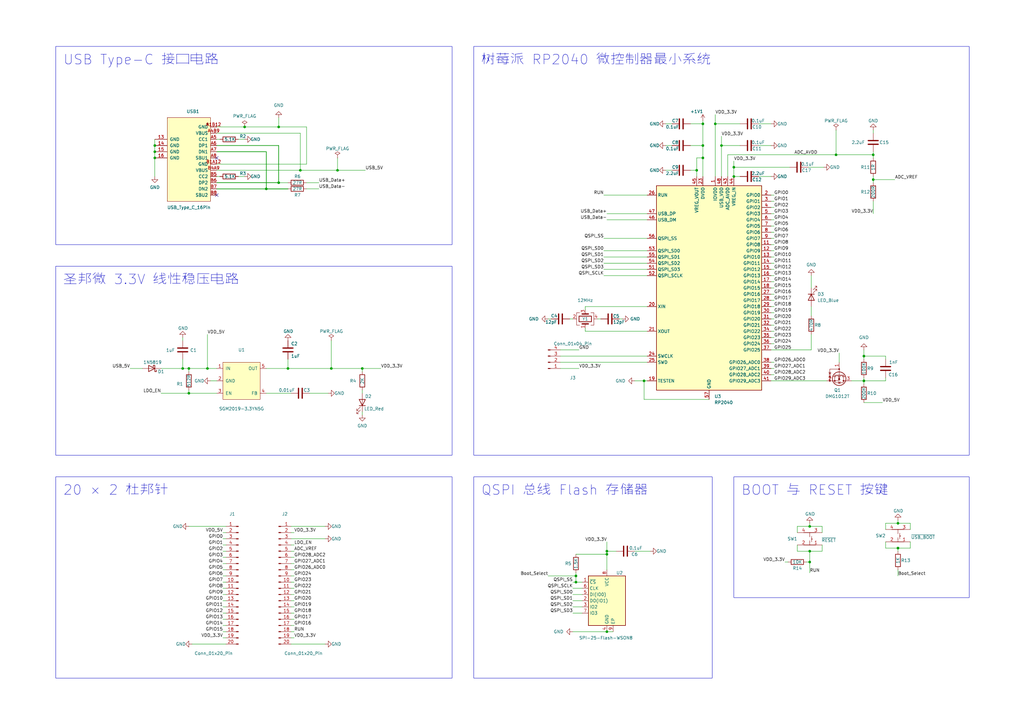
<source format=kicad_sch>
(kicad_sch (version 20230121) (generator eeschema)

  (uuid cea3f6d2-7cb6-428b-8fed-88c048b6a654)

  (paper "A3")

  (title_block
    (title "UINIO-MCU-RP2040")
    (date "2024-02-04")
    (rev "Version 2.0.0")
    (company "UinIO.com 电子技术实验室")
  )

  (lib_symbols
    (symbol "Connector:Conn_01x04_Pin" (pin_names (offset 1.016) hide) (in_bom yes) (on_board yes)
      (property "Reference" "J" (at 0 5.08 0)
        (effects (font (size 1.27 1.27)))
      )
      (property "Value" "Conn_01x04_Pin" (at 0 -7.62 0)
        (effects (font (size 1.27 1.27)))
      )
      (property "Footprint" "" (at 0 0 0)
        (effects (font (size 1.27 1.27)) hide)
      )
      (property "Datasheet" "~" (at 0 0 0)
        (effects (font (size 1.27 1.27)) hide)
      )
      (property "ki_locked" "" (at 0 0 0)
        (effects (font (size 1.27 1.27)))
      )
      (property "ki_keywords" "connector" (at 0 0 0)
        (effects (font (size 1.27 1.27)) hide)
      )
      (property "ki_description" "Generic connector, single row, 01x04, script generated" (at 0 0 0)
        (effects (font (size 1.27 1.27)) hide)
      )
      (property "ki_fp_filters" "Connector*:*_1x??_*" (at 0 0 0)
        (effects (font (size 1.27 1.27)) hide)
      )
      (symbol "Conn_01x04_Pin_1_1"
        (polyline
          (pts
            (xy 1.27 -5.08)
            (xy 0.8636 -5.08)
          )
          (stroke (width 0.1524) (type default))
          (fill (type none))
        )
        (polyline
          (pts
            (xy 1.27 -2.54)
            (xy 0.8636 -2.54)
          )
          (stroke (width 0.1524) (type default))
          (fill (type none))
        )
        (polyline
          (pts
            (xy 1.27 0)
            (xy 0.8636 0)
          )
          (stroke (width 0.1524) (type default))
          (fill (type none))
        )
        (polyline
          (pts
            (xy 1.27 2.54)
            (xy 0.8636 2.54)
          )
          (stroke (width 0.1524) (type default))
          (fill (type none))
        )
        (rectangle (start 0.8636 -4.953) (end 0 -5.207)
          (stroke (width 0.1524) (type default))
          (fill (type outline))
        )
        (rectangle (start 0.8636 -2.413) (end 0 -2.667)
          (stroke (width 0.1524) (type default))
          (fill (type outline))
        )
        (rectangle (start 0.8636 0.127) (end 0 -0.127)
          (stroke (width 0.1524) (type default))
          (fill (type outline))
        )
        (rectangle (start 0.8636 2.667) (end 0 2.413)
          (stroke (width 0.1524) (type default))
          (fill (type outline))
        )
        (pin passive line (at 5.08 2.54 180) (length 3.81)
          (name "Pin_1" (effects (font (size 1.27 1.27))))
          (number "1" (effects (font (size 1.27 1.27))))
        )
        (pin passive line (at 5.08 0 180) (length 3.81)
          (name "Pin_2" (effects (font (size 1.27 1.27))))
          (number "2" (effects (font (size 1.27 1.27))))
        )
        (pin passive line (at 5.08 -2.54 180) (length 3.81)
          (name "Pin_3" (effects (font (size 1.27 1.27))))
          (number "3" (effects (font (size 1.27 1.27))))
        )
        (pin passive line (at 5.08 -5.08 180) (length 3.81)
          (name "Pin_4" (effects (font (size 1.27 1.27))))
          (number "4" (effects (font (size 1.27 1.27))))
        )
      )
    )
    (symbol "Connector:Conn_01x20_Pin" (pin_names (offset 1.016) hide) (in_bom yes) (on_board yes)
      (property "Reference" "J" (at 0 25.4 0)
        (effects (font (size 1.27 1.27)))
      )
      (property "Value" "Conn_01x20_Pin" (at 0 -27.94 0)
        (effects (font (size 1.27 1.27)))
      )
      (property "Footprint" "" (at 0 0 0)
        (effects (font (size 1.27 1.27)) hide)
      )
      (property "Datasheet" "~" (at 0 0 0)
        (effects (font (size 1.27 1.27)) hide)
      )
      (property "ki_locked" "" (at 0 0 0)
        (effects (font (size 1.27 1.27)))
      )
      (property "ki_keywords" "connector" (at 0 0 0)
        (effects (font (size 1.27 1.27)) hide)
      )
      (property "ki_description" "Generic connector, single row, 01x20, script generated" (at 0 0 0)
        (effects (font (size 1.27 1.27)) hide)
      )
      (property "ki_fp_filters" "Connector*:*_1x??_*" (at 0 0 0)
        (effects (font (size 1.27 1.27)) hide)
      )
      (symbol "Conn_01x20_Pin_1_1"
        (polyline
          (pts
            (xy 1.27 -25.4)
            (xy 0.8636 -25.4)
          )
          (stroke (width 0.1524) (type default))
          (fill (type none))
        )
        (polyline
          (pts
            (xy 1.27 -22.86)
            (xy 0.8636 -22.86)
          )
          (stroke (width 0.1524) (type default))
          (fill (type none))
        )
        (polyline
          (pts
            (xy 1.27 -20.32)
            (xy 0.8636 -20.32)
          )
          (stroke (width 0.1524) (type default))
          (fill (type none))
        )
        (polyline
          (pts
            (xy 1.27 -17.78)
            (xy 0.8636 -17.78)
          )
          (stroke (width 0.1524) (type default))
          (fill (type none))
        )
        (polyline
          (pts
            (xy 1.27 -15.24)
            (xy 0.8636 -15.24)
          )
          (stroke (width 0.1524) (type default))
          (fill (type none))
        )
        (polyline
          (pts
            (xy 1.27 -12.7)
            (xy 0.8636 -12.7)
          )
          (stroke (width 0.1524) (type default))
          (fill (type none))
        )
        (polyline
          (pts
            (xy 1.27 -10.16)
            (xy 0.8636 -10.16)
          )
          (stroke (width 0.1524) (type default))
          (fill (type none))
        )
        (polyline
          (pts
            (xy 1.27 -7.62)
            (xy 0.8636 -7.62)
          )
          (stroke (width 0.1524) (type default))
          (fill (type none))
        )
        (polyline
          (pts
            (xy 1.27 -5.08)
            (xy 0.8636 -5.08)
          )
          (stroke (width 0.1524) (type default))
          (fill (type none))
        )
        (polyline
          (pts
            (xy 1.27 -2.54)
            (xy 0.8636 -2.54)
          )
          (stroke (width 0.1524) (type default))
          (fill (type none))
        )
        (polyline
          (pts
            (xy 1.27 0)
            (xy 0.8636 0)
          )
          (stroke (width 0.1524) (type default))
          (fill (type none))
        )
        (polyline
          (pts
            (xy 1.27 2.54)
            (xy 0.8636 2.54)
          )
          (stroke (width 0.1524) (type default))
          (fill (type none))
        )
        (polyline
          (pts
            (xy 1.27 5.08)
            (xy 0.8636 5.08)
          )
          (stroke (width 0.1524) (type default))
          (fill (type none))
        )
        (polyline
          (pts
            (xy 1.27 7.62)
            (xy 0.8636 7.62)
          )
          (stroke (width 0.1524) (type default))
          (fill (type none))
        )
        (polyline
          (pts
            (xy 1.27 10.16)
            (xy 0.8636 10.16)
          )
          (stroke (width 0.1524) (type default))
          (fill (type none))
        )
        (polyline
          (pts
            (xy 1.27 12.7)
            (xy 0.8636 12.7)
          )
          (stroke (width 0.1524) (type default))
          (fill (type none))
        )
        (polyline
          (pts
            (xy 1.27 15.24)
            (xy 0.8636 15.24)
          )
          (stroke (width 0.1524) (type default))
          (fill (type none))
        )
        (polyline
          (pts
            (xy 1.27 17.78)
            (xy 0.8636 17.78)
          )
          (stroke (width 0.1524) (type default))
          (fill (type none))
        )
        (polyline
          (pts
            (xy 1.27 20.32)
            (xy 0.8636 20.32)
          )
          (stroke (width 0.1524) (type default))
          (fill (type none))
        )
        (polyline
          (pts
            (xy 1.27 22.86)
            (xy 0.8636 22.86)
          )
          (stroke (width 0.1524) (type default))
          (fill (type none))
        )
        (rectangle (start 0.8636 -25.273) (end 0 -25.527)
          (stroke (width 0.1524) (type default))
          (fill (type outline))
        )
        (rectangle (start 0.8636 -22.733) (end 0 -22.987)
          (stroke (width 0.1524) (type default))
          (fill (type outline))
        )
        (rectangle (start 0.8636 -20.193) (end 0 -20.447)
          (stroke (width 0.1524) (type default))
          (fill (type outline))
        )
        (rectangle (start 0.8636 -17.653) (end 0 -17.907)
          (stroke (width 0.1524) (type default))
          (fill (type outline))
        )
        (rectangle (start 0.8636 -15.113) (end 0 -15.367)
          (stroke (width 0.1524) (type default))
          (fill (type outline))
        )
        (rectangle (start 0.8636 -12.573) (end 0 -12.827)
          (stroke (width 0.1524) (type default))
          (fill (type outline))
        )
        (rectangle (start 0.8636 -10.033) (end 0 -10.287)
          (stroke (width 0.1524) (type default))
          (fill (type outline))
        )
        (rectangle (start 0.8636 -7.493) (end 0 -7.747)
          (stroke (width 0.1524) (type default))
          (fill (type outline))
        )
        (rectangle (start 0.8636 -4.953) (end 0 -5.207)
          (stroke (width 0.1524) (type default))
          (fill (type outline))
        )
        (rectangle (start 0.8636 -2.413) (end 0 -2.667)
          (stroke (width 0.1524) (type default))
          (fill (type outline))
        )
        (rectangle (start 0.8636 0.127) (end 0 -0.127)
          (stroke (width 0.1524) (type default))
          (fill (type outline))
        )
        (rectangle (start 0.8636 2.667) (end 0 2.413)
          (stroke (width 0.1524) (type default))
          (fill (type outline))
        )
        (rectangle (start 0.8636 5.207) (end 0 4.953)
          (stroke (width 0.1524) (type default))
          (fill (type outline))
        )
        (rectangle (start 0.8636 7.747) (end 0 7.493)
          (stroke (width 0.1524) (type default))
          (fill (type outline))
        )
        (rectangle (start 0.8636 10.287) (end 0 10.033)
          (stroke (width 0.1524) (type default))
          (fill (type outline))
        )
        (rectangle (start 0.8636 12.827) (end 0 12.573)
          (stroke (width 0.1524) (type default))
          (fill (type outline))
        )
        (rectangle (start 0.8636 15.367) (end 0 15.113)
          (stroke (width 0.1524) (type default))
          (fill (type outline))
        )
        (rectangle (start 0.8636 17.907) (end 0 17.653)
          (stroke (width 0.1524) (type default))
          (fill (type outline))
        )
        (rectangle (start 0.8636 20.447) (end 0 20.193)
          (stroke (width 0.1524) (type default))
          (fill (type outline))
        )
        (rectangle (start 0.8636 22.987) (end 0 22.733)
          (stroke (width 0.1524) (type default))
          (fill (type outline))
        )
        (pin passive line (at 5.08 22.86 180) (length 3.81)
          (name "Pin_1" (effects (font (size 1.27 1.27))))
          (number "1" (effects (font (size 1.27 1.27))))
        )
        (pin passive line (at 5.08 0 180) (length 3.81)
          (name "Pin_10" (effects (font (size 1.27 1.27))))
          (number "10" (effects (font (size 1.27 1.27))))
        )
        (pin passive line (at 5.08 -2.54 180) (length 3.81)
          (name "Pin_11" (effects (font (size 1.27 1.27))))
          (number "11" (effects (font (size 1.27 1.27))))
        )
        (pin passive line (at 5.08 -5.08 180) (length 3.81)
          (name "Pin_12" (effects (font (size 1.27 1.27))))
          (number "12" (effects (font (size 1.27 1.27))))
        )
        (pin passive line (at 5.08 -7.62 180) (length 3.81)
          (name "Pin_13" (effects (font (size 1.27 1.27))))
          (number "13" (effects (font (size 1.27 1.27))))
        )
        (pin passive line (at 5.08 -10.16 180) (length 3.81)
          (name "Pin_14" (effects (font (size 1.27 1.27))))
          (number "14" (effects (font (size 1.27 1.27))))
        )
        (pin passive line (at 5.08 -12.7 180) (length 3.81)
          (name "Pin_15" (effects (font (size 1.27 1.27))))
          (number "15" (effects (font (size 1.27 1.27))))
        )
        (pin passive line (at 5.08 -15.24 180) (length 3.81)
          (name "Pin_16" (effects (font (size 1.27 1.27))))
          (number "16" (effects (font (size 1.27 1.27))))
        )
        (pin passive line (at 5.08 -17.78 180) (length 3.81)
          (name "Pin_17" (effects (font (size 1.27 1.27))))
          (number "17" (effects (font (size 1.27 1.27))))
        )
        (pin passive line (at 5.08 -20.32 180) (length 3.81)
          (name "Pin_18" (effects (font (size 1.27 1.27))))
          (number "18" (effects (font (size 1.27 1.27))))
        )
        (pin passive line (at 5.08 -22.86 180) (length 3.81)
          (name "Pin_19" (effects (font (size 1.27 1.27))))
          (number "19" (effects (font (size 1.27 1.27))))
        )
        (pin passive line (at 5.08 20.32 180) (length 3.81)
          (name "Pin_2" (effects (font (size 1.27 1.27))))
          (number "2" (effects (font (size 1.27 1.27))))
        )
        (pin passive line (at 5.08 -25.4 180) (length 3.81)
          (name "Pin_20" (effects (font (size 1.27 1.27))))
          (number "20" (effects (font (size 1.27 1.27))))
        )
        (pin passive line (at 5.08 17.78 180) (length 3.81)
          (name "Pin_3" (effects (font (size 1.27 1.27))))
          (number "3" (effects (font (size 1.27 1.27))))
        )
        (pin passive line (at 5.08 15.24 180) (length 3.81)
          (name "Pin_4" (effects (font (size 1.27 1.27))))
          (number "4" (effects (font (size 1.27 1.27))))
        )
        (pin passive line (at 5.08 12.7 180) (length 3.81)
          (name "Pin_5" (effects (font (size 1.27 1.27))))
          (number "5" (effects (font (size 1.27 1.27))))
        )
        (pin passive line (at 5.08 10.16 180) (length 3.81)
          (name "Pin_6" (effects (font (size 1.27 1.27))))
          (number "6" (effects (font (size 1.27 1.27))))
        )
        (pin passive line (at 5.08 7.62 180) (length 3.81)
          (name "Pin_7" (effects (font (size 1.27 1.27))))
          (number "7" (effects (font (size 1.27 1.27))))
        )
        (pin passive line (at 5.08 5.08 180) (length 3.81)
          (name "Pin_8" (effects (font (size 1.27 1.27))))
          (number "8" (effects (font (size 1.27 1.27))))
        )
        (pin passive line (at 5.08 2.54 180) (length 3.81)
          (name "Pin_9" (effects (font (size 1.27 1.27))))
          (number "9" (effects (font (size 1.27 1.27))))
        )
      )
    )
    (symbol "Device:C" (pin_numbers hide) (pin_names (offset 0.254)) (in_bom yes) (on_board yes)
      (property "Reference" "C" (at 0.635 2.54 0)
        (effects (font (size 1.27 1.27)) (justify left))
      )
      (property "Value" "C" (at 0.635 -2.54 0)
        (effects (font (size 1.27 1.27)) (justify left))
      )
      (property "Footprint" "" (at 0.9652 -3.81 0)
        (effects (font (size 1.27 1.27)) hide)
      )
      (property "Datasheet" "~" (at 0 0 0)
        (effects (font (size 1.27 1.27)) hide)
      )
      (property "ki_keywords" "cap capacitor" (at 0 0 0)
        (effects (font (size 1.27 1.27)) hide)
      )
      (property "ki_description" "Unpolarized capacitor" (at 0 0 0)
        (effects (font (size 1.27 1.27)) hide)
      )
      (property "ki_fp_filters" "C_*" (at 0 0 0)
        (effects (font (size 1.27 1.27)) hide)
      )
      (symbol "C_0_1"
        (polyline
          (pts
            (xy -2.032 -0.762)
            (xy 2.032 -0.762)
          )
          (stroke (width 0.508) (type default))
          (fill (type none))
        )
        (polyline
          (pts
            (xy -2.032 0.762)
            (xy 2.032 0.762)
          )
          (stroke (width 0.508) (type default))
          (fill (type none))
        )
      )
      (symbol "C_1_1"
        (pin passive line (at 0 3.81 270) (length 2.794)
          (name "~" (effects (font (size 1.27 1.27))))
          (number "1" (effects (font (size 1.27 1.27))))
        )
        (pin passive line (at 0 -3.81 90) (length 2.794)
          (name "~" (effects (font (size 1.27 1.27))))
          (number "2" (effects (font (size 1.27 1.27))))
        )
      )
    )
    (symbol "Device:Crystal_GND24" (pin_names (offset 1.016) hide) (in_bom yes) (on_board yes)
      (property "Reference" "Y" (at 3.175 5.08 0)
        (effects (font (size 1.27 1.27)) (justify left))
      )
      (property "Value" "Crystal_GND24" (at 3.175 3.175 0)
        (effects (font (size 1.27 1.27)) (justify left))
      )
      (property "Footprint" "" (at 0 0 0)
        (effects (font (size 1.27 1.27)) hide)
      )
      (property "Datasheet" "~" (at 0 0 0)
        (effects (font (size 1.27 1.27)) hide)
      )
      (property "ki_keywords" "quartz ceramic resonator oscillator" (at 0 0 0)
        (effects (font (size 1.27 1.27)) hide)
      )
      (property "ki_description" "Four pin crystal, GND on pins 2 and 4" (at 0 0 0)
        (effects (font (size 1.27 1.27)) hide)
      )
      (property "ki_fp_filters" "Crystal*" (at 0 0 0)
        (effects (font (size 1.27 1.27)) hide)
      )
      (symbol "Crystal_GND24_0_1"
        (rectangle (start -1.143 2.54) (end 1.143 -2.54)
          (stroke (width 0.3048) (type default))
          (fill (type none))
        )
        (polyline
          (pts
            (xy -2.54 0)
            (xy -2.032 0)
          )
          (stroke (width 0) (type default))
          (fill (type none))
        )
        (polyline
          (pts
            (xy -2.032 -1.27)
            (xy -2.032 1.27)
          )
          (stroke (width 0.508) (type default))
          (fill (type none))
        )
        (polyline
          (pts
            (xy 0 -3.81)
            (xy 0 -3.556)
          )
          (stroke (width 0) (type default))
          (fill (type none))
        )
        (polyline
          (pts
            (xy 0 3.556)
            (xy 0 3.81)
          )
          (stroke (width 0) (type default))
          (fill (type none))
        )
        (polyline
          (pts
            (xy 2.032 -1.27)
            (xy 2.032 1.27)
          )
          (stroke (width 0.508) (type default))
          (fill (type none))
        )
        (polyline
          (pts
            (xy 2.032 0)
            (xy 2.54 0)
          )
          (stroke (width 0) (type default))
          (fill (type none))
        )
        (polyline
          (pts
            (xy -2.54 -2.286)
            (xy -2.54 -3.556)
            (xy 2.54 -3.556)
            (xy 2.54 -2.286)
          )
          (stroke (width 0) (type default))
          (fill (type none))
        )
        (polyline
          (pts
            (xy -2.54 2.286)
            (xy -2.54 3.556)
            (xy 2.54 3.556)
            (xy 2.54 2.286)
          )
          (stroke (width 0) (type default))
          (fill (type none))
        )
      )
      (symbol "Crystal_GND24_1_1"
        (pin passive line (at -3.81 0 0) (length 1.27)
          (name "1" (effects (font (size 1.27 1.27))))
          (number "1" (effects (font (size 1.27 1.27))))
        )
        (pin passive line (at 0 5.08 270) (length 1.27)
          (name "2" (effects (font (size 1.27 1.27))))
          (number "2" (effects (font (size 1.27 1.27))))
        )
        (pin passive line (at 3.81 0 180) (length 1.27)
          (name "3" (effects (font (size 1.27 1.27))))
          (number "3" (effects (font (size 1.27 1.27))))
        )
        (pin passive line (at 0 -5.08 90) (length 1.27)
          (name "4" (effects (font (size 1.27 1.27))))
          (number "4" (effects (font (size 1.27 1.27))))
        )
      )
    )
    (symbol "Device:LED" (pin_numbers hide) (pin_names (offset 1.016) hide) (in_bom yes) (on_board yes)
      (property "Reference" "D" (at 0 2.54 0)
        (effects (font (size 1.27 1.27)))
      )
      (property "Value" "LED" (at 0 -2.54 0)
        (effects (font (size 1.27 1.27)))
      )
      (property "Footprint" "" (at 0 0 0)
        (effects (font (size 1.27 1.27)) hide)
      )
      (property "Datasheet" "~" (at 0 0 0)
        (effects (font (size 1.27 1.27)) hide)
      )
      (property "ki_keywords" "LED diode" (at 0 0 0)
        (effects (font (size 1.27 1.27)) hide)
      )
      (property "ki_description" "Light emitting diode" (at 0 0 0)
        (effects (font (size 1.27 1.27)) hide)
      )
      (property "ki_fp_filters" "LED* LED_SMD:* LED_THT:*" (at 0 0 0)
        (effects (font (size 1.27 1.27)) hide)
      )
      (symbol "LED_0_1"
        (polyline
          (pts
            (xy -1.27 -1.27)
            (xy -1.27 1.27)
          )
          (stroke (width 0.254) (type default))
          (fill (type none))
        )
        (polyline
          (pts
            (xy -1.27 0)
            (xy 1.27 0)
          )
          (stroke (width 0) (type default))
          (fill (type none))
        )
        (polyline
          (pts
            (xy 1.27 -1.27)
            (xy 1.27 1.27)
            (xy -1.27 0)
            (xy 1.27 -1.27)
          )
          (stroke (width 0.254) (type default))
          (fill (type none))
        )
        (polyline
          (pts
            (xy -3.048 -0.762)
            (xy -4.572 -2.286)
            (xy -3.81 -2.286)
            (xy -4.572 -2.286)
            (xy -4.572 -1.524)
          )
          (stroke (width 0) (type default))
          (fill (type none))
        )
        (polyline
          (pts
            (xy -1.778 -0.762)
            (xy -3.302 -2.286)
            (xy -2.54 -2.286)
            (xy -3.302 -2.286)
            (xy -3.302 -1.524)
          )
          (stroke (width 0) (type default))
          (fill (type none))
        )
      )
      (symbol "LED_1_1"
        (pin passive line (at -3.81 0 0) (length 2.54)
          (name "K" (effects (font (size 1.27 1.27))))
          (number "1" (effects (font (size 1.27 1.27))))
        )
        (pin passive line (at 3.81 0 180) (length 2.54)
          (name "A" (effects (font (size 1.27 1.27))))
          (number "2" (effects (font (size 1.27 1.27))))
        )
      )
    )
    (symbol "Device:R" (pin_numbers hide) (pin_names (offset 0)) (in_bom yes) (on_board yes)
      (property "Reference" "R" (at 2.032 0 90)
        (effects (font (size 1.27 1.27)))
      )
      (property "Value" "R" (at 0 0 90)
        (effects (font (size 1.27 1.27)))
      )
      (property "Footprint" "" (at -1.778 0 90)
        (effects (font (size 1.27 1.27)) hide)
      )
      (property "Datasheet" "~" (at 0 0 0)
        (effects (font (size 1.27 1.27)) hide)
      )
      (property "ki_keywords" "R res resistor" (at 0 0 0)
        (effects (font (size 1.27 1.27)) hide)
      )
      (property "ki_description" "Resistor" (at 0 0 0)
        (effects (font (size 1.27 1.27)) hide)
      )
      (property "ki_fp_filters" "R_*" (at 0 0 0)
        (effects (font (size 1.27 1.27)) hide)
      )
      (symbol "R_0_1"
        (rectangle (start -1.016 -2.54) (end 1.016 2.54)
          (stroke (width 0.254) (type default))
          (fill (type none))
        )
      )
      (symbol "R_1_1"
        (pin passive line (at 0 3.81 270) (length 1.27)
          (name "~" (effects (font (size 1.27 1.27))))
          (number "1" (effects (font (size 1.27 1.27))))
        )
        (pin passive line (at 0 -3.81 90) (length 1.27)
          (name "~" (effects (font (size 1.27 1.27))))
          (number "2" (effects (font (size 1.27 1.27))))
        )
      )
    )
    (symbol "Diode:1N5819" (pin_numbers hide) (pin_names (offset 1.016) hide) (in_bom yes) (on_board yes)
      (property "Reference" "D" (at 0 2.54 0)
        (effects (font (size 1.27 1.27)))
      )
      (property "Value" "1N5819" (at 0 -2.54 0)
        (effects (font (size 1.27 1.27)))
      )
      (property "Footprint" "Diode_THT:D_DO-41_SOD81_P10.16mm_Horizontal" (at 0 -4.445 0)
        (effects (font (size 1.27 1.27)) hide)
      )
      (property "Datasheet" "http://www.vishay.com/docs/88525/1n5817.pdf" (at 0 0 0)
        (effects (font (size 1.27 1.27)) hide)
      )
      (property "ki_keywords" "diode Schottky" (at 0 0 0)
        (effects (font (size 1.27 1.27)) hide)
      )
      (property "ki_description" "40V 1A Schottky Barrier Rectifier Diode, DO-41" (at 0 0 0)
        (effects (font (size 1.27 1.27)) hide)
      )
      (property "ki_fp_filters" "D*DO?41*" (at 0 0 0)
        (effects (font (size 1.27 1.27)) hide)
      )
      (symbol "1N5819_0_1"
        (polyline
          (pts
            (xy 1.27 0)
            (xy -1.27 0)
          )
          (stroke (width 0) (type default))
          (fill (type none))
        )
        (polyline
          (pts
            (xy 1.27 1.27)
            (xy 1.27 -1.27)
            (xy -1.27 0)
            (xy 1.27 1.27)
          )
          (stroke (width 0.254) (type default))
          (fill (type none))
        )
        (polyline
          (pts
            (xy -1.905 0.635)
            (xy -1.905 1.27)
            (xy -1.27 1.27)
            (xy -1.27 -1.27)
            (xy -0.635 -1.27)
            (xy -0.635 -0.635)
          )
          (stroke (width 0.254) (type default))
          (fill (type none))
        )
      )
      (symbol "1N5819_1_1"
        (pin passive line (at -3.81 0 0) (length 2.54)
          (name "K" (effects (font (size 1.27 1.27))))
          (number "1" (effects (font (size 1.27 1.27))))
        )
        (pin passive line (at 3.81 0 180) (length 2.54)
          (name "A" (effects (font (size 1.27 1.27))))
          (number "2" (effects (font (size 1.27 1.27))))
        )
      )
    )
    (symbol "MCU_RaspberryPi:RP2040" (in_bom yes) (on_board yes)
      (property "Reference" "U" (at 17.78 45.72 0)
        (effects (font (size 1.27 1.27)))
      )
      (property "Value" "RP2040" (at 17.78 43.18 0)
        (effects (font (size 1.27 1.27)))
      )
      (property "Footprint" "Package_DFN_QFN:QFN-56-1EP_7x7mm_P0.4mm_EP3.2x3.2mm" (at 0 0 0)
        (effects (font (size 1.27 1.27)) hide)
      )
      (property "Datasheet" "https://datasheets.raspberrypi.com/rp2040/rp2040-datasheet.pdf" (at 0 0 0)
        (effects (font (size 1.27 1.27)) hide)
      )
      (property "ki_keywords" "RP2040 ARM Cortex-M0+ USB" (at 0 0 0)
        (effects (font (size 1.27 1.27)) hide)
      )
      (property "ki_description" "A microcontroller by Raspberry Pi" (at 0 0 0)
        (effects (font (size 1.27 1.27)) hide)
      )
      (property "ki_fp_filters" "QFN*1EP*7x7mm?P0.4mm*" (at 0 0 0)
        (effects (font (size 1.27 1.27)) hide)
      )
      (symbol "RP2040_0_1"
        (rectangle (start -21.59 41.91) (end 21.59 -41.91)
          (stroke (width 0.254) (type default))
          (fill (type background))
        )
      )
      (symbol "RP2040_1_1"
        (pin power_in line (at 2.54 45.72 270) (length 3.81)
          (name "IOVDD" (effects (font (size 1.27 1.27))))
          (number "1" (effects (font (size 1.27 1.27))))
        )
        (pin passive line (at 2.54 45.72 270) (length 3.81) hide
          (name "IOVDD" (effects (font (size 1.27 1.27))))
          (number "10" (effects (font (size 1.27 1.27))))
        )
        (pin bidirectional line (at 25.4 17.78 180) (length 3.81)
          (name "GPIO8" (effects (font (size 1.27 1.27))))
          (number "11" (effects (font (size 1.27 1.27))))
        )
        (pin bidirectional line (at 25.4 15.24 180) (length 3.81)
          (name "GPIO9" (effects (font (size 1.27 1.27))))
          (number "12" (effects (font (size 1.27 1.27))))
        )
        (pin bidirectional line (at 25.4 12.7 180) (length 3.81)
          (name "GPIO10" (effects (font (size 1.27 1.27))))
          (number "13" (effects (font (size 1.27 1.27))))
        )
        (pin bidirectional line (at 25.4 10.16 180) (length 3.81)
          (name "GPIO11" (effects (font (size 1.27 1.27))))
          (number "14" (effects (font (size 1.27 1.27))))
        )
        (pin bidirectional line (at 25.4 7.62 180) (length 3.81)
          (name "GPIO12" (effects (font (size 1.27 1.27))))
          (number "15" (effects (font (size 1.27 1.27))))
        )
        (pin bidirectional line (at 25.4 5.08 180) (length 3.81)
          (name "GPIO13" (effects (font (size 1.27 1.27))))
          (number "16" (effects (font (size 1.27 1.27))))
        )
        (pin bidirectional line (at 25.4 2.54 180) (length 3.81)
          (name "GPIO14" (effects (font (size 1.27 1.27))))
          (number "17" (effects (font (size 1.27 1.27))))
        )
        (pin bidirectional line (at 25.4 0 180) (length 3.81)
          (name "GPIO15" (effects (font (size 1.27 1.27))))
          (number "18" (effects (font (size 1.27 1.27))))
        )
        (pin input line (at -25.4 -38.1 0) (length 3.81)
          (name "TESTEN" (effects (font (size 1.27 1.27))))
          (number "19" (effects (font (size 1.27 1.27))))
        )
        (pin bidirectional line (at 25.4 38.1 180) (length 3.81)
          (name "GPIO0" (effects (font (size 1.27 1.27))))
          (number "2" (effects (font (size 1.27 1.27))))
        )
        (pin input line (at -25.4 -7.62 0) (length 3.81)
          (name "XIN" (effects (font (size 1.27 1.27))))
          (number "20" (effects (font (size 1.27 1.27))))
        )
        (pin passive line (at -25.4 -17.78 0) (length 3.81)
          (name "XOUT" (effects (font (size 1.27 1.27))))
          (number "21" (effects (font (size 1.27 1.27))))
        )
        (pin passive line (at 2.54 45.72 270) (length 3.81) hide
          (name "IOVDD" (effects (font (size 1.27 1.27))))
          (number "22" (effects (font (size 1.27 1.27))))
        )
        (pin power_in line (at -2.54 45.72 270) (length 3.81)
          (name "DVDD" (effects (font (size 1.27 1.27))))
          (number "23" (effects (font (size 1.27 1.27))))
        )
        (pin input line (at -25.4 -27.94 0) (length 3.81)
          (name "SWCLK" (effects (font (size 1.27 1.27))))
          (number "24" (effects (font (size 1.27 1.27))))
        )
        (pin bidirectional line (at -25.4 -30.48 0) (length 3.81)
          (name "SWD" (effects (font (size 1.27 1.27))))
          (number "25" (effects (font (size 1.27 1.27))))
        )
        (pin input line (at -25.4 38.1 0) (length 3.81)
          (name "RUN" (effects (font (size 1.27 1.27))))
          (number "26" (effects (font (size 1.27 1.27))))
        )
        (pin bidirectional line (at 25.4 -2.54 180) (length 3.81)
          (name "GPIO16" (effects (font (size 1.27 1.27))))
          (number "27" (effects (font (size 1.27 1.27))))
        )
        (pin bidirectional line (at 25.4 -5.08 180) (length 3.81)
          (name "GPIO17" (effects (font (size 1.27 1.27))))
          (number "28" (effects (font (size 1.27 1.27))))
        )
        (pin bidirectional line (at 25.4 -7.62 180) (length 3.81)
          (name "GPIO18" (effects (font (size 1.27 1.27))))
          (number "29" (effects (font (size 1.27 1.27))))
        )
        (pin bidirectional line (at 25.4 35.56 180) (length 3.81)
          (name "GPIO1" (effects (font (size 1.27 1.27))))
          (number "3" (effects (font (size 1.27 1.27))))
        )
        (pin bidirectional line (at 25.4 -10.16 180) (length 3.81)
          (name "GPIO19" (effects (font (size 1.27 1.27))))
          (number "30" (effects (font (size 1.27 1.27))))
        )
        (pin bidirectional line (at 25.4 -12.7 180) (length 3.81)
          (name "GPIO20" (effects (font (size 1.27 1.27))))
          (number "31" (effects (font (size 1.27 1.27))))
        )
        (pin bidirectional line (at 25.4 -15.24 180) (length 3.81)
          (name "GPIO21" (effects (font (size 1.27 1.27))))
          (number "32" (effects (font (size 1.27 1.27))))
        )
        (pin passive line (at 2.54 45.72 270) (length 3.81) hide
          (name "IOVDD" (effects (font (size 1.27 1.27))))
          (number "33" (effects (font (size 1.27 1.27))))
        )
        (pin bidirectional line (at 25.4 -17.78 180) (length 3.81)
          (name "GPIO22" (effects (font (size 1.27 1.27))))
          (number "34" (effects (font (size 1.27 1.27))))
        )
        (pin bidirectional line (at 25.4 -20.32 180) (length 3.81)
          (name "GPIO23" (effects (font (size 1.27 1.27))))
          (number "35" (effects (font (size 1.27 1.27))))
        )
        (pin bidirectional line (at 25.4 -22.86 180) (length 3.81)
          (name "GPIO24" (effects (font (size 1.27 1.27))))
          (number "36" (effects (font (size 1.27 1.27))))
        )
        (pin bidirectional line (at 25.4 -25.4 180) (length 3.81)
          (name "GPIO25" (effects (font (size 1.27 1.27))))
          (number "37" (effects (font (size 1.27 1.27))))
        )
        (pin bidirectional line (at 25.4 -30.48 180) (length 3.81)
          (name "GPIO26_ADC0" (effects (font (size 1.27 1.27))))
          (number "38" (effects (font (size 1.27 1.27))))
        )
        (pin bidirectional line (at 25.4 -33.02 180) (length 3.81)
          (name "GPIO27_ADC1" (effects (font (size 1.27 1.27))))
          (number "39" (effects (font (size 1.27 1.27))))
        )
        (pin bidirectional line (at 25.4 33.02 180) (length 3.81)
          (name "GPIO2" (effects (font (size 1.27 1.27))))
          (number "4" (effects (font (size 1.27 1.27))))
        )
        (pin bidirectional line (at 25.4 -35.56 180) (length 3.81)
          (name "GPIO28_ADC2" (effects (font (size 1.27 1.27))))
          (number "40" (effects (font (size 1.27 1.27))))
        )
        (pin bidirectional line (at 25.4 -38.1 180) (length 3.81)
          (name "GPIO29_ADC3" (effects (font (size 1.27 1.27))))
          (number "41" (effects (font (size 1.27 1.27))))
        )
        (pin passive line (at 2.54 45.72 270) (length 3.81) hide
          (name "IOVDD" (effects (font (size 1.27 1.27))))
          (number "42" (effects (font (size 1.27 1.27))))
        )
        (pin power_in line (at 7.62 45.72 270) (length 3.81)
          (name "ADC_AVDD" (effects (font (size 1.27 1.27))))
          (number "43" (effects (font (size 1.27 1.27))))
        )
        (pin power_in line (at 10.16 45.72 270) (length 3.81)
          (name "VREG_IN" (effects (font (size 1.27 1.27))))
          (number "44" (effects (font (size 1.27 1.27))))
        )
        (pin power_out line (at -5.08 45.72 270) (length 3.81)
          (name "VREG_VOUT" (effects (font (size 1.27 1.27))))
          (number "45" (effects (font (size 1.27 1.27))))
        )
        (pin bidirectional line (at -25.4 27.94 0) (length 3.81)
          (name "USB_DM" (effects (font (size 1.27 1.27))))
          (number "46" (effects (font (size 1.27 1.27))))
        )
        (pin bidirectional line (at -25.4 30.48 0) (length 3.81)
          (name "USB_DP" (effects (font (size 1.27 1.27))))
          (number "47" (effects (font (size 1.27 1.27))))
        )
        (pin power_in line (at 5.08 45.72 270) (length 3.81)
          (name "USB_VDD" (effects (font (size 1.27 1.27))))
          (number "48" (effects (font (size 1.27 1.27))))
        )
        (pin passive line (at 2.54 45.72 270) (length 3.81) hide
          (name "IOVDD" (effects (font (size 1.27 1.27))))
          (number "49" (effects (font (size 1.27 1.27))))
        )
        (pin bidirectional line (at 25.4 30.48 180) (length 3.81)
          (name "GPIO3" (effects (font (size 1.27 1.27))))
          (number "5" (effects (font (size 1.27 1.27))))
        )
        (pin passive line (at -2.54 45.72 270) (length 3.81) hide
          (name "DVDD" (effects (font (size 1.27 1.27))))
          (number "50" (effects (font (size 1.27 1.27))))
        )
        (pin bidirectional line (at -25.4 7.62 0) (length 3.81)
          (name "QSPI_SD3" (effects (font (size 1.27 1.27))))
          (number "51" (effects (font (size 1.27 1.27))))
        )
        (pin output line (at -25.4 5.08 0) (length 3.81)
          (name "QSPI_SCLK" (effects (font (size 1.27 1.27))))
          (number "52" (effects (font (size 1.27 1.27))))
        )
        (pin bidirectional line (at -25.4 15.24 0) (length 3.81)
          (name "QSPI_SD0" (effects (font (size 1.27 1.27))))
          (number "53" (effects (font (size 1.27 1.27))))
        )
        (pin bidirectional line (at -25.4 10.16 0) (length 3.81)
          (name "QSPI_SD2" (effects (font (size 1.27 1.27))))
          (number "54" (effects (font (size 1.27 1.27))))
        )
        (pin bidirectional line (at -25.4 12.7 0) (length 3.81)
          (name "QSPI_SD1" (effects (font (size 1.27 1.27))))
          (number "55" (effects (font (size 1.27 1.27))))
        )
        (pin bidirectional line (at -25.4 20.32 0) (length 3.81)
          (name "QSPI_SS" (effects (font (size 1.27 1.27))))
          (number "56" (effects (font (size 1.27 1.27))))
        )
        (pin power_in line (at 0 -45.72 90) (length 3.81)
          (name "GND" (effects (font (size 1.27 1.27))))
          (number "57" (effects (font (size 1.27 1.27))))
        )
        (pin bidirectional line (at 25.4 27.94 180) (length 3.81)
          (name "GPIO4" (effects (font (size 1.27 1.27))))
          (number "6" (effects (font (size 1.27 1.27))))
        )
        (pin bidirectional line (at 25.4 25.4 180) (length 3.81)
          (name "GPIO5" (effects (font (size 1.27 1.27))))
          (number "7" (effects (font (size 1.27 1.27))))
        )
        (pin bidirectional line (at 25.4 22.86 180) (length 3.81)
          (name "GPIO6" (effects (font (size 1.27 1.27))))
          (number "8" (effects (font (size 1.27 1.27))))
        )
        (pin bidirectional line (at 25.4 20.32 180) (length 3.81)
          (name "GPIO7" (effects (font (size 1.27 1.27))))
          (number "9" (effects (font (size 1.27 1.27))))
        )
      )
    )
    (symbol "Memory_Flash:W25Q32JVZP" (in_bom yes) (on_board yes)
      (property "Reference" "U" (at -6.35 11.43 0)
        (effects (font (size 1.27 1.27)))
      )
      (property "Value" "W25Q32JVZP" (at 7.62 11.43 0)
        (effects (font (size 1.27 1.27)))
      )
      (property "Footprint" "Package_SON:WSON-8-1EP_6x5mm_P1.27mm_EP3.4x4.3mm" (at 0 0 0)
        (effects (font (size 1.27 1.27)) hide)
      )
      (property "Datasheet" "http://www.winbond.com/resource-files/w25q32jv%20revg%2003272018%20plus.pdf" (at 0 -2.54 0)
        (effects (font (size 1.27 1.27)) hide)
      )
      (property "ki_keywords" "flash memory SPI" (at 0 0 0)
        (effects (font (size 1.27 1.27)) hide)
      )
      (property "ki_description" "32Mb Serial Flash Memory, Standard/Dual/Quad SPI, DFN-8" (at 0 0 0)
        (effects (font (size 1.27 1.27)) hide)
      )
      (property "ki_fp_filters" "WSON*1EP*6x5mm*P1.27mm*" (at 0 0 0)
        (effects (font (size 1.27 1.27)) hide)
      )
      (symbol "W25Q32JVZP_0_1"
        (rectangle (start -7.62 10.16) (end 7.62 -10.16)
          (stroke (width 0.254) (type default))
          (fill (type background))
        )
      )
      (symbol "W25Q32JVZP_1_1"
        (pin input line (at -10.16 7.62 0) (length 2.54)
          (name "~{CS}" (effects (font (size 1.27 1.27))))
          (number "1" (effects (font (size 1.27 1.27))))
        )
        (pin bidirectional line (at -10.16 0 0) (length 2.54)
          (name "DO(IO1)" (effects (font (size 1.27 1.27))))
          (number "2" (effects (font (size 1.27 1.27))))
        )
        (pin bidirectional line (at -10.16 -2.54 0) (length 2.54)
          (name "IO2" (effects (font (size 1.27 1.27))))
          (number "3" (effects (font (size 1.27 1.27))))
        )
        (pin power_in line (at 0 -12.7 90) (length 2.54)
          (name "GND" (effects (font (size 1.27 1.27))))
          (number "4" (effects (font (size 1.27 1.27))))
        )
        (pin bidirectional line (at -10.16 2.54 0) (length 2.54)
          (name "DI(IO0)" (effects (font (size 1.27 1.27))))
          (number "5" (effects (font (size 1.27 1.27))))
        )
        (pin input line (at -10.16 5.08 0) (length 2.54)
          (name "CLK" (effects (font (size 1.27 1.27))))
          (number "6" (effects (font (size 1.27 1.27))))
        )
        (pin bidirectional line (at -10.16 -5.08 0) (length 2.54)
          (name "IO3" (effects (font (size 1.27 1.27))))
          (number "7" (effects (font (size 1.27 1.27))))
        )
        (pin power_in line (at 0 12.7 270) (length 2.54)
          (name "VCC" (effects (font (size 1.27 1.27))))
          (number "8" (effects (font (size 1.27 1.27))))
        )
        (pin passive line (at 2.54 -12.7 90) (length 2.54)
          (name "EP" (effects (font (size 1.27 1.27))))
          (number "9" (effects (font (size 1.27 1.27))))
        )
      )
    )
    (symbol "Transistor_FET:DMG1012T" (pin_names (offset 0) hide) (in_bom yes) (on_board yes)
      (property "Reference" "Q" (at 5.08 1.905 0)
        (effects (font (size 1.27 1.27)) (justify left))
      )
      (property "Value" "DMG1012T" (at 5.08 0 0)
        (effects (font (size 1.27 1.27)) (justify left))
      )
      (property "Footprint" "Package_TO_SOT_SMD:SOT-523" (at 5.08 -1.905 0)
        (effects (font (size 1.27 1.27)) (justify left) hide)
      )
      (property "Datasheet" "https://www.diodes.com/assets/Datasheets/ds31783.pdf" (at 5.08 -3.81 0)
        (effects (font (size 1.27 1.27)) (justify left) hide)
      )
      (property "ki_keywords" "N-Channel MOSFET" (at 0 0 0)
        (effects (font (size 1.27 1.27)) hide)
      )
      (property "ki_description" "20V Vds, 0.63 Id, N-Channel MOSFET with ESD protection, SOT-523" (at 0 0 0)
        (effects (font (size 1.27 1.27)) hide)
      )
      (property "ki_fp_filters" "SOT?523*" (at 0 0 0)
        (effects (font (size 1.27 1.27)) hide)
      )
      (symbol "DMG1012T_0_1"
        (polyline
          (pts
            (xy 2.54 -3.81)
            (xy -2.286 -3.81)
            (xy -2.286 0)
          )
          (stroke (width 0) (type default))
          (fill (type none))
        )
      )
      (symbol "DMG1012T_1_1"
        (circle (center -2.286 0) (radius 0.254)
          (stroke (width 0) (type default))
          (fill (type outline))
        )
        (polyline
          (pts
            (xy 0.254 0)
            (xy -2.54 0)
          )
          (stroke (width 0) (type default))
          (fill (type none))
        )
        (polyline
          (pts
            (xy 0.254 1.905)
            (xy 0.254 -1.905)
          )
          (stroke (width 0.254) (type default))
          (fill (type none))
        )
        (polyline
          (pts
            (xy 0.762 -1.27)
            (xy 0.762 -2.286)
          )
          (stroke (width 0.254) (type default))
          (fill (type none))
        )
        (polyline
          (pts
            (xy 0.762 0.508)
            (xy 0.762 -0.508)
          )
          (stroke (width 0.254) (type default))
          (fill (type none))
        )
        (polyline
          (pts
            (xy 0.762 2.286)
            (xy 0.762 1.27)
          )
          (stroke (width 0.254) (type default))
          (fill (type none))
        )
        (polyline
          (pts
            (xy 2.54 2.54)
            (xy 2.54 1.778)
          )
          (stroke (width 0) (type default))
          (fill (type none))
        )
        (polyline
          (pts
            (xy 2.54 -2.54)
            (xy 2.54 0)
            (xy 0.762 0)
          )
          (stroke (width 0) (type default))
          (fill (type none))
        )
        (polyline
          (pts
            (xy -1.016 -4.318)
            (xy -0.889 -4.191)
            (xy -0.889 -3.429)
            (xy -0.762 -3.302)
          )
          (stroke (width 0) (type default))
          (fill (type none))
        )
        (polyline
          (pts
            (xy -0.889 -3.81)
            (xy -0.254 -4.191)
            (xy -0.254 -3.429)
            (xy -0.889 -3.81)
          )
          (stroke (width 0) (type default))
          (fill (type none))
        )
        (polyline
          (pts
            (xy 0.762 -1.778)
            (xy 3.302 -1.778)
            (xy 3.302 1.778)
            (xy 0.762 1.778)
          )
          (stroke (width 0) (type default))
          (fill (type none))
        )
        (polyline
          (pts
            (xy 1.016 0)
            (xy 2.032 0.381)
            (xy 2.032 -0.381)
            (xy 1.016 0)
          )
          (stroke (width 0) (type default))
          (fill (type outline))
        )
        (polyline
          (pts
            (xy 1.143 -3.81)
            (xy 0.508 -3.429)
            (xy 0.508 -4.191)
            (xy 1.143 -3.81)
          )
          (stroke (width 0) (type default))
          (fill (type none))
        )
        (polyline
          (pts
            (xy 1.27 -3.302)
            (xy 1.143 -3.429)
            (xy 1.143 -4.191)
            (xy 1.016 -4.318)
          )
          (stroke (width 0) (type default))
          (fill (type none))
        )
        (polyline
          (pts
            (xy 2.794 0.508)
            (xy 2.921 0.381)
            (xy 3.683 0.381)
            (xy 3.81 0.254)
          )
          (stroke (width 0) (type default))
          (fill (type none))
        )
        (polyline
          (pts
            (xy 3.302 0.381)
            (xy 2.921 -0.254)
            (xy 3.683 -0.254)
            (xy 3.302 0.381)
          )
          (stroke (width 0) (type default))
          (fill (type none))
        )
        (circle (center 1.651 0) (radius 2.794)
          (stroke (width 0.254) (type default))
          (fill (type none))
        )
        (circle (center 2.54 -3.81) (radius 0.254)
          (stroke (width 0) (type default))
          (fill (type outline))
        )
        (circle (center 2.54 -1.778) (radius 0.254)
          (stroke (width 0) (type default))
          (fill (type outline))
        )
        (circle (center 2.54 1.778) (radius 0.254)
          (stroke (width 0) (type default))
          (fill (type outline))
        )
        (pin input line (at -5.08 0 0) (length 2.54)
          (name "G" (effects (font (size 1.27 1.27))))
          (number "1" (effects (font (size 1.27 1.27))))
        )
        (pin passive line (at 2.54 -5.08 90) (length 2.54)
          (name "S" (effects (font (size 1.27 1.27))))
          (number "2" (effects (font (size 1.27 1.27))))
        )
        (pin passive line (at 2.54 5.08 270) (length 2.54)
          (name "D" (effects (font (size 1.27 1.27))))
          (number "3" (effects (font (size 1.27 1.27))))
        )
      )
    )
    (symbol "Uinio:Key_YTS_A016S_1" (pin_names (offset 1.016) hide) (in_bom yes) (on_board yes)
      (property "Reference" "K" (at 0 7.6962 0)
        (effects (font (size 1.27 1.27)))
      )
      (property "Value" "Key_YTS_A016S_1" (at 0 12.7762 0)
        (effects (font (size 1.27 1.27)))
      )
      (property "Footprint" "Uinio:KEY-SMD_4P-L4.2-W3.4-P2.15-LS4.7" (at 0 2.6162 0)
        (effects (font (size 1.27 1.27)) hide)
      )
      (property "Datasheet" "" (at 0 -2.4638 0)
        (effects (font (size 1.27 1.27)) hide)
      )
      (property "SuppliersPartNumber" "C2910676" (at 0 -7.5438 0)
        (effects (font (size 1.27 1.27)) hide)
      )
      (property "uuid" "std:78dd57beb35d4dda9340821b45cb0336" (at 0 -7.5438 0)
        (effects (font (size 1.27 1.27)) hide)
      )
      (symbol "Key_YTS_A016S_1_1_1"
        (polyline
          (pts
            (xy -2.54 -2.54)
            (xy 2.54 -2.54)
          )
          (stroke (width 0.1524) (type default))
          (fill (type none))
        )
        (polyline
          (pts
            (xy -2.54 2.54)
            (xy 2.54 2.54)
          )
          (stroke (width 0.1524) (type default))
          (fill (type none))
        )
        (polyline
          (pts
            (xy -0.762 1.27)
            (xy -0.762 -1.016)
          )
          (stroke (width 0.1524) (type default))
          (fill (type none))
        )
        (polyline
          (pts
            (xy 0 -2.54)
            (xy 0 -0.762)
          )
          (stroke (width 0.1524) (type default))
          (fill (type none))
        )
        (polyline
          (pts
            (xy 0 1.524)
            (xy 0 0.762)
          )
          (stroke (width 0.1524) (type default))
          (fill (type none))
        )
        (polyline
          (pts
            (xy 0 2.54)
            (xy 0 1.524)
          )
          (stroke (width 0.1524) (type default))
          (fill (type none))
        )
        (polyline
          (pts
            (xy -0.762 0.254)
            (xy -1.016 0.254)
            (xy -1.016 0)
            (xy -0.762 0)
          )
          (stroke (width 0.1524) (type default))
          (fill (type none))
        )
        (pin input line (at -5.08 2.54 0) (length 5.08)
          (name "1" (effects (font (size 1.27 1.27))))
          (number "1" (effects (font (size 1.27 1.27))))
        )
        (pin input line (at 5.08 2.54 180) (length 5.08)
          (name "2" (effects (font (size 1.27 1.27))))
          (number "2" (effects (font (size 1.27 1.27))))
        )
        (pin input line (at -5.08 -2.54 0) (length 5.08)
          (name "3" (effects (font (size 1.27 1.27))))
          (number "3" (effects (font (size 1.27 1.27))))
        )
        (pin input line (at 5.08 -2.54 180) (length 5.08)
          (name "4" (effects (font (size 1.27 1.27))))
          (number "4" (effects (font (size 1.27 1.27))))
        )
      )
    )
    (symbol "Uinio:SGM2019-3.3YN5G" (pin_names (offset 1.016)) (in_bom yes) (on_board yes)
      (property "Reference" "U" (at 0 10.287 0)
        (effects (font (size 1.27 1.27)))
      )
      (property "Value" "SGM2019-3.3YN5G" (at 0 15.367 0)
        (effects (font (size 1.27 1.27)))
      )
      (property "Footprint" "Uinio:SOT-23-5_L3.0-W1.7-P0.95-LS2.8-BR" (at 0 5.207 0)
        (effects (font (size 1.27 1.27)) hide)
      )
      (property "Datasheet" "http://www.szlcsc.com/product/details_24349.html" (at 0 0.127 0)
        (effects (font (size 1.27 1.27)) hide)
      )
      (property "SuppliersPartNumber" "C23613" (at 0 -4.953 0)
        (effects (font (size 1.27 1.27)) hide)
      )
      (property "uuid" "std:4799549db2623ba828e4278e7bb8912d" (at 0 -4.953 0)
        (effects (font (size 1.27 1.27)) hide)
      )
      (symbol "SGM2019-3.3YN5G_1_1"
        (polyline
          (pts
            (xy -7.62 7.62)
            (xy -7.62 -7.62)
            (xy 7.62 -7.62)
            (xy 7.62 7.62)
            (xy -7.62 7.62)
          )
          (stroke (width 0.1524) (type solid))
          (fill (type background))
        )
        (pin input line (at -10.16 5.08 0) (length 2.54)
          (name "IN" (effects (font (size 1.27 1.27))))
          (number "1" (effects (font (size 1.27 1.27))))
        )
        (pin input line (at -10.16 0 0) (length 2.54)
          (name "GND" (effects (font (size 1.27 1.27))))
          (number "2" (effects (font (size 1.27 1.27))))
        )
        (pin input line (at -10.16 -5.08 0) (length 2.54)
          (name "EN" (effects (font (size 1.27 1.27))))
          (number "3" (effects (font (size 1.27 1.27))))
        )
        (pin input line (at 10.16 -5.08 180) (length 2.54)
          (name "FB" (effects (font (size 1.27 1.27))))
          (number "4" (effects (font (size 1.27 1.27))))
        )
        (pin input line (at 10.16 5.08 180) (length 2.54)
          (name "OUT" (effects (font (size 1.27 1.27))))
          (number "5" (effects (font (size 1.27 1.27))))
        )
      )
    )
    (symbol "Uinio:USB_Type_C_16Pin" (pin_names (offset 1.016)) (in_bom yes) (on_board yes)
      (property "Reference" "USB" (at 0 19.05 0)
        (effects (font (size 1.27 1.27)))
      )
      (property "Value" "USB_Type_C_16Pin" (at 0 24.13 0)
        (effects (font (size 1.27 1.27)))
      )
      (property "Footprint" "Uinio:USB-C-SMD_TYPEC-304J-BCP16" (at 0 13.97 0)
        (effects (font (size 1.27 1.27)) hide)
      )
      (property "Datasheet" "" (at 0 8.89 0)
        (effects (font (size 1.27 1.27)) hide)
      )
      (property "SuppliersPartNumber" "C2835315" (at 0 3.81 0)
        (effects (font (size 1.27 1.27)) hide)
      )
      (property "uuid" "std:a4a246a50f944769b2896c50f579360f" (at 0 3.81 0)
        (effects (font (size 1.27 1.27)) hide)
      )
      (symbol "USB_Type_C_16Pin_1_1"
        (rectangle (start -10.16 16.51) (end 7.62 -17.78)
          (stroke (width 0.1524) (type default))
          (fill (type background))
        )
        (circle (center -8.89 13.97) (radius 0.381)
          (stroke (width 0.1524) (type default))
          (fill (type outline))
        )
        (pin input line (at 12.7 7.62 180) (length 5.08)
          (name "GND" (effects (font (size 1.27 1.27))))
          (number "13" (effects (font (size 1.27 1.27))))
        )
        (pin input line (at 12.7 5.08 180) (length 5.08)
          (name "GND" (effects (font (size 1.27 1.27))))
          (number "14" (effects (font (size 1.27 1.27))))
        )
        (pin input line (at 12.7 2.54 180) (length 5.08)
          (name "GND" (effects (font (size 1.27 1.27))))
          (number "15" (effects (font (size 1.27 1.27))))
        )
        (pin input line (at 12.7 0 180) (length 5.08)
          (name "GND" (effects (font (size 1.27 1.27))))
          (number "16" (effects (font (size 1.27 1.27))))
        )
        (pin input line (at -12.7 12.7 0) (length 2.54)
          (name "GND" (effects (font (size 1.27 1.27))))
          (number "A1B12" (effects (font (size 1.27 1.27))))
        )
        (pin input line (at -12.7 10.16 0) (length 2.54)
          (name "VBUS" (effects (font (size 1.27 1.27))))
          (number "A4B9" (effects (font (size 1.27 1.27))))
        )
        (pin input line (at -12.7 7.62 0) (length 2.54)
          (name "CC1" (effects (font (size 1.27 1.27))))
          (number "A5" (effects (font (size 1.27 1.27))))
        )
        (pin input line (at -12.7 5.08 0) (length 2.54)
          (name "DP1" (effects (font (size 1.27 1.27))))
          (number "A6" (effects (font (size 1.27 1.27))))
        )
        (pin input line (at -12.7 2.54 0) (length 2.54)
          (name "DN1" (effects (font (size 1.27 1.27))))
          (number "A7" (effects (font (size 1.27 1.27))))
        )
        (pin input line (at -12.7 0 0) (length 2.54)
          (name "SBU1" (effects (font (size 1.27 1.27))))
          (number "A8" (effects (font (size 1.27 1.27))))
        )
        (pin input line (at -12.7 -2.54 0) (length 2.54)
          (name "GND" (effects (font (size 1.27 1.27))))
          (number "B1A12" (effects (font (size 1.27 1.27))))
        )
        (pin input line (at -12.7 -5.08 0) (length 2.54)
          (name "VBUS" (effects (font (size 1.27 1.27))))
          (number "B4A9" (effects (font (size 1.27 1.27))))
        )
        (pin input line (at -12.7 -7.62 0) (length 2.54)
          (name "CC2" (effects (font (size 1.27 1.27))))
          (number "B5" (effects (font (size 1.27 1.27))))
        )
        (pin input line (at -12.7 -10.16 0) (length 2.54)
          (name "DP2" (effects (font (size 1.27 1.27))))
          (number "B6" (effects (font (size 1.27 1.27))))
        )
        (pin input line (at -12.7 -12.7 0) (length 2.54)
          (name "DN2" (effects (font (size 1.27 1.27))))
          (number "B7" (effects (font (size 1.27 1.27))))
        )
        (pin input line (at -12.7 -15.24 0) (length 2.54)
          (name "SBU2" (effects (font (size 1.27 1.27))))
          (number "B8" (effects (font (size 1.27 1.27))))
        )
      )
    )
    (symbol "power:+1V1" (power) (pin_names (offset 0)) (in_bom yes) (on_board yes)
      (property "Reference" "#PWR" (at 0 -3.81 0)
        (effects (font (size 1.27 1.27)) hide)
      )
      (property "Value" "+1V1" (at 0 3.556 0)
        (effects (font (size 1.27 1.27)))
      )
      (property "Footprint" "" (at 0 0 0)
        (effects (font (size 1.27 1.27)) hide)
      )
      (property "Datasheet" "" (at 0 0 0)
        (effects (font (size 1.27 1.27)) hide)
      )
      (property "ki_keywords" "global power" (at 0 0 0)
        (effects (font (size 1.27 1.27)) hide)
      )
      (property "ki_description" "Power symbol creates a global label with name \"+1V1\"" (at 0 0 0)
        (effects (font (size 1.27 1.27)) hide)
      )
      (symbol "+1V1_0_1"
        (polyline
          (pts
            (xy -0.762 1.27)
            (xy 0 2.54)
          )
          (stroke (width 0) (type default))
          (fill (type none))
        )
        (polyline
          (pts
            (xy 0 0)
            (xy 0 2.54)
          )
          (stroke (width 0) (type default))
          (fill (type none))
        )
        (polyline
          (pts
            (xy 0 2.54)
            (xy 0.762 1.27)
          )
          (stroke (width 0) (type default))
          (fill (type none))
        )
      )
      (symbol "+1V1_1_1"
        (pin power_in line (at 0 0 90) (length 0) hide
          (name "+1V1" (effects (font (size 1.27 1.27))))
          (number "1" (effects (font (size 1.27 1.27))))
        )
      )
    )
    (symbol "power:GND" (power) (pin_names (offset 0)) (in_bom yes) (on_board yes)
      (property "Reference" "#PWR" (at 0 -6.35 0)
        (effects (font (size 1.27 1.27)) hide)
      )
      (property "Value" "GND" (at 0 -3.81 0)
        (effects (font (size 1.27 1.27)))
      )
      (property "Footprint" "" (at 0 0 0)
        (effects (font (size 1.27 1.27)) hide)
      )
      (property "Datasheet" "" (at 0 0 0)
        (effects (font (size 1.27 1.27)) hide)
      )
      (property "ki_keywords" "global power" (at 0 0 0)
        (effects (font (size 1.27 1.27)) hide)
      )
      (property "ki_description" "Power symbol creates a global label with name \"GND\" , ground" (at 0 0 0)
        (effects (font (size 1.27 1.27)) hide)
      )
      (symbol "GND_0_1"
        (polyline
          (pts
            (xy 0 0)
            (xy 0 -1.27)
            (xy 1.27 -1.27)
            (xy 0 -2.54)
            (xy -1.27 -1.27)
            (xy 0 -1.27)
          )
          (stroke (width 0) (type default))
          (fill (type none))
        )
      )
      (symbol "GND_1_1"
        (pin power_in line (at 0 0 270) (length 0) hide
          (name "GND" (effects (font (size 1.27 1.27))))
          (number "1" (effects (font (size 1.27 1.27))))
        )
      )
    )
    (symbol "power:PWR_FLAG" (power) (pin_numbers hide) (pin_names (offset 0) hide) (in_bom yes) (on_board yes)
      (property "Reference" "#FLG" (at 0 1.905 0)
        (effects (font (size 1.27 1.27)) hide)
      )
      (property "Value" "PWR_FLAG" (at 0 3.81 0)
        (effects (font (size 1.27 1.27)))
      )
      (property "Footprint" "" (at 0 0 0)
        (effects (font (size 1.27 1.27)) hide)
      )
      (property "Datasheet" "~" (at 0 0 0)
        (effects (font (size 1.27 1.27)) hide)
      )
      (property "ki_keywords" "flag power" (at 0 0 0)
        (effects (font (size 1.27 1.27)) hide)
      )
      (property "ki_description" "Special symbol for telling ERC where power comes from" (at 0 0 0)
        (effects (font (size 1.27 1.27)) hide)
      )
      (symbol "PWR_FLAG_0_0"
        (pin power_out line (at 0 0 90) (length 0)
          (name "pwr" (effects (font (size 1.27 1.27))))
          (number "1" (effects (font (size 1.27 1.27))))
        )
      )
      (symbol "PWR_FLAG_0_1"
        (polyline
          (pts
            (xy 0 0)
            (xy 0 1.27)
            (xy -1.016 1.905)
            (xy 0 2.54)
            (xy 1.016 1.905)
            (xy 0 1.27)
          )
          (stroke (width 0) (type default))
          (fill (type none))
        )
      )
    )
  )

  (junction (at 236.22 238.76) (diameter 0) (color 0 0 0 0)
    (uuid 01867171-fc74-4b7f-b175-38e1a5fda78b)
  )
  (junction (at 248.92 227.33) (diameter 0) (color 0 0 0 0)
    (uuid 070391ce-7d47-4dbe-8d35-2370bd8e929a)
  )
  (junction (at 74.93 151.13) (diameter 0) (color 0 0 0 0)
    (uuid 0b13cb1a-ef0d-4b50-99c8-2fd3dff8774a)
  )
  (junction (at 148.59 151.13) (diameter 0) (color 0 0 0 0)
    (uuid 18f16f87-cfad-4b66-ad2e-09f97a4832ad)
  )
  (junction (at 114.3 74.93) (diameter 0) (color 0 0 0 0)
    (uuid 1f99224b-9fe6-4e14-b044-1324b35d013a)
  )
  (junction (at 332.105 230.505) (diameter 0) (color 0 0 0 0)
    (uuid 251551ab-65e4-49c4-a64c-3ac2efb5d9f3)
  )
  (junction (at 248.92 259.08) (diameter 0) (color 0 0 0 0)
    (uuid 298d6af7-6e1b-4eda-b3a9-d58bda12ccab)
  )
  (junction (at 77.47 161.29) (diameter 0) (color 0 0 0 0)
    (uuid 2d830ac0-b381-411a-aa44-3d6a621069c0)
  )
  (junction (at 77.47 151.13) (diameter 0) (color 0 0 0 0)
    (uuid 3608198e-e78b-4a50-96c9-38eefc53b50c)
  )
  (junction (at 114.3 52.07) (diameter 0) (color 0 0 0 0)
    (uuid 37f1e0a7-9019-4f18-8687-4d0ae55229ee)
  )
  (junction (at 342.9 63.5) (diameter 0) (color 0 0 0 0)
    (uuid 39da0672-1c3a-4be1-aed9-e019ef83afb9)
  )
  (junction (at 354.33 156.21) (diameter 0) (color 0 0 0 0)
    (uuid 3d575b5e-1c9a-40e9-b366-a6dc14aca1d2)
  )
  (junction (at 248.92 226.06) (diameter 0) (color 0 0 0 0)
    (uuid 3d7d8537-63ab-4f5d-b589-f03e71758b59)
  )
  (junction (at 295.91 59.69) (diameter 0) (color 0 0 0 0)
    (uuid 412bf9b7-b24f-4786-a843-6610afae0e57)
  )
  (junction (at 264.16 156.21) (diameter 0) (color 0 0 0 0)
    (uuid 427b64a9-9f9c-43f4-8285-094d4b71c67e)
  )
  (junction (at 300.99 72.39) (diameter 0) (color 0 0 0 0)
    (uuid 43849866-6421-4447-b3f6-28c2405117a9)
  )
  (junction (at 285.75 69.85) (diameter 0) (color 0 0 0 0)
    (uuid 4c010c28-8e36-4084-82a6-122af2c03133)
  )
  (junction (at 300.99 68.58) (diameter 0) (color 0 0 0 0)
    (uuid 5f7f9c07-e341-4bec-a69d-c68d46e90ccf)
  )
  (junction (at 135.89 151.13) (diameter 0) (color 0 0 0 0)
    (uuid 60fb0963-26a1-4735-9119-1edbb83eb71a)
  )
  (junction (at 332.105 226.06) (diameter 0) (color 0 0 0 0)
    (uuid 7247234c-87ac-4b7f-8a60-6923485076d2)
  )
  (junction (at 118.11 151.13) (diameter 0) (color 0 0 0 0)
    (uuid 726b287a-e2f0-4ef4-9687-a1431482ac9c)
  )
  (junction (at 288.29 50.8) (diameter 0) (color 0 0 0 0)
    (uuid 72aec183-eabe-4322-b149-4055973dec10)
  )
  (junction (at 236.22 236.22) (diameter 0) (color 0 0 0 0)
    (uuid 7aa247dd-9c46-4dc7-a3d1-827b9cbd3530)
  )
  (junction (at 63.5 59.69) (diameter 0) (color 0 0 0 0)
    (uuid 8b221a43-2277-4ec7-ba67-3032e15a6ac8)
  )
  (junction (at 368.3 224.79) (diameter 0) (color 0 0 0 0)
    (uuid 8e93b49a-1a36-4950-8922-b290d190ff7d)
  )
  (junction (at 332.105 215.9) (diameter 0) (color 0 0 0 0)
    (uuid 91c0b222-f6bb-4e15-b71d-ffc4fad89d09)
  )
  (junction (at 63.5 64.77) (diameter 0) (color 0 0 0 0)
    (uuid 96f642cd-d82d-4a7b-995a-3a9fe3413961)
  )
  (junction (at 85.09 151.13) (diameter 0) (color 0 0 0 0)
    (uuid a2796bb7-665d-490a-b629-b49b11e4ff4f)
  )
  (junction (at 358.14 73.66) (diameter 0) (color 0 0 0 0)
    (uuid a375c0e7-dedc-4294-a19b-d6bd049dac89)
  )
  (junction (at 368.3 214.63) (diameter 0) (color 0 0 0 0)
    (uuid a61c8c1d-ea59-4951-97c8-d2c3e32a8d71)
  )
  (junction (at 109.22 77.47) (diameter 0) (color 0 0 0 0)
    (uuid aa385887-530b-4e15-a485-2e616b8c5a3a)
  )
  (junction (at 288.29 64.77) (diameter 0) (color 0 0 0 0)
    (uuid ab074a0e-7c6b-4b9e-812f-a7ebd189c0a7)
  )
  (junction (at 354.33 146.05) (diameter 0) (color 0 0 0 0)
    (uuid b36c8942-ceb2-4898-bcb9-d04d4a774ff6)
  )
  (junction (at 123.19 69.85) (diameter 0) (color 0 0 0 0)
    (uuid b4b4f2a3-e828-433e-8419-05a96a22fc14)
  )
  (junction (at 100.33 52.07) (diameter 0) (color 0 0 0 0)
    (uuid d3d5244d-f443-45bb-b5ff-2433984daa02)
  )
  (junction (at 358.14 63.5) (diameter 0) (color 0 0 0 0)
    (uuid dcf31bbf-b325-4f00-b11a-f76fcc00460c)
  )
  (junction (at 63.5 62.23) (diameter 0) (color 0 0 0 0)
    (uuid de09fe1c-f4d8-4041-b75d-fe703410b068)
  )
  (junction (at 293.37 50.8) (diameter 0) (color 0 0 0 0)
    (uuid f22a791e-0552-40a4-aada-b76ea43b4e7a)
  )
  (junction (at 138.43 69.85) (diameter 0) (color 0 0 0 0)
    (uuid f3e79d5a-e333-40eb-b469-cf09f0448bfe)
  )
  (junction (at 288.29 59.69) (diameter 0) (color 0 0 0 0)
    (uuid feafe4f0-6b2e-42b2-a715-d62c60f32fdd)
  )

  (no_connect (at 88.9 80.01) (uuid 26771844-be9b-4311-a037-f27f6b82e584))
  (no_connect (at 88.9 64.77) (uuid cf67c56d-c677-4e93-a661-dcee3d0bbbfd))

  (wire (pts (xy 229.87 146.05) (xy 265.43 146.05))
    (stroke (width 0) (type default))
    (uuid 003b7a45-1a62-4eb2-bb3b-ae531047ae2c)
  )
  (wire (pts (xy 363.22 224.79) (xy 363.22 222.25))
    (stroke (width 0) (type default))
    (uuid 007462c6-5033-45e1-a632-ff790b6aaf37)
  )
  (wire (pts (xy 234.95 243.84) (xy 238.76 243.84))
    (stroke (width 0) (type default))
    (uuid 01366fa3-12ad-4f73-b218-3bdadfbcfc84)
  )
  (wire (pts (xy 125.73 77.47) (xy 130.81 77.47))
    (stroke (width 0) (type default))
    (uuid 01826510-9622-4021-9249-2d6e19d170ba)
  )
  (wire (pts (xy 317.5 80.01) (xy 316.23 80.01))
    (stroke (width 0) (type default))
    (uuid 0185042d-939e-4cce-b8bc-b823c41f2ba5)
  )
  (wire (pts (xy 317.5 128.27) (xy 316.23 128.27))
    (stroke (width 0) (type default))
    (uuid 020ac2ae-bb63-4b9a-be52-4996a0a34dea)
  )
  (wire (pts (xy 91.44 223.52) (xy 92.71 223.52))
    (stroke (width 0) (type default))
    (uuid 02abc0af-9e97-4c45-9d6b-3815c04c1d56)
  )
  (wire (pts (xy 358.14 63.5) (xy 358.14 62.23))
    (stroke (width 0) (type default))
    (uuid 02e7ce83-c5bd-48b7-a7fa-7be3495c16b7)
  )
  (wire (pts (xy 298.45 72.39) (xy 298.45 63.5))
    (stroke (width 0) (type default))
    (uuid 031858cf-03e5-4f7b-92c9-4fe9fa757ab3)
  )
  (wire (pts (xy 275.59 59.69) (xy 273.05 59.69))
    (stroke (width 0) (type default))
    (uuid 0321a574-18b9-4634-a0e1-2de82baffde6)
  )
  (wire (pts (xy 358.14 64.77) (xy 358.14 63.5))
    (stroke (width 0) (type default))
    (uuid 04157f7f-f681-441e-8d2c-806aecd2287b)
  )
  (wire (pts (xy 133.35 220.98) (xy 119.38 220.98))
    (stroke (width 0) (type default))
    (uuid 0759e44a-570e-4eba-9fd2-0d54aca11e8f)
  )
  (wire (pts (xy 373.38 214.63) (xy 368.3 214.63))
    (stroke (width 0) (type default))
    (uuid 07c3a5ce-2239-487a-9ad9-9783de103d07)
  )
  (wire (pts (xy 91.44 226.06) (xy 92.71 226.06))
    (stroke (width 0) (type default))
    (uuid 0986fb51-d487-4d98-9b13-456ff1218cc0)
  )
  (wire (pts (xy 88.9 62.23) (xy 109.22 62.23))
    (stroke (width 0.254) (type default))
    (uuid 0b396ab4-18cd-4c0e-ae8a-8c1c9d05cfa8)
  )
  (wire (pts (xy 285.75 69.85) (xy 285.75 72.39))
    (stroke (width 0) (type default))
    (uuid 0b81e68d-e0f1-4c79-9f3e-27d3c8b7047a)
  )
  (wire (pts (xy 120.65 251.46) (xy 119.38 251.46))
    (stroke (width 0) (type default))
    (uuid 0c49f9b9-bb62-4138-82bd-125d7b6004ab)
  )
  (wire (pts (xy 63.5 57.15) (xy 63.5 59.69))
    (stroke (width 0) (type default))
    (uuid 0c5afc0c-d28d-4bad-8e4b-38eade552f6b)
  )
  (wire (pts (xy 288.29 64.77) (xy 288.29 72.39))
    (stroke (width 0) (type default))
    (uuid 0c836678-fac8-4462-ada3-ce7ad6c484e2)
  )
  (wire (pts (xy 248.92 222.25) (xy 248.92 226.06))
    (stroke (width 0) (type default))
    (uuid 0eb1e48f-1f84-44d3-83ec-a8997c218bcb)
  )
  (wire (pts (xy 63.5 59.69) (xy 63.5 62.23))
    (stroke (width 0) (type default))
    (uuid 0f0d2898-bb31-4121-9adf-9c99eafb229d)
  )
  (wire (pts (xy 285.75 69.85) (xy 283.21 69.85))
    (stroke (width 0) (type default))
    (uuid 0fb61473-2d89-4d14-b5f8-aabafe657e20)
  )
  (wire (pts (xy 119.38 223.52) (xy 120.65 223.52))
    (stroke (width 0) (type default))
    (uuid 10ba55a7-1aea-42a3-810a-498a0654569a)
  )
  (wire (pts (xy 264.16 163.83) (xy 264.16 156.21))
    (stroke (width 0) (type default))
    (uuid 130dd75c-e056-44f5-bb94-b7b5551d0e7f)
  )
  (wire (pts (xy 255.27 130.81) (xy 254 130.81))
    (stroke (width 0) (type default))
    (uuid 14987c06-1c3b-449c-bed2-0df4a3b9cc00)
  )
  (wire (pts (xy 53.34 151.13) (xy 58.42 151.13))
    (stroke (width 0) (type default))
    (uuid 15828e3f-8daf-4ab8-8628-fcb2842926d0)
  )
  (wire (pts (xy 247.65 113.03) (xy 265.43 113.03))
    (stroke (width 0) (type default))
    (uuid 15bf0349-96f9-4185-a5e8-6532508f7870)
  )
  (wire (pts (xy 88.9 59.69) (xy 114.3 59.69))
    (stroke (width 0.254) (type default))
    (uuid 16895ca4-a27e-4b99-bb31-ae92dbfcd31a)
  )
  (wire (pts (xy 363.22 217.17) (xy 363.22 214.63))
    (stroke (width 0) (type default))
    (uuid 19a41ff2-a387-45d4-9415-cb01de0912c1)
  )
  (wire (pts (xy 300.99 66.04) (xy 300.99 68.58))
    (stroke (width 0) (type default))
    (uuid 1a93ec0a-e6cb-4a71-92a1-17b7e4ac8f3d)
  )
  (wire (pts (xy 138.43 64.77) (xy 138.43 69.85))
    (stroke (width 0) (type default))
    (uuid 1b8d32f6-9bfe-4c99-b6db-141eb929ba6d)
  )
  (wire (pts (xy 363.22 154.94) (xy 363.22 156.21))
    (stroke (width 0) (type default))
    (uuid 1c5c6b78-2792-4c4f-9903-5587e9556c45)
  )
  (wire (pts (xy 91.44 251.46) (xy 92.71 251.46))
    (stroke (width 0) (type default))
    (uuid 1d4974ff-ee38-4c62-9474-097cb303d3ca)
  )
  (wire (pts (xy 317.5 153.67) (xy 316.23 153.67))
    (stroke (width 0) (type default))
    (uuid 1dd8ae99-2d75-4f55-8867-1b0e10202627)
  )
  (wire (pts (xy 285.75 64.77) (xy 285.75 69.85))
    (stroke (width 0) (type default))
    (uuid 20a9a195-5be0-4fb7-8596-61887aa64213)
  )
  (wire (pts (xy 74.93 151.13) (xy 77.47 151.13))
    (stroke (width 0) (type default))
    (uuid 23172050-f2c5-4e4e-923b-739742565d2d)
  )
  (wire (pts (xy 293.37 50.8) (xy 293.37 72.39))
    (stroke (width 0) (type default))
    (uuid 2475cb8c-3e8b-4219-858f-604c0ad92600)
  )
  (wire (pts (xy 323.85 68.58) (xy 300.99 68.58))
    (stroke (width 0) (type default))
    (uuid 269a71b3-60d6-4b89-9a8c-11e0d77091a2)
  )
  (wire (pts (xy 237.49 151.13) (xy 229.87 151.13))
    (stroke (width 0) (type default))
    (uuid 27f70e55-3aac-4f94-a1bd-5dd42662a9b8)
  )
  (wire (pts (xy 373.38 222.25) (xy 373.38 224.79))
    (stroke (width 0) (type default))
    (uuid 28f2f38c-041d-4e86-a638-7e6811326073)
  )
  (wire (pts (xy 119.38 233.68) (xy 120.65 233.68))
    (stroke (width 0) (type default))
    (uuid 294cfee0-4615-4c37-bc6f-7560989a0ab9)
  )
  (wire (pts (xy 317.5 140.97) (xy 316.23 140.97))
    (stroke (width 0) (type default))
    (uuid 2a9c1704-970b-4c7d-b7e9-98c014c4819b)
  )
  (wire (pts (xy 317.5 120.65) (xy 316.23 120.65))
    (stroke (width 0) (type default))
    (uuid 2ab11292-21df-4aa4-9040-df5bea39de12)
  )
  (wire (pts (xy 368.3 214.63) (xy 363.22 214.63))
    (stroke (width 0) (type default))
    (uuid 2ad25ca3-8352-4a11-a55d-20a4c9548eaf)
  )
  (wire (pts (xy 66.04 161.29) (xy 77.47 161.29))
    (stroke (width 0) (type default))
    (uuid 2d1143f3-551e-426e-a6fd-d8d813d58c2c)
  )
  (wire (pts (xy 120.65 261.62) (xy 119.38 261.62))
    (stroke (width 0) (type default))
    (uuid 2dd9d6ee-e829-4193-a4bd-c3e44f92815a)
  )
  (wire (pts (xy 123.19 69.85) (xy 138.43 69.85))
    (stroke (width 0) (type default))
    (uuid 2dee3cec-abf7-42b1-a410-9d1be66598e2)
  )
  (wire (pts (xy 91.44 228.6) (xy 92.71 228.6))
    (stroke (width 0) (type default))
    (uuid 2f4580ba-eaf4-470d-8065-b0596cf87a83)
  )
  (wire (pts (xy 234.95 251.46) (xy 238.76 251.46))
    (stroke (width 0) (type default))
    (uuid 2f6456b1-b11d-441d-aff9-3521aaf02bbe)
  )
  (wire (pts (xy 248.92 227.33) (xy 248.92 233.68))
    (stroke (width 0) (type default))
    (uuid 3229dc80-3a9f-4859-b61f-84530425a8f5)
  )
  (wire (pts (xy 354.33 154.94) (xy 354.33 156.21))
    (stroke (width 0) (type default))
    (uuid 364f4cb7-cd02-4c2c-81df-a139f2093999)
  )
  (wire (pts (xy 236.22 227.33) (xy 248.92 227.33))
    (stroke (width 0) (type default))
    (uuid 36d8462b-8a0d-47f6-9557-0d2e9446d541)
  )
  (wire (pts (xy 247.65 97.79) (xy 265.43 97.79))
    (stroke (width 0) (type default))
    (uuid 396cd895-62c2-4660-938a-6f87ca252c0f)
  )
  (wire (pts (xy 85.09 151.13) (xy 88.9 151.13))
    (stroke (width 0) (type default))
    (uuid 39802926-52ea-4788-a813-a15a66a1c846)
  )
  (wire (pts (xy 77.47 152.4) (xy 77.47 151.13))
    (stroke (width 0) (type default))
    (uuid 3a4bcc6e-1db3-4192-ae59-a2b980cc8e61)
  )
  (wire (pts (xy 368.3 213.36) (xy 368.3 214.63))
    (stroke (width 0) (type default))
    (uuid 3b3bd34f-d47b-4f3f-a437-ccb87965232c)
  )
  (wire (pts (xy 74.93 138.43) (xy 74.93 139.7))
    (stroke (width 0) (type default))
    (uuid 3c4ded95-1dbb-435c-8ec4-6be762e3bb04)
  )
  (wire (pts (xy 120.65 256.54) (xy 119.38 256.54))
    (stroke (width 0) (type default))
    (uuid 3d2218bc-0921-4a53-9496-4d26f7d546f8)
  )
  (wire (pts (xy 295.91 55.88) (xy 295.91 59.69))
    (stroke (width 0) (type default))
    (uuid 3d2ddfff-f4a9-4a70-909a-d062b43bbd01)
  )
  (wire (pts (xy 332.105 226.06) (xy 332.105 230.505))
    (stroke (width 0) (type default))
    (uuid 3dbb049d-8143-4320-ba74-4eb11b49a0ff)
  )
  (wire (pts (xy 285.75 64.77) (xy 288.29 64.77))
    (stroke (width 0) (type default))
    (uuid 3e432522-757f-4f4a-8872-3e00e260d3e9)
  )
  (wire (pts (xy 114.3 74.93) (xy 118.11 74.93))
    (stroke (width 0) (type default))
    (uuid 3f06c872-291a-425b-b12d-2397aea95265)
  )
  (wire (pts (xy 354.33 143.51) (xy 354.33 146.05))
    (stroke (width 0) (type default))
    (uuid 3f2da5e4-c35a-47c7-a829-5d977b585b6f)
  )
  (wire (pts (xy 317.5 87.63) (xy 316.23 87.63))
    (stroke (width 0) (type default))
    (uuid 3f4ab599-d0a1-42f4-8e73-c0cea8e0fca6)
  )
  (wire (pts (xy 317.5 85.09) (xy 316.23 85.09))
    (stroke (width 0) (type default))
    (uuid 3f78b991-281f-451d-9461-a24122e70db5)
  )
  (wire (pts (xy 288.29 49.53) (xy 288.29 50.8))
    (stroke (width 0) (type default))
    (uuid 4052328d-5bfa-4f8a-b656-2bed38a290be)
  )
  (wire (pts (xy 317.5 113.03) (xy 316.23 113.03))
    (stroke (width 0) (type default))
    (uuid 42e78780-9edb-49a8-bd76-8f496e3462a4)
  )
  (wire (pts (xy 88.9 52.07) (xy 100.33 52.07))
    (stroke (width 0) (type default))
    (uuid 448d1323-a1cc-40b0-b848-42f4e4a96a0e)
  )
  (wire (pts (xy 332.105 230.505) (xy 332.105 234.95))
    (stroke (width 0) (type default))
    (uuid 46f642f0-a9ed-48a7-933c-bc73ae56856a)
  )
  (wire (pts (xy 247.65 110.49) (xy 265.43 110.49))
    (stroke (width 0) (type default))
    (uuid 4940ce85-469a-4ef3-8df3-1726fff1fe02)
  )
  (wire (pts (xy 120.65 254) (xy 119.38 254))
    (stroke (width 0) (type default))
    (uuid 4968095d-6d49-4648-b457-3ecce7207a3f)
  )
  (wire (pts (xy 358.14 73.66) (xy 358.14 72.39))
    (stroke (width 0) (type default))
    (uuid 4ad440fd-85e5-4166-9690-58a5c563ecb2)
  )
  (wire (pts (xy 337.185 223.52) (xy 337.185 226.06))
    (stroke (width 0) (type default))
    (uuid 4b1934fd-b34d-4767-9191-9ef37782634e)
  )
  (wire (pts (xy 283.21 59.69) (xy 288.29 59.69))
    (stroke (width 0) (type default))
    (uuid 4d75f6ce-a937-4671-9d4c-586c18c2bfe7)
  )
  (wire (pts (xy 118.11 151.13) (xy 135.89 151.13))
    (stroke (width 0) (type default))
    (uuid 4dd300a8-48d8-4edf-9379-e2de2c1e9743)
  )
  (wire (pts (xy 349.25 156.21) (xy 354.33 156.21))
    (stroke (width 0) (type default))
    (uuid 4e059cb8-5e16-4208-b21a-cfeb510f9c8a)
  )
  (wire (pts (xy 91.44 259.08) (xy 92.71 259.08))
    (stroke (width 0) (type default))
    (uuid 4e524b41-936c-4a14-b84e-5be0bc4cd38f)
  )
  (wire (pts (xy 317.5 138.43) (xy 316.23 138.43))
    (stroke (width 0) (type default))
    (uuid 4ec27c16-4b87-43c0-9593-f05f4a16905a)
  )
  (wire (pts (xy 332.105 215.9) (xy 337.185 215.9))
    (stroke (width 0) (type default))
    (uuid 4edddc60-abfb-45d1-ae8e-e571340d06a9)
  )
  (wire (pts (xy 120.65 236.22) (xy 119.38 236.22))
    (stroke (width 0) (type default))
    (uuid 4f3d63f2-efaf-40d0-8d32-17318c486328)
  )
  (wire (pts (xy 66.04 151.13) (xy 74.93 151.13))
    (stroke (width 0) (type default))
    (uuid 4f5a0520-a0aa-47db-8894-e36a069ae894)
  )
  (wire (pts (xy 91.44 231.14) (xy 92.71 231.14))
    (stroke (width 0) (type default))
    (uuid 4feeffd8-3cb9-491c-ad6b-16b6a431189c)
  )
  (wire (pts (xy 134.62 161.29) (xy 127 161.29))
    (stroke (width 0) (type default))
    (uuid 50e9c558-da0b-4879-831e-f4af2af1e549)
  )
  (wire (pts (xy 240.03 125.73) (xy 240.03 127))
    (stroke (width 0) (type default))
    (uuid 518d6d81-d080-4b7d-9b15-a139a16de38f)
  )
  (wire (pts (xy 247.65 105.41) (xy 265.43 105.41))
    (stroke (width 0) (type default))
    (uuid 52956489-2c45-44ce-b392-746a53a73135)
  )
  (wire (pts (xy 331.47 68.58) (xy 337.82 68.58))
    (stroke (width 0) (type default))
    (uuid 52cb54b4-398e-4948-97ea-3b0748a06e21)
  )
  (wire (pts (xy 77.47 161.29) (xy 88.9 161.29))
    (stroke (width 0) (type default))
    (uuid 52f2ecf3-86fc-4245-b484-8ef70e072e00)
  )
  (wire (pts (xy 120.65 226.06) (xy 119.38 226.06))
    (stroke (width 0) (type default))
    (uuid 56e32729-c9cc-4714-9101-b01144e85aae)
  )
  (wire (pts (xy 246.38 130.81) (xy 245.11 130.81))
    (stroke (width 0) (type default))
    (uuid 56fddadc-fd16-4e84-8b75-d67c53727edf)
  )
  (wire (pts (xy 234.95 248.92) (xy 238.76 248.92))
    (stroke (width 0) (type default))
    (uuid 581a6e5d-daf6-407e-8559-c161c87ee3d5)
  )
  (wire (pts (xy 354.33 156.21) (xy 354.33 157.48))
    (stroke (width 0) (type default))
    (uuid 5965241f-c7d3-470d-a4a6-2bc3d17cb989)
  )
  (wire (pts (xy 317.5 118.11) (xy 316.23 118.11))
    (stroke (width 0) (type default))
    (uuid 59fe195a-d8b3-4652-be56-fbc06ecb8ed9)
  )
  (wire (pts (xy 248.92 259.08) (xy 251.46 259.08))
    (stroke (width 0) (type default))
    (uuid 5a55fc3b-2ffb-4ef6-a1f2-a62c27681267)
  )
  (wire (pts (xy 236.22 234.95) (xy 236.22 236.22))
    (stroke (width 0) (type default))
    (uuid 5d787ca8-5dfd-4317-a642-ffe3aa8fe57c)
  )
  (wire (pts (xy 237.49 143.51) (xy 229.87 143.51))
    (stroke (width 0) (type default))
    (uuid 5db81afe-33af-4d46-a3f5-7cf91cde3731)
  )
  (wire (pts (xy 236.22 236.22) (xy 236.22 238.76))
    (stroke (width 0) (type default))
    (uuid 5dc4f16d-1f65-4a0e-88b0-47823658ffe5)
  )
  (wire (pts (xy 120.65 241.3) (xy 119.38 241.3))
    (stroke (width 0) (type default))
    (uuid 5e48c204-eced-4e6d-85c9-54ee3ef088ea)
  )
  (wire (pts (xy 332.74 118.11) (xy 332.74 113.03))
    (stroke (width 0) (type default))
    (uuid 5e72fab3-7401-43d4-a31d-1e50cfcde248)
  )
  (wire (pts (xy 317.5 115.57) (xy 316.23 115.57))
    (stroke (width 0) (type default))
    (uuid 5ebc5f50-aecf-4bf1-ad45-5cdcb93972d1)
  )
  (wire (pts (xy 363.22 147.32) (xy 363.22 146.05))
    (stroke (width 0) (type default))
    (uuid 601c61c9-a768-49ef-b327-ee47a7b555ae)
  )
  (wire (pts (xy 234.95 246.38) (xy 238.76 246.38))
    (stroke (width 0) (type default))
    (uuid 607cadb3-9b7f-45dd-84af-b268e4464ab9)
  )
  (wire (pts (xy 90.17 57.15) (xy 88.9 57.15))
    (stroke (width 0) (type default))
    (uuid 63709bd2-89e7-4508-965d-1f9f7bca4617)
  )
  (wire (pts (xy 363.22 146.05) (xy 354.33 146.05))
    (stroke (width 0) (type default))
    (uuid 63a46064-456d-4768-8928-eab191e70de9)
  )
  (wire (pts (xy 91.44 256.54) (xy 92.71 256.54))
    (stroke (width 0) (type default))
    (uuid 6458dee1-5a83-42ca-8531-f8b9e982e08c)
  )
  (wire (pts (xy 123.19 54.61) (xy 123.19 69.85))
    (stroke (width 0) (type default))
    (uuid 64b5635e-bc89-400f-9f45-e5080d6d2dc5)
  )
  (wire (pts (xy 97.79 72.39) (xy 100.33 72.39))
    (stroke (width 0) (type default))
    (uuid 6648be93-f695-410b-88e6-77b8331e9a8f)
  )
  (wire (pts (xy 91.44 218.44) (xy 92.71 218.44))
    (stroke (width 0) (type default))
    (uuid 668d7e24-9dad-4e30-9c1f-46f48a65e58a)
  )
  (wire (pts (xy 368.3 233.68) (xy 368.3 236.22))
    (stroke (width 0) (type default))
    (uuid 66cf9e1b-65f4-40bb-ac89-af8a7a9621ae)
  )
  (wire (pts (xy 97.79 57.15) (xy 100.33 57.15))
    (stroke (width 0) (type default))
    (uuid 69e41a84-26d7-4ee2-b367-ec653724dadb)
  )
  (wire (pts (xy 332.105 214.63) (xy 332.105 215.9))
    (stroke (width 0) (type default))
    (uuid 6a52c012-d421-4fdc-9b9d-ff1bcc81d0cc)
  )
  (wire (pts (xy 290.83 163.83) (xy 264.16 163.83))
    (stroke (width 0) (type default))
    (uuid 6b8790f9-4be5-4e7e-8eda-54da8d3a2d5a)
  )
  (wire (pts (xy 368.3 224.79) (xy 368.3 226.06))
    (stroke (width 0) (type default))
    (uuid 6fa7f05d-e487-420a-aa76-ad0d9860b223)
  )
  (wire (pts (xy 91.44 246.38) (xy 92.71 246.38))
    (stroke (width 0) (type default))
    (uuid 6fb2fe71-5935-4f52-9a50-29a4cd667c1a)
  )
  (wire (pts (xy 317.5 100.33) (xy 316.23 100.33))
    (stroke (width 0) (type default))
    (uuid 70326d38-027d-4d54-ba42-2d7fbc638dc0)
  )
  (wire (pts (xy 88.9 67.31) (xy 125.73 67.31))
    (stroke (width 0) (type default))
    (uuid 71846482-2a2d-4d16-b911-24e3c5e049ef)
  )
  (wire (pts (xy 317.5 133.35) (xy 316.23 133.35))
    (stroke (width 0) (type default))
    (uuid 7437cef8-cdac-4591-b81a-cec50b9a63e2)
  )
  (wire (pts (xy 119.38 218.44) (xy 120.65 218.44))
    (stroke (width 0) (type default))
    (uuid 74e70bc8-2691-4d8f-9c29-991ab2ebd352)
  )
  (wire (pts (xy 125.73 52.07) (xy 114.3 52.07))
    (stroke (width 0) (type default))
    (uuid 75b0ce41-e353-4b6f-95b9-51124e89b28a)
  )
  (wire (pts (xy 317.5 110.49) (xy 316.23 110.49))
    (stroke (width 0) (type default))
    (uuid 76f0e1c7-13fc-4b95-8caa-33ae2d593c2d)
  )
  (wire (pts (xy 248.92 226.06) (xy 248.92 227.33))
    (stroke (width 0) (type default))
    (uuid 797e816f-7795-4236-8759-a55d82a7fb0d)
  )
  (wire (pts (xy 91.44 233.68) (xy 92.71 233.68))
    (stroke (width 0) (type default))
    (uuid 798a8ea5-5799-49df-b0ac-29194f9e81e7)
  )
  (wire (pts (xy 109.22 151.13) (xy 118.11 151.13))
    (stroke (width 0) (type default))
    (uuid 7997221e-9be7-475e-86f5-8a57fc75ca74)
  )
  (wire (pts (xy 317.5 82.55) (xy 316.23 82.55))
    (stroke (width 0) (type default))
    (uuid 79b2e3b8-5b7a-435c-af43-5833310546de)
  )
  (wire (pts (xy 240.03 135.89) (xy 265.43 135.89))
    (stroke (width 0) (type default))
    (uuid 7ac9945f-137b-4213-998d-85f36a910e26)
  )
  (wire (pts (xy 224.79 236.22) (xy 236.22 236.22))
    (stroke (width 0) (type default))
    (uuid 7c8106b2-d720-4b01-bdd9-f37c9c2b60d5)
  )
  (wire (pts (xy 317.5 125.73) (xy 316.23 125.73))
    (stroke (width 0) (type default))
    (uuid 7d4d112a-fcc9-4290-bad3-1e6c0df5091e)
  )
  (wire (pts (xy 138.43 69.85) (xy 149.86 69.85))
    (stroke (width 0) (type default))
    (uuid 7d6f9f5e-039a-4a4f-bd08-2095a9210a05)
  )
  (wire (pts (xy 78.74 264.16) (xy 92.71 264.16))
    (stroke (width 0) (type default))
    (uuid 80b50b35-8980-4080-8588-6c7b2f07f1ac)
  )
  (wire (pts (xy 358.14 87.63) (xy 358.14 82.55))
    (stroke (width 0) (type default))
    (uuid 81990090-16f4-48a7-8f25-840d7779191b)
  )
  (wire (pts (xy 88.9 69.85) (xy 123.19 69.85))
    (stroke (width 0) (type default))
    (uuid 837b9c33-6ca9-48de-94fe-2e2d4a4d8d5a)
  )
  (wire (pts (xy 368.3 224.79) (xy 363.22 224.79))
    (stroke (width 0) (type default))
    (uuid 84118164-900b-41e8-a1fa-1637f944c8f2)
  )
  (wire (pts (xy 247.65 102.87) (xy 265.43 102.87))
    (stroke (width 0) (type default))
    (uuid 84bf4dac-5cca-42e8-9112-d08a107313a6)
  )
  (wire (pts (xy 88.9 74.93) (xy 114.3 74.93))
    (stroke (width 0.254) (type default))
    (uuid 85d2dbd8-ce45-4eb3-ba29-4775fc0a64e6)
  )
  (wire (pts (xy 74.93 147.32) (xy 74.93 151.13))
    (stroke (width 0) (type default))
    (uuid 85f3d2d6-5eda-43e7-bd37-a2b966c2d63c)
  )
  (wire (pts (xy 120.65 238.76) (xy 119.38 238.76))
    (stroke (width 0) (type default))
    (uuid 882a6124-df34-4fd2-869f-87217b154344)
  )
  (wire (pts (xy 358.14 54.61) (xy 358.14 53.34))
    (stroke (width 0) (type default))
    (uuid 883624c1-41a2-4488-ae98-32f69c4d0767)
  )
  (wire (pts (xy 118.11 147.32) (xy 118.11 151.13))
    (stroke (width 0) (type default))
    (uuid 8838635a-358b-4130-96e4-bd4aa1f0e653)
  )
  (wire (pts (xy 109.22 77.47) (xy 118.11 77.47))
    (stroke (width 0.254) (type default))
    (uuid 8b0b1ef3-635f-470e-8eec-bad483f339a6)
  )
  (wire (pts (xy 135.89 151.13) (xy 148.59 151.13))
    (stroke (width 0) (type default))
    (uuid 8b793048-f642-47b9-a51f-b0780d5d7f1d)
  )
  (wire (pts (xy 114.3 48.26) (xy 114.3 52.07))
    (stroke (width 0) (type default))
    (uuid 8c7c06f6-3a57-4288-aeca-3f498caa21e7)
  )
  (wire (pts (xy 125.73 74.93) (xy 130.81 74.93))
    (stroke (width 0) (type default))
    (uuid 8da61575-f254-492a-866d-305e6d9f86fc)
  )
  (wire (pts (xy 298.45 63.5) (xy 342.9 63.5))
    (stroke (width 0) (type default))
    (uuid 8e41a7e3-dfc3-4fd0-9247-fda44530162f)
  )
  (wire (pts (xy 91.44 243.84) (xy 92.71 243.84))
    (stroke (width 0) (type default))
    (uuid 8fcb2602-b910-421b-830e-1af0a6cccd75)
  )
  (wire (pts (xy 234.95 259.08) (xy 248.92 259.08))
    (stroke (width 0) (type default))
    (uuid 906ebe6e-ced8-4dad-a6fa-cad03ea3d990)
  )
  (wire (pts (xy 361.95 165.1) (xy 354.33 165.1))
    (stroke (width 0) (type default))
    (uuid 90a5c2cc-c1b6-46f0-bbe3-f599f37e54ee)
  )
  (wire (pts (xy 344.17 144.78) (xy 344.17 148.59))
    (stroke (width 0) (type default))
    (uuid 91d6dca5-5677-4e98-9228-e8f3c1ce8206)
  )
  (wire (pts (xy 148.59 160.02) (xy 148.59 161.29))
    (stroke (width 0) (type default))
    (uuid 94349a8a-6a95-4028-8e53-8336b27a1351)
  )
  (wire (pts (xy 120.65 231.14) (xy 119.38 231.14))
    (stroke (width 0) (type default))
    (uuid 964ac5ed-6889-4f7d-83e1-e9b1508371c1)
  )
  (wire (pts (xy 317.5 151.13) (xy 316.23 151.13))
    (stroke (width 0) (type default))
    (uuid 97a1652b-9224-4761-aabe-1585bf73c9cf)
  )
  (wire (pts (xy 293.37 46.99) (xy 293.37 50.8))
    (stroke (width 0) (type default))
    (uuid 97d9d8ee-329d-44bf-847e-4b45c9d83713)
  )
  (wire (pts (xy 120.65 248.92) (xy 119.38 248.92))
    (stroke (width 0) (type default))
    (uuid 98681721-1cb3-4157-9d69-bf9cba1fd058)
  )
  (wire (pts (xy 311.15 72.39) (xy 316.23 72.39))
    (stroke (width 0) (type default))
    (uuid 989f8bd2-73db-4931-ae79-f7ed6651034e)
  )
  (wire (pts (xy 317.5 123.19) (xy 316.23 123.19))
    (stroke (width 0) (type default))
    (uuid 990d7657-26e5-43a6-b72b-db02e45b890c)
  )
  (wire (pts (xy 303.53 59.69) (xy 295.91 59.69))
    (stroke (width 0) (type default))
    (uuid 997d4e02-6072-4657-9cf3-b85541bb5299)
  )
  (wire (pts (xy 109.22 62.23) (xy 109.22 77.47))
    (stroke (width 0.254) (type default))
    (uuid 9a0e555c-d4e1-46c0-a884-51ab8ee2c0d8)
  )
  (wire (pts (xy 311.15 50.8) (xy 316.23 50.8))
    (stroke (width 0) (type default))
    (uuid 9b2eb998-d9d0-4458-971b-01d0d3ff6bc8)
  )
  (wire (pts (xy 248.92 90.17) (xy 265.43 90.17))
    (stroke (width 0) (type default))
    (uuid 9b739556-eced-476f-934c-4ebf23cc85ab)
  )
  (wire (pts (xy 77.47 151.13) (xy 85.09 151.13))
    (stroke (width 0) (type default))
    (uuid 9c57a1a9-c3d1-46c0-a147-540ecf6642dd)
  )
  (wire (pts (xy 332.74 125.73) (xy 332.74 129.54))
    (stroke (width 0) (type default))
    (uuid 9ce3e807-eeac-4fc9-b93b-80947c185f3d)
  )
  (wire (pts (xy 317.5 97.79) (xy 316.23 97.79))
    (stroke (width 0) (type default))
    (uuid 9dff5660-4348-40f3-84e6-1cc2d583aa36)
  )
  (wire (pts (xy 337.185 215.9) (xy 337.185 218.44))
    (stroke (width 0) (type default))
    (uuid 9ede2f0c-4134-43c2-bd53-cfa087eab9e2)
  )
  (wire (pts (xy 91.44 236.22) (xy 92.71 236.22))
    (stroke (width 0) (type default))
    (uuid 9f8d69be-7761-41d7-8a4c-5b2d4f0d5279)
  )
  (wire (pts (xy 260.35 156.21) (xy 264.16 156.21))
    (stroke (width 0) (type default))
    (uuid a1182f11-6ecb-4305-bef0-5fe63e81d254)
  )
  (wire (pts (xy 311.15 59.69) (xy 316.23 59.69))
    (stroke (width 0) (type default))
    (uuid a1a5bfb2-ea7c-43e1-8b03-b6495aea0c85)
  )
  (wire (pts (xy 260.35 226.06) (xy 266.7 226.06))
    (stroke (width 0) (type default))
    (uuid a1cc35ad-f144-4629-8f66-6e47957a4fb8)
  )
  (wire (pts (xy 86.36 156.21) (xy 88.9 156.21))
    (stroke (width 0) (type default))
    (uuid a21c414a-23f6-45e0-a04e-2372dcafd880)
  )
  (wire (pts (xy 363.22 156.21) (xy 354.33 156.21))
    (stroke (width 0) (type default))
    (uuid a42ea7df-a0d7-409a-adf3-a481cf3065eb)
  )
  (wire (pts (xy 125.73 52.07) (xy 125.73 67.31))
    (stroke (width 0) (type default))
    (uuid a5ee8d3e-9a7d-4321-b920-e35ceb07f5ec)
  )
  (wire (pts (xy 330.835 230.505) (xy 332.105 230.505))
    (stroke (width 0) (type default))
    (uuid a85f8d11-c465-42b7-aa9f-e321d387af30)
  )
  (wire (pts (xy 148.59 152.4) (xy 148.59 151.13))
    (stroke (width 0) (type default))
    (uuid ac1a7c5b-4cd4-49d0-8c4e-16f32cac0bcf)
  )
  (wire (pts (xy 85.09 137.16) (xy 85.09 151.13))
    (stroke (width 0) (type default))
    (uuid ac630cc0-d203-4366-8f7f-92dc24d1717b)
  )
  (wire (pts (xy 229.87 148.59) (xy 265.43 148.59))
    (stroke (width 0) (type default))
    (uuid ac877d44-667f-47dc-a9ce-2d1bb22f7508)
  )
  (wire (pts (xy 118.11 77.47) (xy 109.22 77.47))
    (stroke (width 0) (type default))
    (uuid ac9f6bfd-8e5a-4eee-8cfd-246ef097d254)
  )
  (wire (pts (xy 114.3 59.69) (xy 114.3 74.93))
    (stroke (width 0.254) (type default))
    (uuid aec4f347-8f23-4591-912b-d3af0c56e1a6)
  )
  (wire (pts (xy 275.59 50.8) (xy 273.05 50.8))
    (stroke (width 0) (type default))
    (uuid b3b56215-694c-4c2a-9ab1-5886fba9a98a)
  )
  (wire (pts (xy 92.71 215.9) (xy 77.47 215.9))
    (stroke (width 0) (type default))
    (uuid b45c53b6-dd20-4665-9c5d-0c8ae865559e)
  )
  (wire (pts (xy 90.17 72.39) (xy 88.9 72.39))
    (stroke (width 0) (type default))
    (uuid b6fa6a5b-4bd7-4904-bf89-bb0a227ab729)
  )
  (wire (pts (xy 91.44 261.62) (xy 92.71 261.62))
    (stroke (width 0) (type default))
    (uuid b80c4b40-d948-4af8-9bc5-22152c364a6a)
  )
  (wire (pts (xy 91.44 220.98) (xy 92.71 220.98))
    (stroke (width 0) (type default))
    (uuid b8f3985e-c67d-4e98-a00c-192d8389bc88)
  )
  (wire (pts (xy 234.95 130.81) (xy 233.68 130.81))
    (stroke (width 0) (type default))
    (uuid b9fee0ed-1e4e-483d-889b-3d1a90776b43)
  )
  (wire (pts (xy 119.38 264.16) (xy 133.35 264.16))
    (stroke (width 0) (type default))
    (uuid ba16d9db-24d8-45cf-b640-8dcf6be7352f)
  )
  (wire (pts (xy 317.5 92.71) (xy 316.23 92.71))
    (stroke (width 0) (type default))
    (uuid ba614bd9-5a2c-436b-9d49-b3fae4f73858)
  )
  (wire (pts (xy 91.44 238.76) (xy 92.71 238.76))
    (stroke (width 0) (type default))
    (uuid bb22701a-4415-4943-9598-375a0fcea202)
  )
  (wire (pts (xy 91.44 254) (xy 92.71 254))
    (stroke (width 0) (type default))
    (uuid bb244d30-d687-45f4-ab09-25a91b5f75c6)
  )
  (wire (pts (xy 273.05 69.85) (xy 275.59 69.85))
    (stroke (width 0) (type default))
    (uuid bcbb9d81-bd90-4d69-b422-f3f790658e5d)
  )
  (wire (pts (xy 100.33 52.07) (xy 114.3 52.07))
    (stroke (width 0) (type default))
    (uuid bd10547e-f52e-483e-b58b-7f3e6db7f2fe)
  )
  (wire (pts (xy 332.74 137.16) (xy 332.74 143.51))
    (stroke (width 0) (type default))
    (uuid bddb1f28-9ac4-4f9a-98eb-154af808a58a)
  )
  (wire (pts (xy 148.59 168.91) (xy 148.59 170.18))
    (stroke (width 0) (type default))
    (uuid be1245b1-380d-4c53-891b-4e6b00154a49)
  )
  (wire (pts (xy 119.38 246.38) (xy 120.65 246.38))
    (stroke (width 0) (type default))
    (uuid beba1ef9-62de-429e-a002-fe6974974eeb)
  )
  (wire (pts (xy 226.06 130.81) (xy 224.79 130.81))
    (stroke (width 0) (type default))
    (uuid bec3e337-5c2f-4e52-9a13-0008c9e38c67)
  )
  (wire (pts (xy 303.53 72.39) (xy 300.99 72.39))
    (stroke (width 0) (type default))
    (uuid bfc93353-25ac-4f1e-a7d9-79c5b443a0f6)
  )
  (wire (pts (xy 288.29 59.69) (xy 288.29 64.77))
    (stroke (width 0) (type default))
    (uuid c0267dab-b066-4ad0-8dfc-35a0e01da9de)
  )
  (wire (pts (xy 91.44 241.3) (xy 92.71 241.3))
    (stroke (width 0) (type default))
    (uuid c4b9c9d6-96da-4ab4-9efd-9c8c95c27442)
  )
  (wire (pts (xy 148.59 151.13) (xy 156.21 151.13))
    (stroke (width 0) (type default))
    (uuid c59d8f91-b60b-44d9-b4f2-fbc7d42bce54)
  )
  (wire (pts (xy 317.5 102.87) (xy 316.23 102.87))
    (stroke (width 0) (type default))
    (uuid c5cb938f-c9a8-45c0-8e51-c24ebfc52197)
  )
  (wire (pts (xy 317.5 107.95) (xy 316.23 107.95))
    (stroke (width 0) (type default))
    (uuid c5e81949-b5af-40cf-888f-445986a533cb)
  )
  (wire (pts (xy 88.9 77.47) (xy 109.22 77.47))
    (stroke (width 0.254) (type default))
    (uuid c8a670ef-7e00-48f1-981e-5307fa92af21)
  )
  (wire (pts (xy 240.03 135.89) (xy 240.03 134.62))
    (stroke (width 0) (type default))
    (uuid cc6dbc75-4439-472e-bc49-1c88af01b6cf)
  )
  (wire (pts (xy 63.5 62.23) (xy 63.5 64.77))
    (stroke (width 0) (type default))
    (uuid ccb689c5-5c98-483d-9e92-665105679e23)
  )
  (wire (pts (xy 288.29 50.8) (xy 288.29 59.69))
    (stroke (width 0) (type default))
    (uuid ce013158-1659-41cc-a61d-7c9bcb91cf79)
  )
  (wire (pts (xy 252.73 226.06) (xy 248.92 226.06))
    (stroke (width 0) (type default))
    (uuid ce348cfc-d827-453d-b2bd-662bc9d253b0)
  )
  (wire (pts (xy 248.92 87.63) (xy 265.43 87.63))
    (stroke (width 0) (type default))
    (uuid cfc81521-450c-4577-85c6-67b8a4c2eab4)
  )
  (wire (pts (xy 300.99 68.58) (xy 300.99 72.39))
    (stroke (width 0) (type default))
    (uuid d0492f6e-3afe-4536-9718-345198f717e8)
  )
  (wire (pts (xy 317.5 148.59) (xy 316.23 148.59))
    (stroke (width 0) (type default))
    (uuid d1230ac3-38d7-42a4-ba7b-5dd934f71726)
  )
  (wire (pts (xy 317.5 130.81) (xy 316.23 130.81))
    (stroke (width 0) (type default))
    (uuid d41faac7-021a-4519-a296-87919642bf23)
  )
  (wire (pts (xy 247.65 80.01) (xy 265.43 80.01))
    (stroke (width 0) (type default))
    (uuid d7cece29-4c18-400d-9109-55490a362120)
  )
  (wire (pts (xy 133.35 215.9) (xy 119.38 215.9))
    (stroke (width 0) (type default))
    (uuid d8d6e900-0e20-4dc9-b35c-c453d4c82732)
  )
  (wire (pts (xy 317.5 135.89) (xy 316.23 135.89))
    (stroke (width 0) (type default))
    (uuid d98b308a-15fd-4626-ada1-e0a93d5c57fb)
  )
  (wire (pts (xy 303.53 50.8) (xy 293.37 50.8))
    (stroke (width 0) (type default))
    (uuid d9f9ee35-581b-4e98-90f1-91a881548f45)
  )
  (wire (pts (xy 316.23 156.21) (xy 339.09 156.21))
    (stroke (width 0) (type default))
    (uuid da0e5ebb-5d98-4819-a59c-99a5115da374)
  )
  (wire (pts (xy 358.14 74.93) (xy 358.14 73.66))
    (stroke (width 0) (type default))
    (uuid db515c81-c3dc-4940-8bcb-851e45c8e050)
  )
  (wire (pts (xy 342.9 63.5) (xy 358.14 63.5))
    (stroke (width 0) (type default))
    (uuid dc51ec68-ae31-4e31-82d0-5caccac199d5)
  )
  (wire (pts (xy 77.47 161.29) (xy 77.47 160.02))
    (stroke (width 0) (type default))
    (uuid df37d6f5-0a86-47b2-ab4f-c31c6ed96fe8)
  )
  (wire (pts (xy 327.025 226.06) (xy 332.105 226.06))
    (stroke (width 0) (type default))
    (uuid e0329e5d-8f9f-40da-89fc-5a6a27428c86)
  )
  (wire (pts (xy 327.025 218.44) (xy 327.025 215.9))
    (stroke (width 0) (type default))
    (uuid e0492289-007d-4116-b4cc-eef01f77bd20)
  )
  (wire (pts (xy 63.5 64.77) (xy 63.5 72.39))
    (stroke (width 0) (type default))
    (uuid e113845e-1be4-4eb5-ae65-3f6d0d9bef55)
  )
  (wire (pts (xy 358.14 73.66) (xy 367.03 73.66))
    (stroke (width 0) (type default))
    (uuid e1303ac1-af37-402d-92bf-7b5278a44b17)
  )
  (wire (pts (xy 373.38 214.63) (xy 373.38 217.17))
    (stroke (width 0) (type default))
    (uuid e213f67a-1e65-4283-8cca-949da4c55caa)
  )
  (wire (pts (xy 91.44 248.92) (xy 92.71 248.92))
    (stroke (width 0) (type default))
    (uuid e472a9c9-fab1-4787-bd6d-2f523c3878a8)
  )
  (wire (pts (xy 332.105 226.06) (xy 337.185 226.06))
    (stroke (width 0) (type default))
    (uuid e4afbf39-a180-4b46-927d-fd9b43feadd9)
  )
  (wire (pts (xy 317.5 95.25) (xy 316.23 95.25))
    (stroke (width 0) (type default))
    (uuid e50f39af-cfae-4d08-ad67-e99a62c91702)
  )
  (wire (pts (xy 264.16 156.21) (xy 265.43 156.21))
    (stroke (width 0) (type default))
    (uuid e78fb273-4c79-4748-a1e4-d2be513acb84)
  )
  (wire (pts (xy 327.025 215.9) (xy 332.105 215.9))
    (stroke (width 0) (type default))
    (uuid e8991a8f-b3b9-40f5-8139-618e6ec3796c)
  )
  (wire (pts (xy 119.38 259.08) (xy 120.65 259.08))
    (stroke (width 0) (type default))
    (uuid eafbcc46-577e-4b3e-af1b-3699f771b450)
  )
  (wire (pts (xy 109.22 161.29) (xy 119.38 161.29))
    (stroke (width 0) (type default))
    (uuid ed30b6c4-772c-47b0-85d8-1323cea20d2f)
  )
  (wire (pts (xy 327.025 226.06) (xy 327.025 223.52))
    (stroke (width 0) (type default))
    (uuid ef49ee55-df40-4f17-9154-ca6e1e9b7bf1)
  )
  (wire (pts (xy 247.65 107.95) (xy 265.43 107.95))
    (stroke (width 0) (type default))
    (uuid efbe3dc2-de10-4e97-b222-704b80d66553)
  )
  (wire (pts (xy 373.38 224.79) (xy 368.3 224.79))
    (stroke (width 0) (type default))
    (uuid f0c83800-93c1-4f93-9ff9-58f01186fb52)
  )
  (wire (pts (xy 120.65 243.84) (xy 119.38 243.84))
    (stroke (width 0) (type default))
    (uuid f212128b-c2de-4a17-8f69-09d12b4f3559)
  )
  (wire (pts (xy 317.5 105.41) (xy 316.23 105.41))
    (stroke (width 0) (type default))
    (uuid f2d27ba7-8aa6-490b-840b-85a2088fb855)
  )
  (wire (pts (xy 295.91 59.69) (xy 295.91 72.39))
    (stroke (width 0) (type default))
    (uuid f40e756e-e939-4ed5-af7e-d61bf81c1dde)
  )
  (wire (pts (xy 234.95 238.76) (xy 236.22 238.76))
    (stroke (width 0) (type default))
    (uuid f53bffd0-b3ef-4ebc-b286-6cbe235638e6)
  )
  (wire (pts (xy 123.19 54.61) (xy 88.9 54.61))
    (stroke (width 0) (type default))
    (uuid f7a2dc11-53d3-4e12-819a-7aa4f7f21d6d)
  )
  (wire (pts (xy 342.9 53.34) (xy 342.9 63.5))
    (stroke (width 0) (type default))
    (uuid f8e7d2c1-f02b-47cb-aa35-ced4d6d7025f)
  )
  (wire (pts (xy 135.89 139.7) (xy 135.89 151.13))
    (stroke (width 0) (type default))
    (uuid f922406f-ad31-4145-97fc-f1babd921128)
  )
  (wire (pts (xy 321.945 230.505) (xy 323.215 230.505))
    (stroke (width 0) (type default))
    (uuid f954e414-22a5-413d-ab8f-ced32978374c)
  )
  (wire (pts (xy 316.23 143.51) (xy 332.74 143.51))
    (stroke (width 0) (type default))
    (uuid f97628bf-6e55-4354-84e4-2e12f08d4b73)
  )
  (wire (pts (xy 317.5 90.17) (xy 316.23 90.17))
    (stroke (width 0) (type default))
    (uuid faeca355-d6ad-49d2-96c2-b084e6ab0d71)
  )
  (wire (pts (xy 234.95 241.3) (xy 238.76 241.3))
    (stroke (width 0) (type default))
    (uuid fb446ffb-bf2c-4c40-b499-471a28496619)
  )
  (wire (pts (xy 120.65 228.6) (xy 119.38 228.6))
    (stroke (width 0) (type default))
    (uuid fb9e8d64-b358-4f90-970d-d94f2e4bdf7b)
  )
  (wire (pts (xy 240.03 125.73) (xy 265.43 125.73))
    (stroke (width 0) (type default))
    (uuid fc5701d1-8bdb-4d85-8644-1bb43688766b)
  )
  (wire (pts (xy 354.33 146.05) (xy 354.33 147.32))
    (stroke (width 0) (type default))
    (uuid fcf7e174-3bc5-4bd8-905d-b78eb260081f)
  )
  (wire (pts (xy 283.21 50.8) (xy 288.29 50.8))
    (stroke (width 0) (type default))
    (uuid fd09925f-270f-4888-a79d-80d1fac4f4c6)
  )
  (wire (pts (xy 236.22 238.76) (xy 238.76 238.76))
    (stroke (width 0) (type default))
    (uuid feda6ce2-f81c-461b-9880-7f86c8b81a5f)
  )

  (text_box "圣邦微 3.3V 线性稳压电路"
    (at 22.86 109.22 0) (size 162.56 77.47)
    (stroke (width 0) (type default))
    (fill (type none))
    (effects (font (size 4 4)) (justify left top))
    (uuid 0c4ce7b6-6571-48f9-ace0-18cf5cf016c1)
  )
  (text_box "QSPI 总线 Flash 存储器"
    (at 194.31 195.58 0) (size 97.79 82.55)
    (stroke (width 0) (type default))
    (fill (type none))
    (effects (font (size 4 4)) (justify left top))
    (uuid 618f5d11-9225-4c8d-be65-99c6ebfffaa7)
  )
  (text_box "BOOT 与 RESET 按键"
    (at 300.99 195.58 0) (size 96.52 49.53)
    (stroke (width 0) (type default))
    (fill (type none))
    (effects (font (size 4 4)) (justify left top))
    (uuid 972c4aea-77db-4f32-9826-80fe30854666)
  )
  (text_box "20 × 2 杜邦针"
    (at 22.86 195.58 0) (size 162.56 82.55)
    (stroke (width 0) (type default))
    (fill (type none))
    (effects (font (size 4 4)) (justify left top))
    (uuid dac561ca-d4ab-4fa2-9b41-ae9e83a3615b)
  )
  (text_box "USB Type-C 接口电路"
    (at 22.86 19.05 0) (size 162.56 81.28)
    (stroke (width 0) (type default))
    (fill (type none))
    (effects (font (size 4 4)) (justify left top))
    (uuid eaa77892-110d-449c-919c-89570e5d36d6)
  )
  (text_box "树莓派 RP2040 微控制器最小系统"
    (at 194.31 19.05 0) (size 203.2 167.64)
    (stroke (width 0) (type default))
    (fill (type none))
    (effects (font (size 4 4)) (justify left top))
    (uuid ecdf45ac-b963-402d-8a13-9e830cfbf39e)
  )

  (label "GPIO6" (at 317.5 95.25 0) (fields_autoplaced)
    (effects (font (size 1.27 1.27)) (justify left bottom))
    (uuid 080ee3a1-c080-4fef-978e-274a4b0efa7a)
  )
  (label "ADC_AVDD" (at 335.28 63.5 180) (fields_autoplaced)
    (effects (font (size 1.27 1.27)) (justify right bottom))
    (uuid 0bc4b74c-6f24-42a0-a7ce-cd0d058d38ee)
  )
  (label "GPIO7" (at 317.5 97.79 0) (fields_autoplaced)
    (effects (font (size 1.27 1.27)) (justify left bottom))
    (uuid 0bc5d4d5-ea26-4901-beb2-cac6b0889d68)
  )
  (label "GPIO16" (at 120.65 256.54 0) (fields_autoplaced)
    (effects (font (size 1.27 1.27)) (justify left bottom))
    (uuid 0ed5ab99-82cf-40dd-ac3f-283d20df66a0)
  )
  (label "VDD_3.3V" (at 248.92 222.25 180) (fields_autoplaced)
    (effects (font (size 1.27 1.27)) (justify right bottom))
    (uuid 1589cc18-7bb9-47f6-8cdf-df7d22ed174e)
  )
  (label "GPIO18" (at 317.5 125.73 0) (fields_autoplaced)
    (effects (font (size 1.27 1.27)) (justify left bottom))
    (uuid 174e3718-6fb9-43f8-b2aa-5da10cc01fb0)
  )
  (label "VDD_3.3V" (at 156.21 151.13 0) (fields_autoplaced)
    (effects (font (size 1.27 1.27)) (justify left bottom))
    (uuid 17f579c3-9752-4b0e-8b2f-5c83c204e9c4)
  )
  (label "GPIO19" (at 317.5 128.27 0) (fields_autoplaced)
    (effects (font (size 1.27 1.27)) (justify left bottom))
    (uuid 195e0266-3bf4-4c43-82c8-3952e78cd24c)
  )
  (label "QSPI_SD1" (at 247.65 105.41 180) (fields_autoplaced)
    (effects (font (size 1.27 1.27)) (justify right bottom))
    (uuid 1c9a9a7c-cb5d-4d05-b408-6194f0bde6bd)
  )
  (label "RUN" (at 120.65 259.08 0) (fields_autoplaced)
    (effects (font (size 1.27 1.27)) (justify left bottom))
    (uuid 1d3f3c76-4d4c-4735-b478-bc48c3d6ddc9)
  )
  (label "Boot_Select" (at 368.3 236.22 0) (fields_autoplaced)
    (effects (font (size 1.27 1.27)) (justify left bottom))
    (uuid 2048f7f1-a390-4826-ac25-f141a7186ebe)
  )
  (label "GPIO9" (at 317.5 102.87 0) (fields_autoplaced)
    (effects (font (size 1.27 1.27)) (justify left bottom))
    (uuid 21786f15-fc2d-4dee-ad73-a262ad090bdd)
  )
  (label "VDD_3.3V" (at 321.945 230.505 180) (fields_autoplaced)
    (effects (font (size 1.27 1.27)) (justify right bottom))
    (uuid 22b0df3d-59e3-484e-9848-3c64731cc709)
  )
  (label "GPIO5" (at 91.44 233.68 180) (fields_autoplaced)
    (effects (font (size 1.27 1.27)) (justify right bottom))
    (uuid 22e2151d-781d-45c4-abe0-aa257a144ea8)
  )
  (label "GPIO10" (at 91.44 246.38 180) (fields_autoplaced)
    (effects (font (size 1.27 1.27)) (justify right bottom))
    (uuid 24973527-35b8-4579-b7bf-140e434d205f)
  )
  (label "USB_Data+" (at 130.81 74.93 0) (fields_autoplaced)
    (effects (font (size 1.27 1.27)) (justify left bottom))
    (uuid 24a9e974-bde7-4757-861f-69f2e0b29b93)
  )
  (label "VDD_3.3V" (at 358.14 87.63 180) (fields_autoplaced)
    (effects (font (size 1.27 1.27)) (justify right bottom))
    (uuid 26f83d17-107f-4715-80ec-1d518add1044)
  )
  (label "VDD_3.3V" (at 344.17 144.78 180) (fields_autoplaced)
    (effects (font (size 1.27 1.27)) (justify right bottom))
    (uuid 2c6080a9-86f5-4bba-be4a-14d2f5ce31eb)
  )
  (label "GPIO17" (at 317.5 123.19 0) (fields_autoplaced)
    (effects (font (size 1.27 1.27)) (justify left bottom))
    (uuid 2e070892-5247-475f-acfa-3d43b9345665)
  )
  (label "QSPI_SS" (at 247.65 97.79 180) (fields_autoplaced)
    (effects (font (size 1.27 1.27)) (justify right bottom))
    (uuid 308a8e90-0922-4eb9-9c1e-6698332f4724)
  )
  (label "GPIO24" (at 120.65 236.22 0) (fields_autoplaced)
    (effects (font (size 1.27 1.27)) (justify left bottom))
    (uuid 344433fc-c1b3-4c45-914f-5c0c36869a55)
  )
  (label "LDO_EN" (at 120.65 223.52 0) (fields_autoplaced)
    (effects (font (size 1.27 1.27)) (justify left bottom))
    (uuid 3634abae-e735-4f24-91f3-98547239ad90)
  )
  (label "GPIO13" (at 317.5 113.03 0) (fields_autoplaced)
    (effects (font (size 1.27 1.27)) (justify left bottom))
    (uuid 36ffb529-e0ce-4737-9100-42b96fa8b77a)
  )
  (label "VDD_3.3V" (at 300.99 66.04 0) (fields_autoplaced)
    (effects (font (size 1.27 1.27)) (justify left bottom))
    (uuid 385e221d-3e12-487f-9cee-405b799e8bb4)
  )
  (label "GPIO15" (at 91.44 259.08 180) (fields_autoplaced)
    (effects (font (size 1.27 1.27)) (justify right bottom))
    (uuid 3a92ba46-7400-4a12-8b90-f34114d089fa)
  )
  (label "GND" (at 237.49 143.51 0) (fields_autoplaced)
    (effects (font (size 1.27 1.27)) (justify left bottom))
    (uuid 3be4e029-c2b7-4bcc-9f9e-fe32c0001461)
  )
  (label "GPIO23" (at 317.5 138.43 0) (fields_autoplaced)
    (effects (font (size 1.27 1.27)) (justify left bottom))
    (uuid 3d1a2c39-bd94-4029-812c-df019652d76d)
  )
  (label "USB_5V" (at 53.34 151.13 180) (fields_autoplaced)
    (effects (font (size 1.27 1.27)) (justify right bottom))
    (uuid 449a2701-1704-40e1-9e66-a1862f271aaa)
  )
  (label "GPIO10" (at 317.5 105.41 0) (fields_autoplaced)
    (effects (font (size 1.27 1.27)) (justify left bottom))
    (uuid 453bd55e-78f2-4ca3-9a9c-9c89a6ecc51c)
  )
  (label "USB_Data+" (at 248.92 87.63 180) (fields_autoplaced)
    (effects (font (size 1.27 1.27)) (justify right bottom))
    (uuid 4a4e5d02-31f1-4dd9-b121-5b4d5b5673a5)
  )
  (label "GPIO3" (at 317.5 87.63 0) (fields_autoplaced)
    (effects (font (size 1.27 1.27)) (justify left bottom))
    (uuid 4d58b5ff-baa5-40d0-b95d-a6d137f54423)
  )
  (label "VDD_3.3V" (at 120.65 218.44 0) (fields_autoplaced)
    (effects (font (size 1.27 1.27)) (justify left bottom))
    (uuid 51b0c424-1a4b-43eb-a93b-3fc04b9c317c)
  )
  (label "GPIO2" (at 91.44 226.06 180) (fields_autoplaced)
    (effects (font (size 1.27 1.27)) (justify right bottom))
    (uuid 56994cf0-ced8-45e2-b8e4-632a4fd6d289)
  )
  (label "GPIO21" (at 120.65 243.84 0) (fields_autoplaced)
    (effects (font (size 1.27 1.27)) (justify left bottom))
    (uuid 572f0bf9-338f-4b64-81ac-23963e1f58e8)
  )
  (label "RUN" (at 332.105 234.95 0) (fields_autoplaced)
    (effects (font (size 1.27 1.27)) (justify left bottom))
    (uuid 5973e8db-9a43-4432-956c-7008a6a97732)
  )
  (label "GPIO26_ADC0" (at 317.5 148.59 0) (fields_autoplaced)
    (effects (font (size 1.27 1.27)) (justify left bottom))
    (uuid 5c20a31a-6081-43ae-bd4e-3f21679d63b1)
  )
  (label "GPIO5" (at 317.5 92.71 0) (fields_autoplaced)
    (effects (font (size 1.27 1.27)) (justify left bottom))
    (uuid 5c6a24ac-610b-4a3f-b92e-3268d6bc930d)
  )
  (label "GPIO8" (at 91.44 241.3 180) (fields_autoplaced)
    (effects (font (size 1.27 1.27)) (justify right bottom))
    (uuid 5caa4774-e290-4aea-9e14-9ba49e1c1c8c)
  )
  (label "GPIO9" (at 91.44 243.84 180) (fields_autoplaced)
    (effects (font (size 1.27 1.27)) (justify right bottom))
    (uuid 5d205ed5-298d-47ef-8cd4-331c463cfa49)
  )
  (label "GPIO1" (at 317.5 82.55 0) (fields_autoplaced)
    (effects (font (size 1.27 1.27)) (justify left bottom))
    (uuid 5d3d2f02-d843-418e-98d2-18d62bef130c)
  )
  (label "GPIO4" (at 91.44 231.14 180) (fields_autoplaced)
    (effects (font (size 1.27 1.27)) (justify right bottom))
    (uuid 60757605-0104-4d84-9332-f33a18a86bc0)
  )
  (label "GPIO13" (at 91.44 254 180) (fields_autoplaced)
    (effects (font (size 1.27 1.27)) (justify right bottom))
    (uuid 62d71be9-14ec-4a73-ba73-665d7aa64f8d)
  )
  (label "GPIO8" (at 317.5 100.33 0) (fields_autoplaced)
    (effects (font (size 1.27 1.27)) (justify left bottom))
    (uuid 6a25dca9-0139-47d9-ac0e-b07006a8f136)
  )
  (label "RUN" (at 247.65 80.01 180) (fields_autoplaced)
    (effects (font (size 1.27 1.27)) (justify right bottom))
    (uuid 6be0f13f-16ef-40b6-b3f1-bac9870aca3d)
  )
  (label "ADC_VREF" (at 120.65 226.06 0) (fields_autoplaced)
    (effects (font (size 1.27 1.27)) (justify left bottom))
    (uuid 7497e5b7-f331-4284-88bb-d58e7718c543)
  )
  (label "QSPI_SCLK" (at 247.65 113.03 180) (fields_autoplaced)
    (effects (font (size 1.27 1.27)) (justify right bottom))
    (uuid 759177ca-a775-4fb2-83b8-a32aec3b72ff)
  )
  (label "GPIO11" (at 317.5 107.95 0) (fields_autoplaced)
    (effects (font (size 1.27 1.27)) (justify left bottom))
    (uuid 776c6b23-28e7-4a27-9b37-5eff0f580d72)
  )
  (label "GPIO0" (at 317.5 80.01 0) (fields_autoplaced)
    (effects (font (size 1.27 1.27)) (justify left bottom))
    (uuid 77a407e9-0763-4f5c-80ca-8ce49ccce2ef)
  )
  (label "GPIO16" (at 317.5 120.65 0) (fields_autoplaced)
    (effects (font (size 1.27 1.27)) (justify left bottom))
    (uuid 77eafae4-b418-44f2-ad64-4927ac0754de)
  )
  (label "GPIO12" (at 317.5 110.49 0) (fields_autoplaced)
    (effects (font (size 1.27 1.27)) (justify left bottom))
    (uuid 7ca0b4a7-374f-4fce-a80d-c9fa1b4dc27f)
  )
  (label "VDD_3.3V" (at 295.91 55.88 0) (fields_autoplaced)
    (effects (font (size 1.27 1.27)) (justify left bottom))
    (uuid 84728e5a-30db-4973-a1ff-6fc401b85b77)
  )
  (label "GPIO23" (at 120.65 238.76 0) (fields_autoplaced)
    (effects (font (size 1.27 1.27)) (justify left bottom))
    (uuid 8807ed60-4948-4214-ac4f-9f1f1063d751)
  )
  (label "ADC_VREF" (at 367.03 73.66 0) (fields_autoplaced)
    (effects (font (size 1.27 1.27)) (justify left bottom))
    (uuid 8b480f70-7244-4757-9a61-ca690b7a55f8)
  )
  (label "QSPI_SD2" (at 247.65 107.95 180) (fields_autoplaced)
    (effects (font (size 1.27 1.27)) (justify right bottom))
    (uuid 9227d283-fd5f-4f9a-8b33-715f8b6b5ffe)
  )
  (label "GPIO4" (at 317.5 90.17 0) (fields_autoplaced)
    (effects (font (size 1.27 1.27)) (justify left bottom))
    (uuid 929aaa1a-5c23-4447-8bb3-b02b32cf1c51)
  )
  (label "GPIO2" (at 317.5 85.09 0) (fields_autoplaced)
    (effects (font (size 1.27 1.27)) (justify left bottom))
    (uuid 93079809-cde8-475c-ae9d-0b958da74522)
  )
  (label "GPIO11" (at 91.44 248.92 180) (fields_autoplaced)
    (effects (font (size 1.27 1.27)) (justify right bottom))
    (uuid 963ca287-3c68-4af5-878c-b24fc381eea1)
  )
  (label "Boot_Select" (at 224.79 236.22 180) (fields_autoplaced)
    (effects (font (size 1.27 1.27)) (justify right bottom))
    (uuid 97bda5e6-8878-45c7-9c35-8212d7d6d26c)
  )
  (label "GPIO18" (at 120.65 251.46 0) (fields_autoplaced)
    (effects (font (size 1.27 1.27)) (justify left bottom))
    (uuid 9b39bb67-98d8-44b3-bce6-73489537ed05)
  )
  (label "VDD_3.3V" (at 293.37 46.99 0) (fields_autoplaced)
    (effects (font (size 1.27 1.27)) (justify left bottom))
    (uuid 9bbf038e-6e22-4adb-af9c-e9cc3ee810f5)
  )
  (label "GPIO1" (at 91.44 223.52 180) (fields_autoplaced)
    (effects (font (size 1.27 1.27)) (justify right bottom))
    (uuid 9bf7a346-b3f7-406f-bfc0-c67d522629b9)
  )
  (label "GPIO20" (at 317.5 130.81 0) (fields_autoplaced)
    (effects (font (size 1.27 1.27)) (justify left bottom))
    (uuid 9ccce0ab-06e5-47d9-ac74-d9c424a20ef8)
  )
  (label "QSPI_SD1" (at 234.95 246.38 180) (fields_autoplaced)
    (effects (font (size 1.27 1.27)) (justify right bottom))
    (uuid 9e07e78c-8f5a-4b1e-a6fb-692e9687e288)
  )
  (label "GPIO20" (at 120.65 246.38 0) (fields_autoplaced)
    (effects (font (size 1.27 1.27)) (justify left bottom))
    (uuid a044d1d7-335e-4af2-b21f-4666c958742c)
  )
  (label "GPIO22" (at 317.5 135.89 0) (fields_autoplaced)
    (effects (font (size 1.27 1.27)) (justify left bottom))
    (uuid a07b6cc7-0d39-4288-aa1c-72d51ca8f528)
  )
  (label "GPIO21" (at 317.5 133.35 0) (fields_autoplaced)
    (effects (font (size 1.27 1.27)) (justify left bottom))
    (uuid a1cae879-eb83-4e54-835d-9191d65d88fc)
  )
  (label "GPIO15" (at 317.5 118.11 0) (fields_autoplaced)
    (effects (font (size 1.27 1.27)) (justify left bottom))
    (uuid a2f9ea5d-9c51-40f6-97fe-8ab8197ad284)
  )
  (label "USB_5V" (at 149.86 69.85 0) (fields_autoplaced)
    (effects (font (size 1.27 1.27)) (justify left bottom))
    (uuid a32fc2fc-9f98-44e3-bd08-6e4396ca65e1)
  )
  (label "QSPI_SCLK" (at 234.95 241.3 180) (fields_autoplaced)
    (effects (font (size 1.27 1.27)) (justify right bottom))
    (uuid a40411df-4820-40f6-988b-a1837f435d21)
  )
  (label "VDD_3.3V" (at 120.65 261.62 0) (fields_autoplaced)
    (effects (font (size 1.27 1.27)) (justify left bottom))
    (uuid a4ade6d3-0420-4bf9-8488-ebb54ec84910)
  )
  (label "GPIO14" (at 91.44 256.54 180) (fields_autoplaced)
    (effects (font (size 1.27 1.27)) (justify right bottom))
    (uuid a5825dc8-0e01-4e23-a681-ffafe44e50be)
  )
  (label "GPIO27_ADC1" (at 120.65 231.14 0) (fields_autoplaced)
    (effects (font (size 1.27 1.27)) (justify left bottom))
    (uuid a78537a8-930b-4630-8492-6401f68b83ee)
  )
  (label "QSPI_SD3" (at 247.65 110.49 180) (fields_autoplaced)
    (effects (font (size 1.27 1.27)) (justify right bottom))
    (uuid af8582cc-5dc1-493c-beec-d79a7fdb5268)
  )
  (label "QSPI_SD3" (at 234.95 251.46 180) (fields_autoplaced)
    (effects (font (size 1.27 1.27)) (justify right bottom))
    (uuid b2983714-b295-475c-814c-978a615104e5)
  )
  (label "GPIO25" (at 317.5 143.51 0) (fields_autoplaced)
    (effects (font (size 1.27 1.27)) (justify left bottom))
    (uuid b4a2e6d4-1e53-43cf-8275-61e5982f2cb4)
  )
  (label "GPIO12" (at 91.44 251.46 180) (fields_autoplaced)
    (effects (font (size 1.27 1.27)) (justify right bottom))
    (uuid b6d22132-6f98-48fc-b11e-c662904ae888)
  )
  (label "QSPI_SS" (at 234.95 238.76 180) (fields_autoplaced)
    (effects (font (size 1.27 1.27)) (justify right bottom))
    (uuid b776bf2a-0557-47dc-be1c-9f3545945525)
  )
  (label "LDO_EN" (at 66.04 161.29 180) (fields_autoplaced)
    (effects (font (size 1.27 1.27)) (justify right bottom))
    (uuid b77a2d5b-263b-49d6-9b6c-f684b26b3f91)
  )
  (label "GPIO28_ADC2" (at 317.5 153.67 0) (fields_autoplaced)
    (effects (font (size 1.27 1.27)) (justify left bottom))
    (uuid b87cfab9-512d-41ee-bee9-31f597cfdcef)
  )
  (label "GPIO22" (at 120.65 241.3 0) (fields_autoplaced)
    (effects (font (size 1.27 1.27)) (justify left bottom))
    (uuid bf955a6b-98b6-4716-b8e1-dd3d1d16c25b)
  )
  (label "GPIO24" (at 317.5 140.97 0) (fields_autoplaced)
    (effects (font (size 1.27 1.27)) (justify left bottom))
    (uuid c1021bed-7412-4917-99db-c5035a5df015)
  )
  (label "GPIO29_ADC3" (at 317.5 156.21 0) (fields_autoplaced)
    (effects (font (size 1.27 1.27)) (justify left bottom))
    (uuid c2a518b4-b98e-44a5-bf3f-c028242d79cf)
  )
  (label "VDD_5V" (at 85.09 137.16 0) (fields_autoplaced)
    (effects (font (size 1.27 1.27)) (justify left bottom))
    (uuid c36d0bd6-75cd-4346-8285-b78a4d5b65a6)
  )
  (label "GPIO7" (at 91.44 238.76 180) (fields_autoplaced)
    (effects (font (size 1.27 1.27)) (justify right bottom))
    (uuid c40a6cba-1d03-480d-a4f8-98cbf5008225)
  )
  (label "GPIO26_ADC0" (at 120.65 233.68 0) (fields_autoplaced)
    (effects (font (size 1.27 1.27)) (justify left bottom))
    (uuid c5f64413-4224-47c8-a0aa-9a00c1130ab7)
  )
  (label "GPIO19" (at 120.65 248.92 0) (fields_autoplaced)
    (effects (font (size 1.27 1.27)) (justify left bottom))
    (uuid c72c125c-f620-4336-9c7b-baac8ee7a892)
  )
  (label "GPIO6" (at 91.44 236.22 180) (fields_autoplaced)
    (effects (font (size 1.27 1.27)) (justify right bottom))
    (uuid c8f1b07a-c29a-4845-a864-a747b33a68da)
  )
  (label "USB_Data-" (at 130.81 77.47 0) (fields_autoplaced)
    (effects (font (size 1.27 1.27)) (justify left bottom))
    (uuid ce492fd3-f7a8-44c1-9502-64500b1eae48)
  )
  (label "GPIO14" (at 317.5 115.57 0) (fields_autoplaced)
    (effects (font (size 1.27 1.27)) (justify left bottom))
    (uuid cfa8bf08-f3b0-4b31-9427-43d7729f84c8)
  )
  (label "QSPI_SD2" (at 234.95 248.92 180) (fields_autoplaced)
    (effects (font (size 1.27 1.27)) (justify right bottom))
    (uuid d45babb2-6edd-4f61-bc44-993dd8b25a9e)
  )
  (label "GPIO17" (at 120.65 254 0) (fields_autoplaced)
    (effects (font (size 1.27 1.27)) (justify left bottom))
    (uuid dfead043-18f2-495c-81be-06892e7dec60)
  )
  (label "GPIO27_ADC1" (at 317.5 151.13 0) (fields_autoplaced)
    (effects (font (size 1.27 1.27)) (justify left bottom))
    (uuid e3da7822-339b-4c06-b576-f6a2ac081192)
  )
  (label "USB_Data-" (at 248.92 90.17 180) (fields_autoplaced)
    (effects (font (size 1.27 1.27)) (justify right bottom))
    (uuid e4f189fd-eaa3-466a-9edb-1823a55ddfd3)
  )
  (label "VDD_5V" (at 91.44 218.44 180) (fields_autoplaced)
    (effects (font (size 1.27 1.27)) (justify right bottom))
    (uuid e71b13c8-3e7c-4b63-8a39-2ef969e8baa3)
  )
  (label "VDD_3.3V" (at 91.44 261.62 180) (fields_autoplaced)
    (effects (font (size 1.27 1.27)) (justify right bottom))
    (uuid eb398095-202f-46bc-8c97-f5f7ebe33c09)
  )
  (label "VDD_5V" (at 361.95 165.1 0) (fields_autoplaced)
    (effects (font (size 1.27 1.27)) (justify left bottom))
    (uuid edba841f-c79b-440d-ba77-c1603b44a19a)
  )
  (label "GPIO28_ADC2" (at 120.65 228.6 0) (fields_autoplaced)
    (effects (font (size 1.27 1.27)) (justify left bottom))
    (uuid f101239f-5e24-4a16-b4d1-6c86ff3f289b)
  )
  (label "QSPI_SD0" (at 234.95 243.84 180) (fields_autoplaced)
    (effects (font (size 1.27 1.27)) (justify right bottom))
    (uuid f392f262-881e-49e3-abc9-07e98758329f)
  )
  (label "VDD_3.3V" (at 237.49 151.13 0) (fields_autoplaced)
    (effects (font (size 1.27 1.27)) (justify left bottom))
    (uuid f547addb-794c-47f2-95e0-ddd7aebd00c8)
  )
  (label "QSPI_SD0" (at 247.65 102.87 180) (fields_autoplaced)
    (effects (font (size 1.27 1.27)) (justify right bottom))
    (uuid fd5485f0-94ee-4bec-9bc4-ca5f44d2d063)
  )
  (label "GPIO0" (at 91.44 220.98 180) (fields_autoplaced)
    (effects (font (size 1.27 1.27)) (justify right bottom))
    (uuid fd7674da-f6c4-41d5-97ef-98f190aa2410)
  )
  (label "GPIO3" (at 91.44 228.6 180) (fields_autoplaced)
    (effects (font (size 1.27 1.27)) (justify right bottom))
    (uuid fdc3eef2-ad5f-403b-8d02-6055afd626a4)
  )

  (symbol (lib_id "Device:C") (at 307.34 50.8 90) (mirror x) (unit 1)
    (in_bom yes) (on_board yes) (dnp no)
    (uuid 08674c1b-fb02-476a-b972-13c828e63fdd)
    (property "Reference" "C10" (at 312.42 52.07 90)
      (effects (font (size 1.27 1.27)) (justify left))
    )
    (property "Value" "0.1uF" (at 313.69 49.53 90)
      (effects (font (size 1.27 1.27)) (justify left))
    )
    (property "Footprint" "Capacitor_SMD:C_0402_1005Metric" (at 311.15 51.7652 0)
      (effects (font (size 1.27 1.27)) hide)
    )
    (property "Datasheet" "~" (at 307.34 50.8 0)
      (effects (font (size 1.27 1.27)) hide)
    )
    (pin "1" (uuid 3503dc64-8733-46d2-a09a-ff1370f9761d))
    (pin "2" (uuid cd9f4617-0c91-4b2b-85b6-ce17200ec683))
    (instances
      (project "UINIO-MCU-RP2040"
        (path "/cea3f6d2-7cb6-428b-8fed-88c048b6a654"
          (reference "C10") (unit 1)
        )
      )
    )
  )

  (symbol (lib_id "power:GND") (at 133.35 264.16 90) (mirror x) (unit 1)
    (in_bom yes) (on_board yes) (dnp no)
    (uuid 0b4adfc4-4438-466a-a7b3-92ea13ee4ff9)
    (property "Reference" "#PWR010" (at 139.7 264.16 0)
      (effects (font (size 1.27 1.27)) hide)
    )
    (property "Value" "GND" (at 135.89 264.16 90)
      (effects (font (size 1.27 1.27)) (justify right))
    )
    (property "Footprint" "" (at 133.35 264.16 0)
      (effects (font (size 1.27 1.27)) hide)
    )
    (property "Datasheet" "" (at 133.35 264.16 0)
      (effects (font (size 1.27 1.27)) hide)
    )
    (pin "1" (uuid f4dc0855-6f1b-48e6-ac66-f0a5206d3ed2))
    (instances
      (project "UINIO-MCU-RP2040"
        (path "/cea3f6d2-7cb6-428b-8fed-88c048b6a654"
          (reference "#PWR010") (unit 1)
        )
      )
    )
  )

  (symbol (lib_id "Diode:1N5819") (at 62.23 151.13 180) (unit 1)
    (in_bom yes) (on_board yes) (dnp no)
    (uuid 0d8bab9d-82fc-4289-acd8-afad3f14f459)
    (property "Reference" "D1" (at 66.04 152.4 0)
      (effects (font (size 1.27 1.27)))
    )
    (property "Value" "1N5819" (at 62.5475 148.59 0)
      (effects (font (size 1.27 1.27)))
    )
    (property "Footprint" "Diode_SMD:D_SOD-123" (at 62.23 146.685 0)
      (effects (font (size 1.27 1.27)) hide)
    )
    (property "Datasheet" "http://www.vishay.com/docs/88525/1n5817.pdf" (at 62.23 151.13 0)
      (effects (font (size 1.27 1.27)) hide)
    )
    (pin "1" (uuid 06a30c33-cb4f-41ca-8063-6bc2f338e0cb))
    (pin "2" (uuid cedd8ac1-f58d-43e4-833f-375c7d0e1d98))
    (instances
      (project "UINIO-MCU-RP2040"
        (path "/cea3f6d2-7cb6-428b-8fed-88c048b6a654"
          (reference "D1") (unit 1)
        )
      )
    )
  )

  (symbol (lib_id "Device:C") (at 279.4 69.85 270) (mirror x) (unit 1)
    (in_bom yes) (on_board yes) (dnp no)
    (uuid 0e8ac83c-5221-4e65-88a9-82b4620113b5)
    (property "Reference" "C9" (at 275.59 68.58 90)
      (effects (font (size 1.27 1.27)) (justify left))
    )
    (property "Value" "2.2uF" (at 273.05 71.12 90)
      (effects (font (size 1.27 1.27)) (justify left))
    )
    (property "Footprint" "Capacitor_SMD:C_0402_1005Metric" (at 275.59 68.8848 0)
      (effects (font (size 1.27 1.27)) hide)
    )
    (property "Datasheet" "~" (at 279.4 69.85 0)
      (effects (font (size 1.27 1.27)) hide)
    )
    (pin "1" (uuid 262e52fd-54f4-4403-9664-e83ae9ccf4a7))
    (pin "2" (uuid 093acf05-f2b9-4e6f-8a22-df39c6edcce8))
    (instances
      (project "UINIO-MCU-RP2040"
        (path "/cea3f6d2-7cb6-428b-8fed-88c048b6a654"
          (reference "C9") (unit 1)
        )
      )
    )
  )

  (symbol (lib_id "Device:R") (at 354.33 151.13 0) (unit 1)
    (in_bom yes) (on_board yes) (dnp no)
    (uuid 1112b96c-3b2a-44cd-9f60-71f74143333f)
    (property "Reference" "R9" (at 355.6 151.13 0)
      (effects (font (size 1.27 1.27)) (justify left))
    )
    (property "Value" "100K" (at 354.33 153.67 90)
      (effects (font (size 1.27 1.27)) (justify left))
    )
    (property "Footprint" "Resistor_SMD:R_0402_1005Metric" (at 352.552 151.13 90)
      (effects (font (size 1.27 1.27)) hide)
    )
    (property "Datasheet" "~" (at 354.33 151.13 0)
      (effects (font (size 1.27 1.27)) hide)
    )
    (pin "1" (uuid c987950f-5bb8-4a80-8fd4-89e9bcdc65cc))
    (pin "2" (uuid 6853d4a4-43f5-418e-a6d6-e26d51290813))
    (instances
      (project "UINIO-MCU-RP2040"
        (path "/cea3f6d2-7cb6-428b-8fed-88c048b6a654"
          (reference "R9") (unit 1)
        )
      )
    )
  )

  (symbol (lib_id "power:GND") (at 148.59 170.18 0) (unit 1)
    (in_bom yes) (on_board yes) (dnp no) (fields_autoplaced)
    (uuid 122e8fa5-0236-4358-a101-bec847a9d86b)
    (property "Reference" "#PWR013" (at 148.59 176.53 0)
      (effects (font (size 1.27 1.27)) hide)
    )
    (property "Value" "GND" (at 148.59 174.625 0)
      (effects (font (size 1.27 1.27)))
    )
    (property "Footprint" "" (at 148.59 170.18 0)
      (effects (font (size 1.27 1.27)) hide)
    )
    (property "Datasheet" "" (at 148.59 170.18 0)
      (effects (font (size 1.27 1.27)) hide)
    )
    (pin "1" (uuid 8e063d62-245e-4163-a54d-f9ac57df281d))
    (instances
      (project "UINIO-MCU-RP2040"
        (path "/cea3f6d2-7cb6-428b-8fed-88c048b6a654"
          (reference "#PWR013") (unit 1)
        )
      )
    )
  )

  (symbol (lib_id "Device:R") (at 121.92 74.93 270) (unit 1)
    (in_bom yes) (on_board yes) (dnp no)
    (uuid 15cefc9f-e03b-488a-9c48-69fe5fd52c00)
    (property "Reference" "R6" (at 120.65 72.39 90)
      (effects (font (size 1.27 1.27)) (justify left))
    )
    (property "Value" "27R" (at 120.015 74.93 90)
      (effects (font (size 1.27 1.27)) (justify left))
    )
    (property "Footprint" "Resistor_SMD:R_0402_1005Metric" (at 121.92 73.152 90)
      (effects (font (size 1.27 1.27)) hide)
    )
    (property "Datasheet" "~" (at 121.92 74.93 0)
      (effects (font (size 1.27 1.27)) hide)
    )
    (pin "1" (uuid 94a422fa-152d-4c4b-b637-338f75a81eb5))
    (pin "2" (uuid 9efb11a2-0b05-42af-895c-c3b7c8b4e7ac))
    (instances
      (project "UINIO-MCU-RP2040"
        (path "/cea3f6d2-7cb6-428b-8fed-88c048b6a654"
          (reference "R6") (unit 1)
        )
      )
    )
  )

  (symbol (lib_id "power:GND") (at 358.14 53.34 180) (unit 1)
    (in_bom yes) (on_board yes) (dnp no)
    (uuid 17777c63-4072-4a79-bbc7-f83fa2f823b8)
    (property "Reference" "#PWR029" (at 358.14 46.99 0)
      (effects (font (size 1.27 1.27)) hide)
    )
    (property "Value" "GND" (at 358.14 49.53 0)
      (effects (font (size 1.27 1.27)))
    )
    (property "Footprint" "" (at 358.14 53.34 0)
      (effects (font (size 1.27 1.27)) hide)
    )
    (property "Datasheet" "" (at 358.14 53.34 0)
      (effects (font (size 1.27 1.27)) hide)
    )
    (pin "1" (uuid 8569d1ab-c4fe-4d5f-9a8c-ebd33f31c9d2))
    (instances
      (project "UINIO-MCU-RP2040"
        (path "/cea3f6d2-7cb6-428b-8fed-88c048b6a654"
          (reference "#PWR029") (unit 1)
        )
      )
    )
  )

  (symbol (lib_id "Device:C") (at 279.4 59.69 270) (mirror x) (unit 1)
    (in_bom yes) (on_board yes) (dnp no)
    (uuid 1fa77e13-39f1-4934-aea3-744ad18a0fac)
    (property "Reference" "C8" (at 275.59 58.42 90)
      (effects (font (size 1.27 1.27)) (justify left))
    )
    (property "Value" "0.1uF" (at 273.05 60.96 90)
      (effects (font (size 1.27 1.27)) (justify left))
    )
    (property "Footprint" "Capacitor_SMD:C_0402_1005Metric" (at 275.59 58.7248 0)
      (effects (font (size 1.27 1.27)) hide)
    )
    (property "Datasheet" "~" (at 279.4 59.69 0)
      (effects (font (size 1.27 1.27)) hide)
    )
    (pin "1" (uuid dde4cbaa-4aa4-487d-b338-2c61a58ccf1a))
    (pin "2" (uuid 2ec6a690-f17c-4bfa-9cf7-0980df7c7394))
    (instances
      (project "UINIO-MCU-RP2040"
        (path "/cea3f6d2-7cb6-428b-8fed-88c048b6a654"
          (reference "C8") (unit 1)
        )
      )
    )
  )

  (symbol (lib_id "Device:C") (at 327.66 68.58 90) (mirror x) (unit 1)
    (in_bom yes) (on_board yes) (dnp no)
    (uuid 2280ac4b-8f8d-42f2-89b4-37a7d9142360)
    (property "Reference" "C17" (at 332.74 69.85 90)
      (effects (font (size 1.27 1.27)) (justify left))
    )
    (property "Value" "0.1uF" (at 334.01 67.31 90)
      (effects (font (size 1.27 1.27)) (justify left))
    )
    (property "Footprint" "Capacitor_SMD:C_0402_1005Metric" (at 331.47 69.5452 0)
      (effects (font (size 1.27 1.27)) hide)
    )
    (property "Datasheet" "~" (at 327.66 68.58 0)
      (effects (font (size 1.27 1.27)) hide)
    )
    (pin "1" (uuid d603f2bb-f8c4-45d9-bccd-bbd5cfdea872))
    (pin "2" (uuid 965ae8c6-813c-41bf-b65a-adc79b49ca60))
    (instances
      (project "UINIO-MCU-RP2040"
        (path "/cea3f6d2-7cb6-428b-8fed-88c048b6a654"
          (reference "C17") (unit 1)
        )
      )
    )
  )

  (symbol (lib_id "power:PWR_FLAG") (at 138.43 64.77 0) (unit 1)
    (in_bom yes) (on_board yes) (dnp no)
    (uuid 23de3d03-1a94-4666-b969-8649e11d26e1)
    (property "Reference" "#FLG03" (at 138.43 62.865 0)
      (effects (font (size 1.27 1.27)) hide)
    )
    (property "Value" "PWR_FLAG" (at 138.43 60.96 0)
      (effects (font (size 1.27 1.27)))
    )
    (property "Footprint" "" (at 138.43 64.77 0)
      (effects (font (size 1.27 1.27)) hide)
    )
    (property "Datasheet" "~" (at 138.43 64.77 0)
      (effects (font (size 1.27 1.27)) hide)
    )
    (pin "1" (uuid 0c2b537e-8440-40ad-a8e5-17806b7cb296))
    (instances
      (project "UINIO-MCU-RP2040"
        (path "/cea3f6d2-7cb6-428b-8fed-88c048b6a654"
          (reference "#FLG03") (unit 1)
        )
      )
    )
  )

  (symbol (lib_id "power:GND") (at 77.47 215.9 270) (mirror x) (unit 1)
    (in_bom yes) (on_board yes) (dnp no)
    (uuid 270d6754-c5cd-4fa6-970f-17a7f4f35b72)
    (property "Reference" "#PWR011" (at 71.12 215.9 0)
      (effects (font (size 1.27 1.27)) hide)
    )
    (property "Value" "GND" (at 74.93 215.9 90)
      (effects (font (size 1.27 1.27)) (justify right))
    )
    (property "Footprint" "" (at 77.47 215.9 0)
      (effects (font (size 1.27 1.27)) hide)
    )
    (property "Datasheet" "" (at 77.47 215.9 0)
      (effects (font (size 1.27 1.27)) hide)
    )
    (pin "1" (uuid 894ad294-4224-4de6-ae85-1f7d0dd216cb))
    (instances
      (project "UINIO-MCU-RP2040"
        (path "/cea3f6d2-7cb6-428b-8fed-88c048b6a654"
          (reference "#PWR011") (unit 1)
        )
      )
    )
  )

  (symbol (lib_id "power:GND") (at 78.74 264.16 270) (mirror x) (unit 1)
    (in_bom yes) (on_board yes) (dnp no)
    (uuid 279fc435-2503-4043-9d7c-32203487699d)
    (property "Reference" "#PWR04" (at 72.39 264.16 0)
      (effects (font (size 1.27 1.27)) hide)
    )
    (property "Value" "GND" (at 76.2 264.16 90)
      (effects (font (size 1.27 1.27)) (justify right))
    )
    (property "Footprint" "" (at 78.74 264.16 0)
      (effects (font (size 1.27 1.27)) hide)
    )
    (property "Datasheet" "" (at 78.74 264.16 0)
      (effects (font (size 1.27 1.27)) hide)
    )
    (pin "1" (uuid 621547b2-454d-4dd3-a74b-0203f81fae98))
    (instances
      (project "UINIO-MCU-RP2040"
        (path "/cea3f6d2-7cb6-428b-8fed-88c048b6a654"
          (reference "#PWR04") (unit 1)
        )
      )
    )
  )

  (symbol (lib_id "Device:R") (at 327.025 230.505 90) (unit 1)
    (in_bom yes) (on_board yes) (dnp no)
    (uuid 28fc355a-55d0-4550-ad78-4a18f6aad0be)
    (property "Reference" "R14" (at 327.025 233.045 90)
      (effects (font (size 1.27 1.27)))
    )
    (property "Value" "10K" (at 327.025 230.505 90)
      (effects (font (size 1.27 1.27)))
    )
    (property "Footprint" "Resistor_SMD:R_0402_1005Metric" (at 327.025 232.283 90)
      (effects (font (size 1.27 1.27)) hide)
    )
    (property "Datasheet" "~" (at 327.025 230.505 0)
      (effects (font (size 1.27 1.27)) hide)
    )
    (pin "1" (uuid dd2c52a5-38d3-4a3c-b6ce-20822f9a428e))
    (pin "2" (uuid cc1d5a95-a4b3-4253-8adf-eeef20e6502b))
    (instances
      (project "UINIO-MCU-RP2040"
        (path "/cea3f6d2-7cb6-428b-8fed-88c048b6a654"
          (reference "R14") (unit 1)
        )
      )
    )
  )

  (symbol (lib_id "Memory_Flash:W25Q32JVZP") (at 248.92 246.38 0) (unit 1)
    (in_bom yes) (on_board yes) (dnp no)
    (uuid 2914ac8d-29b1-4045-aced-0511f2849272)
    (property "Reference" "U2" (at 252.73 234.95 0)
      (effects (font (size 1.27 1.27)) (justify left))
    )
    (property "Value" "SPI-25-Flash-WSON8" (at 237.49 261.62 0)
      (effects (font (size 1.27 1.27)) (justify left))
    )
    (property "Footprint" "Package_SON:WSON-8-1EP_6x5mm_P1.27mm_EP3.4x4.3mm" (at 248.92 246.38 0)
      (effects (font (size 1.27 1.27)) hide)
    )
    (property "Datasheet" "http://www.winbond.com/resource-files/w25q32jv%20revg%2003272018%20plus.pdf" (at 248.92 248.92 0)
      (effects (font (size 1.27 1.27)) hide)
    )
    (pin "9" (uuid 0569eed5-8b20-4576-8032-80b912030fd3))
    (pin "6" (uuid 6a152d4f-c9de-4658-9dd1-9e11dd7d95c4))
    (pin "2" (uuid 937af87f-37c9-4e6f-9c77-9e1562b93585))
    (pin "8" (uuid d7723503-d566-4d52-9c0c-6ec8d40688f1))
    (pin "3" (uuid fcee3cef-63da-4a42-a94c-eda0c55a5160))
    (pin "1" (uuid 0a3c6175-ac62-4d45-9998-f9c5174f8f99))
    (pin "7" (uuid bf716e6a-c721-43b1-a492-fb6de55b0c43))
    (pin "5" (uuid e7bb55ef-053f-430d-9f32-3bd710b30ec0))
    (pin "4" (uuid c365e63a-1388-439e-99c4-d3c4004d5eef))
    (instances
      (project "UINIO-MCU-RP2040"
        (path "/cea3f6d2-7cb6-428b-8fed-88c048b6a654"
          (reference "U2") (unit 1)
        )
      )
    )
  )

  (symbol (lib_id "Uinio:Key_YTS_A016S_1") (at 332.105 220.98 180) (unit 1)
    (in_bom yes) (on_board yes) (dnp no)
    (uuid 291a1272-2d0d-4fc4-8990-a062defa45a3)
    (property "Reference" "SW1" (at 327.025 220.98 0)
      (effects (font (size 1.27 1.27)) (justify left))
    )
    (property "Value" "~{RESET}" (at 342.9 221.615 0)
      (effects (font (size 1.27 1.27)) (justify left))
    )
    (property "Footprint" "Uinio:KEY-SMD_4P-L4.2-W3.4-P2.15-LS4.7" (at 332.105 223.5962 0)
      (effects (font (size 1.27 1.27)) hide)
    )
    (property "Datasheet" "" (at 332.105 218.5162 0)
      (effects (font (size 1.27 1.27)) hide)
    )
    (property "SuppliersPartNumber" "C2910676" (at 332.105 213.4362 0)
      (effects (font (size 1.27 1.27)) hide)
    )
    (property "uuid" "std:78dd57beb35d4dda9340821b45cb0336" (at 332.105 213.4362 0)
      (effects (font (size 1.27 1.27)) hide)
    )
    (pin "1" (uuid cc38dbed-fc7c-4dec-9b85-442db3c868ec))
    (pin "2" (uuid 8575af37-7112-44bf-ac47-d6935306a7a5))
    (pin "3" (uuid 2a238f55-8ea8-4af5-8586-b5da2f86ee4b))
    (pin "4" (uuid 7e7506c0-f59c-44e3-aefe-1ccad0675e2a))
    (instances
      (project "UINIO-MCU-RP2040"
        (path "/cea3f6d2-7cb6-428b-8fed-88c048b6a654"
          (reference "SW1") (unit 1)
        )
      )
    )
  )

  (symbol (lib_id "Connector:Conn_01x04_Pin") (at 224.79 148.59 0) (mirror x) (unit 1)
    (in_bom yes) (on_board yes) (dnp no)
    (uuid 2bf8c587-badf-45c5-81f3-614f45f7a819)
    (property "Reference" "J3" (at 234.95 154.94 0)
      (effects (font (size 1.27 1.27)))
    )
    (property "Value" "Conn_01x04_Pin" (at 234.95 140.97 0)
      (effects (font (size 1.27 1.27)))
    )
    (property "Footprint" "Connector_PinHeader_2.54mm:PinHeader_1x04_P2.54mm_Vertical" (at 224.79 148.59 0)
      (effects (font (size 1.27 1.27)) hide)
    )
    (property "Datasheet" "~" (at 224.79 148.59 0)
      (effects (font (size 1.27 1.27)) hide)
    )
    (pin "1" (uuid 3433ec99-7e44-42cb-8feb-5a520f8d4a34))
    (pin "2" (uuid 4acf95f3-538a-460b-86b1-8fa361258989))
    (pin "3" (uuid 4c4660cf-6324-49aa-acc4-ead2a9bcbfce))
    (pin "4" (uuid f8c1be18-2072-44f5-8a22-b10473b7cb4f))
    (instances
      (project "UINIO-MCU-RP2040"
        (path "/cea3f6d2-7cb6-428b-8fed-88c048b6a654"
          (reference "J3") (unit 1)
        )
      )
    )
  )

  (symbol (lib_id "Uinio:Key_YTS_A016S_1") (at 368.3 219.71 180) (unit 1)
    (in_bom yes) (on_board yes) (dnp no)
    (uuid 3083bf65-5947-4bbf-971e-ce7cc2c8a53f)
    (property "Reference" "SW2" (at 363.22 219.71 0)
      (effects (font (size 1.27 1.27)) (justify left))
    )
    (property "Value" "~{USB_BOOT}" (at 383.54 220.345 0)
      (effects (font (size 1.27 1.27)) (justify left))
    )
    (property "Footprint" "Uinio:KEY-SMD_4P-L4.2-W3.4-P2.15-LS4.7" (at 368.3 222.3262 0)
      (effects (font (size 1.27 1.27)) hide)
    )
    (property "Datasheet" "" (at 368.3 217.2462 0)
      (effects (font (size 1.27 1.27)) hide)
    )
    (property "SuppliersPartNumber" "C2910676" (at 368.3 212.1662 0)
      (effects (font (size 1.27 1.27)) hide)
    )
    (property "uuid" "std:78dd57beb35d4dda9340821b45cb0336" (at 368.3 212.1662 0)
      (effects (font (size 1.27 1.27)) hide)
    )
    (pin "1" (uuid 21736874-a13f-4ea6-b6ce-93e2b6b7f604))
    (pin "2" (uuid 2ddaed14-0c19-40b7-b3a3-9ea4158aeac6))
    (pin "3" (uuid 23483f9a-4ec5-40de-ac80-5ddea335e5ed))
    (pin "4" (uuid 4870b0ca-8330-458f-8f2a-2548011b7537))
    (instances
      (project "UINIO-MCU-RP2040"
        (path "/cea3f6d2-7cb6-428b-8fed-88c048b6a654"
          (reference "SW2") (unit 1)
        )
      )
    )
  )

  (symbol (lib_id "power:+1V1") (at 288.29 49.53 0) (unit 1)
    (in_bom yes) (on_board yes) (dnp no)
    (uuid 3877abf4-f9b2-486b-b6d3-7fdbf996c8b2)
    (property "Reference" "#PWR022" (at 288.29 53.34 0)
      (effects (font (size 1.27 1.27)) hide)
    )
    (property "Value" "+1V1" (at 285.75 45.72 0)
      (effects (font (size 1.27 1.27)))
    )
    (property "Footprint" "" (at 288.29 49.53 0)
      (effects (font (size 1.27 1.27)) hide)
    )
    (property "Datasheet" "" (at 288.29 49.53 0)
      (effects (font (size 1.27 1.27)) hide)
    )
    (pin "1" (uuid 9767cf72-e9c9-4298-8baf-07f4c456eb90))
    (instances
      (project "UINIO-MCU-RP2040"
        (path "/cea3f6d2-7cb6-428b-8fed-88c048b6a654"
          (reference "#PWR022") (unit 1)
        )
      )
    )
  )

  (symbol (lib_id "power:GND") (at 224.79 130.81 270) (mirror x) (unit 1)
    (in_bom yes) (on_board yes) (dnp no) (fields_autoplaced)
    (uuid 38b94ed3-2e87-40d9-b9f5-5b37969b7632)
    (property "Reference" "#PWR014" (at 218.44 130.81 0)
      (effects (font (size 1.27 1.27)) hide)
    )
    (property "Value" "GND" (at 220.98 130.81 90)
      (effects (font (size 1.27 1.27)) (justify right))
    )
    (property "Footprint" "" (at 224.79 130.81 0)
      (effects (font (size 1.27 1.27)) hide)
    )
    (property "Datasheet" "" (at 224.79 130.81 0)
      (effects (font (size 1.27 1.27)) hide)
    )
    (pin "1" (uuid 5afeb5de-837e-49a2-87f8-2878bc314b89))
    (instances
      (project "UINIO-MCU-RP2040"
        (path "/cea3f6d2-7cb6-428b-8fed-88c048b6a654"
          (reference "#PWR014") (unit 1)
        )
      )
    )
  )

  (symbol (lib_id "power:GND") (at 255.27 130.81 90) (mirror x) (unit 1)
    (in_bom yes) (on_board yes) (dnp no) (fields_autoplaced)
    (uuid 3bd5f460-69a5-4332-9329-c4e22cec5144)
    (property "Reference" "#PWR016" (at 261.62 130.81 0)
      (effects (font (size 1.27 1.27)) hide)
    )
    (property "Value" "GND" (at 258.445 130.81 90)
      (effects (font (size 1.27 1.27)) (justify right))
    )
    (property "Footprint" "" (at 255.27 130.81 0)
      (effects (font (size 1.27 1.27)) hide)
    )
    (property "Datasheet" "" (at 255.27 130.81 0)
      (effects (font (size 1.27 1.27)) hide)
    )
    (pin "1" (uuid 80073077-07c8-4616-b178-c558c2b301a6))
    (instances
      (project "UINIO-MCU-RP2040"
        (path "/cea3f6d2-7cb6-428b-8fed-88c048b6a654"
          (reference "#PWR016") (unit 1)
        )
      )
    )
  )

  (symbol (lib_id "power:GND") (at 74.93 138.43 180) (unit 1)
    (in_bom yes) (on_board yes) (dnp no)
    (uuid 3f9e7866-7998-47d9-ab4c-3df93a15933d)
    (property "Reference" "#PWR02" (at 74.93 132.08 0)
      (effects (font (size 1.27 1.27)) hide)
    )
    (property "Value" "GND" (at 73.025 134.62 0)
      (effects (font (size 1.27 1.27)) (justify right))
    )
    (property "Footprint" "" (at 74.93 138.43 0)
      (effects (font (size 1.27 1.27)) hide)
    )
    (property "Datasheet" "" (at 74.93 138.43 0)
      (effects (font (size 1.27 1.27)) hide)
    )
    (pin "1" (uuid 0ea6a6aa-1a31-4c21-baef-980a0ed90646))
    (instances
      (project "UINIO-MCU-RP2040"
        (path "/cea3f6d2-7cb6-428b-8fed-88c048b6a654"
          (reference "#PWR02") (unit 1)
        )
      )
    )
  )

  (symbol (lib_id "power:GND") (at 316.23 59.69 90) (mirror x) (unit 1)
    (in_bom yes) (on_board yes) (dnp no)
    (uuid 415dd558-c8e4-4b0e-ab62-47957de50d6a)
    (property "Reference" "#PWR024" (at 322.58 59.69 0)
      (effects (font (size 1.27 1.27)) hide)
    )
    (property "Value" "GND" (at 318.77 59.69 90)
      (effects (font (size 1.27 1.27)) (justify right))
    )
    (property "Footprint" "" (at 316.23 59.69 0)
      (effects (font (size 1.27 1.27)) hide)
    )
    (property "Datasheet" "" (at 316.23 59.69 0)
      (effects (font (size 1.27 1.27)) hide)
    )
    (pin "1" (uuid 775ad2df-8942-4ae3-96e1-88746de53162))
    (instances
      (project "UINIO-MCU-RP2040"
        (path "/cea3f6d2-7cb6-428b-8fed-88c048b6a654"
          (reference "#PWR024") (unit 1)
        )
      )
    )
  )

  (symbol (lib_id "power:GND") (at 332.105 214.63 180) (unit 1)
    (in_bom yes) (on_board yes) (dnp no)
    (uuid 44499a60-d8d3-4a83-b381-de15639048d9)
    (property "Reference" "#PWR027" (at 332.105 208.28 0)
      (effects (font (size 1.27 1.27)) hide)
    )
    (property "Value" "GND" (at 330.2 210.82 0)
      (effects (font (size 1.27 1.27)) (justify right))
    )
    (property "Footprint" "" (at 332.105 214.63 0)
      (effects (font (size 1.27 1.27)) hide)
    )
    (property "Datasheet" "" (at 332.105 214.63 0)
      (effects (font (size 1.27 1.27)) hide)
    )
    (pin "1" (uuid 30306b1c-c613-4fd8-ad7c-d6b977b9428b))
    (instances
      (project "UINIO-MCU-RP2040"
        (path "/cea3f6d2-7cb6-428b-8fed-88c048b6a654"
          (reference "#PWR027") (unit 1)
        )
      )
    )
  )

  (symbol (lib_id "Device:R") (at 121.92 77.47 270) (unit 1)
    (in_bom yes) (on_board yes) (dnp no)
    (uuid 4574c296-22f8-4d09-a716-7ebae13e009c)
    (property "Reference" "R7" (at 120.65 80.01 90)
      (effects (font (size 1.27 1.27)) (justify left))
    )
    (property "Value" "27R" (at 120.015 77.47 90)
      (effects (font (size 1.27 1.27)) (justify left))
    )
    (property "Footprint" "Resistor_SMD:R_0402_1005Metric" (at 121.92 75.692 90)
      (effects (font (size 1.27 1.27)) hide)
    )
    (property "Datasheet" "~" (at 121.92 77.47 0)
      (effects (font (size 1.27 1.27)) hide)
    )
    (pin "1" (uuid 7cc01970-952e-4ecd-b308-5c37accad8f5))
    (pin "2" (uuid c2dc7227-3950-43cf-b3f8-cd7e89e0caaa))
    (instances
      (project "UINIO-MCU-RP2040"
        (path "/cea3f6d2-7cb6-428b-8fed-88c048b6a654"
          (reference "R7") (unit 1)
        )
      )
    )
  )

  (symbol (lib_id "power:GND") (at 86.36 156.21 270) (unit 1)
    (in_bom yes) (on_board yes) (dnp no)
    (uuid 49dffcc0-1cb1-4733-86ac-2da4b4042174)
    (property "Reference" "#PWR05" (at 80.01 156.21 0)
      (effects (font (size 1.27 1.27)) hide)
    )
    (property "Value" "GND" (at 83.82 156.21 90)
      (effects (font (size 1.27 1.27)) (justify right))
    )
    (property "Footprint" "" (at 86.36 156.21 0)
      (effects (font (size 1.27 1.27)) hide)
    )
    (property "Datasheet" "" (at 86.36 156.21 0)
      (effects (font (size 1.27 1.27)) hide)
    )
    (pin "1" (uuid 8ea6d791-830c-4d48-9d64-16f2c1e69f4a))
    (instances
      (project "UINIO-MCU-RP2040"
        (path "/cea3f6d2-7cb6-428b-8fed-88c048b6a654"
          (reference "#PWR05") (unit 1)
        )
      )
    )
  )

  (symbol (lib_id "power:GND") (at 273.05 50.8 270) (mirror x) (unit 1)
    (in_bom yes) (on_board yes) (dnp no)
    (uuid 4a9e48ac-0bad-4aff-9e93-a9a867313ed5)
    (property "Reference" "#PWR019" (at 266.7 50.8 0)
      (effects (font (size 1.27 1.27)) hide)
    )
    (property "Value" "GND" (at 270.51 50.8 90)
      (effects (font (size 1.27 1.27)) (justify right))
    )
    (property "Footprint" "" (at 273.05 50.8 0)
      (effects (font (size 1.27 1.27)) hide)
    )
    (property "Datasheet" "" (at 273.05 50.8 0)
      (effects (font (size 1.27 1.27)) hide)
    )
    (pin "1" (uuid fea8db53-3a56-4be1-aa6a-69637e6fd21f))
    (instances
      (project "UINIO-MCU-RP2040"
        (path "/cea3f6d2-7cb6-428b-8fed-88c048b6a654"
          (reference "#PWR019") (unit 1)
        )
      )
    )
  )

  (symbol (lib_id "MCU_RaspberryPi:RP2040") (at 290.83 118.11 0) (unit 1)
    (in_bom yes) (on_board yes) (dnp no) (fields_autoplaced)
    (uuid 53d92dc9-9f05-4c23-b8db-3dd7790fecec)
    (property "Reference" "U3" (at 293.0241 162.56 0)
      (effects (font (size 1.27 1.27)) (justify left))
    )
    (property "Value" "RP2040" (at 293.0241 165.1 0)
      (effects (font (size 1.27 1.27)) (justify left))
    )
    (property "Footprint" "Package_DFN_QFN:QFN-56-1EP_7x7mm_P0.4mm_EP3.2x3.2mm" (at 290.83 118.11 0)
      (effects (font (size 1.27 1.27)) hide)
    )
    (property "Datasheet" "https://datasheets.raspberrypi.com/rp2040/rp2040-datasheet.pdf" (at 290.83 118.11 0)
      (effects (font (size 1.27 1.27)) hide)
    )
    (pin "20" (uuid 8a75d461-7c38-464e-b2d0-11775eae98f8))
    (pin "25" (uuid d861c103-9a95-4003-bd0a-3bf5936af594))
    (pin "29" (uuid 8a633151-a5dc-4290-935b-5fb5f14a1bdc))
    (pin "1" (uuid f8a9c618-c46b-40fb-b5d8-821b1034d8a2))
    (pin "16" (uuid 301f00bc-507d-4353-a16a-b4337808030d))
    (pin "22" (uuid eb6b9286-7b7e-45e2-83f5-48430ce61f5a))
    (pin "30" (uuid 5a0cab7c-7fa9-4c15-b94d-e44c2c65a075))
    (pin "36" (uuid 92fa1b87-c952-4f19-87ad-4e672033113e))
    (pin "41" (uuid 17cbf1ce-c4c5-4267-81a1-cf5331128881))
    (pin "44" (uuid 2b0da2fe-2ab4-4437-905a-d4cd764fa4e6))
    (pin "2" (uuid fe4a33ec-bd48-4dad-8718-18aaf24a9a79))
    (pin "51" (uuid f9946810-a84b-4d06-8357-6ad67c9c9038))
    (pin "52" (uuid da598dc9-3621-46d4-a029-0b1cb48ed111))
    (pin "49" (uuid e2af1bb7-65c0-44bd-b878-4937995cf4cb))
    (pin "18" (uuid db46fb2a-9251-48b7-9018-4a1a64d9f66f))
    (pin "23" (uuid 407e09cb-acda-4293-8ce7-a313f0062f57))
    (pin "14" (uuid fb4c8841-b341-4a47-8b49-1b0db396026d))
    (pin "34" (uuid 5b6c2016-5b7d-43c8-93db-18043ae9ffd5))
    (pin "55" (uuid fa75a84d-389c-4224-975a-961dd8ce0bed))
    (pin "15" (uuid 860c406f-5443-483a-9c3d-6c5931e0779e))
    (pin "53" (uuid f1fdefca-1516-408a-9a6c-25e6dbb34278))
    (pin "6" (uuid d724f4c3-a330-4352-adc3-96b5f85227d2))
    (pin "37" (uuid b9b2bdbc-de41-4f24-95fc-8a809b4076e5))
    (pin "45" (uuid 3473b9aa-2147-468f-9c75-d01ff1a333c8))
    (pin "38" (uuid 1c05eea5-3aac-435d-ac24-d6d421eac8b4))
    (pin "57" (uuid 0c02f2d4-4fe9-49f7-bc35-214fb6fc1bc0))
    (pin "12" (uuid 786c9a05-340c-47f5-8c39-8a1504bc2684))
    (pin "13" (uuid dd713516-f2f5-417f-9359-8d0a2b3a5282))
    (pin "10" (uuid 27c8e312-4a37-4240-9176-5e72920c8df4))
    (pin "3" (uuid 25d994d8-8ac9-4c14-aa2e-74aa39b22bb5))
    (pin "11" (uuid feef2d6b-6708-4fd3-b757-d107a1f50822))
    (pin "35" (uuid 3d6ac82b-abb6-487a-bca2-36d93f8bf3e6))
    (pin "42" (uuid 884da90f-a97a-49be-8a22-7e64002102c0))
    (pin "46" (uuid c6221cb8-84a1-4630-9de0-d892e5ba9862))
    (pin "5" (uuid 6b20180d-53a2-4295-84ad-2b5a448d0f5e))
    (pin "50" (uuid 84e9593d-9eee-48f5-881f-ceb6d87bc1c4))
    (pin "33" (uuid 0efd16c6-d3d0-465b-9e96-f5886b9a3734))
    (pin "27" (uuid 4d3e53ec-9768-4bfb-bb5a-336f066f6437))
    (pin "43" (uuid f60e5397-6f71-42c3-80bc-d54a76aafc82))
    (pin "54" (uuid 98571e43-4193-4893-969c-10412bc881ac))
    (pin "7" (uuid 319a2dee-1520-40d6-b280-1f46797d7c16))
    (pin "28" (uuid b4f27cab-a21a-4142-a72c-8a5a54247d7f))
    (pin "4" (uuid 8b6c1cdb-83a1-4394-b905-1d8b4081cfb8))
    (pin "24" (uuid 312915d4-7e82-4768-9111-279edf805429))
    (pin "21" (uuid c3ce3148-54b7-4656-a9e4-4acf10555d54))
    (pin "39" (uuid b0a5c069-0467-4744-8768-c96a0219113c))
    (pin "17" (uuid d2c6e504-26c3-46af-8ac7-07df3d575f7d))
    (pin "48" (uuid 61c9e5c3-d351-42c2-becd-2ccb9783433b))
    (pin "32" (uuid cc00178a-338f-42d9-ab17-f12e10797e1e))
    (pin "56" (uuid 1d37d187-33fc-465a-b8e9-febfc99ca3d1))
    (pin "19" (uuid 523a4718-04a5-4c60-9214-53c59eb249f4))
    (pin "47" (uuid e9e7c38d-1b87-4682-9fbc-b995cbc27527))
    (pin "8" (uuid 97e0b914-ee80-41db-96cc-36d61f57b398))
    (pin "40" (uuid f342964a-d089-47f3-a4c7-4e9a8c4c38e6))
    (pin "9" (uuid 8a2022f7-d986-4d55-b500-29c05aba8d3a))
    (pin "31" (uuid 92ecd75b-9dc4-47e2-a4be-3c5ae3dd35d9))
    (pin "26" (uuid a7b000ce-556f-4efd-a330-403315dd70ce))
    (instances
      (project "UINIO-MCU-RP2040"
        (path "/cea3f6d2-7cb6-428b-8fed-88c048b6a654"
          (reference "U3") (unit 1)
        )
      )
    )
  )

  (symbol (lib_id "Connector:Conn_01x20_Pin") (at 114.3 238.76 0) (unit 1)
    (in_bom yes) (on_board yes) (dnp no)
    (uuid 5546a728-1cb2-4d09-800c-773b1bcf6a54)
    (property "Reference" "J2" (at 116.84 210.82 0)
      (effects (font (size 1.27 1.27)))
    )
    (property "Value" "Conn_01x20_Pin" (at 124.46 267.97 0)
      (effects (font (size 1.27 1.27)))
    )
    (property "Footprint" "Connector_PinHeader_2.54mm:PinHeader_1x20_P2.54mm_Vertical" (at 114.3 238.76 0)
      (effects (font (size 1.27 1.27)) hide)
    )
    (property "Datasheet" "~" (at 114.3 238.76 0)
      (effects (font (size 1.27 1.27)) hide)
    )
    (pin "4" (uuid 279551d6-1d9a-4fca-9ae1-3212964021bc))
    (pin "11" (uuid 6635e115-0364-4311-ad82-3462526e58e0))
    (pin "1" (uuid eafb6eb7-92c4-415c-b5a1-a2bf5582895a))
    (pin "16" (uuid 86dd735c-ce19-473b-8604-62f6fc080151))
    (pin "9" (uuid e26ff3b9-b032-4e2e-918a-20d4ea13cc06))
    (pin "10" (uuid c01979f7-2ebc-40f4-bdf2-0d1650b26f2f))
    (pin "20" (uuid 9d7095b5-cb94-4e8b-b0c1-977f7e1af447))
    (pin "7" (uuid dfc2e5a5-9f59-4865-81d7-89aca5553ad4))
    (pin "12" (uuid 694c9b89-4ad0-41e6-9c50-ac1e750f9d5e))
    (pin "2" (uuid 85ebaac9-d789-4053-afb6-c8456160499b))
    (pin "6" (uuid eac117e8-f7fc-4586-bf86-1e41102a19be))
    (pin "15" (uuid 4f8529c5-8a94-4f52-bb90-5f29e0f6b399))
    (pin "3" (uuid bd14e750-88a2-439b-99bd-34b656a17a59))
    (pin "19" (uuid ff24bfeb-4bc4-491f-9f66-3e99a1ad1bbc))
    (pin "14" (uuid aa3a2f1a-d5e4-4478-87eb-831ec68d80d2))
    (pin "5" (uuid 22d80d44-3516-4a5e-8ec8-1d7717e8de24))
    (pin "17" (uuid 0e489b4e-5519-4d08-9a7e-f38cff943cd1))
    (pin "13" (uuid 0c2b06b7-8d3d-4137-85c2-33d467df954f))
    (pin "8" (uuid 946484ae-e852-4c10-8967-d8dfc647dd57))
    (pin "18" (uuid aa2740f8-d527-4cda-8aaa-a85b86838b7b))
    (instances
      (project "UINIO-MCU-RP2040"
        (path "/cea3f6d2-7cb6-428b-8fed-88c048b6a654"
          (reference "J2") (unit 1)
        )
      )
    )
  )

  (symbol (lib_id "Device:R") (at 368.3 229.87 180) (unit 1)
    (in_bom yes) (on_board yes) (dnp no)
    (uuid 5858972c-2a8f-4059-b26c-a8b5ed33fbb4)
    (property "Reference" "R13" (at 371.475 229.87 0)
      (effects (font (size 1.27 1.27)))
    )
    (property "Value" "1K" (at 368.3 229.87 90)
      (effects (font (size 1.27 1.27)))
    )
    (property "Footprint" "Resistor_SMD:R_0402_1005Metric" (at 370.078 229.87 90)
      (effects (font (size 1.27 1.27)) hide)
    )
    (property "Datasheet" "~" (at 368.3 229.87 0)
      (effects (font (size 1.27 1.27)) hide)
    )
    (pin "1" (uuid 88ae8806-6e0f-4cb2-b38d-8df1d5e8b8ea))
    (pin "2" (uuid f4f80002-00b2-4b09-93ea-900e49dd897c))
    (instances
      (project "UINIO-MCU-RP2040"
        (path "/cea3f6d2-7cb6-428b-8fed-88c048b6a654"
          (reference "R13") (unit 1)
        )
      )
    )
  )

  (symbol (lib_id "Connector:Conn_01x20_Pin") (at 97.79 238.76 0) (mirror y) (unit 1)
    (in_bom yes) (on_board yes) (dnp no)
    (uuid 588e9d49-2f46-487e-925c-519fa2ef4add)
    (property "Reference" "J1" (at 95.25 210.82 0)
      (effects (font (size 1.27 1.27)))
    )
    (property "Value" "Conn_01x20_Pin" (at 87.63 267.97 0)
      (effects (font (size 1.27 1.27)))
    )
    (property "Footprint" "Connector_PinHeader_2.54mm:PinHeader_1x20_P2.54mm_Vertical" (at 97.79 238.76 0)
      (effects (font (size 1.27 1.27)) hide)
    )
    (property "Datasheet" "~" (at 97.79 238.76 0)
      (effects (font (size 1.27 1.27)) hide)
    )
    (pin "4" (uuid 9de3003a-55cc-4aef-a98a-f80c7bb5e36c))
    (pin "11" (uuid 1a180782-fc6e-4a6a-bd6a-e60f2a6c86ae))
    (pin "1" (uuid 799ff99a-fe73-49ab-a14a-0e0e16fa3c02))
    (pin "16" (uuid 52e309bf-aa79-4cbe-b219-d36ea120c415))
    (pin "9" (uuid 2cd91309-4b30-4e45-8dcf-7a89c98fd892))
    (pin "10" (uuid 1c99e99f-f4e2-4995-896d-88c01c58d0e0))
    (pin "20" (uuid 92337ba1-faf1-4086-8514-ab6f9221f238))
    (pin "7" (uuid dc3c61a5-3457-4bbf-984b-634b89732ee0))
    (pin "12" (uuid 0366f1eb-ef45-4e2b-b89a-6277a7202e7c))
    (pin "2" (uuid 9b4b6feb-a56c-4c89-ad16-5116d39f4902))
    (pin "6" (uuid 75fe2d11-8ba0-4df5-b8dc-6665aed094e9))
    (pin "15" (uuid d043ec5f-7cd1-4514-8d8e-ec3addd4e94c))
    (pin "3" (uuid 6bac2339-cd71-4f88-8868-ec36a04e1794))
    (pin "19" (uuid 5b26547c-80a4-4f88-9e75-a45f16527763))
    (pin "14" (uuid 325ee63c-adf4-40df-996a-9f18706f287b))
    (pin "5" (uuid ddcc093f-47e0-4b49-9ecc-794c03d2888c))
    (pin "17" (uuid 5a792eae-a37a-4db6-9249-c80910762343))
    (pin "13" (uuid b6d161d6-8038-4b49-baba-4cd2a2f41c0c))
    (pin "8" (uuid 8344213d-aa17-4770-8e51-f62163155ded))
    (pin "18" (uuid ae5fc140-53b5-4b92-b5a2-bfe548c51fd5))
    (instances
      (project "UINIO-MCU-RP2040"
        (path "/cea3f6d2-7cb6-428b-8fed-88c048b6a654"
          (reference "J1") (unit 1)
        )
      )
    )
  )

  (symbol (lib_id "power:GND") (at 273.05 59.69 270) (mirror x) (unit 1)
    (in_bom yes) (on_board yes) (dnp no)
    (uuid 6189d66b-ab7a-4c2e-9aec-b1d2996f9971)
    (property "Reference" "#PWR020" (at 266.7 59.69 0)
      (effects (font (size 1.27 1.27)) hide)
    )
    (property "Value" "GND" (at 270.51 59.69 90)
      (effects (font (size 1.27 1.27)) (justify right))
    )
    (property "Footprint" "" (at 273.05 59.69 0)
      (effects (font (size 1.27 1.27)) hide)
    )
    (property "Datasheet" "" (at 273.05 59.69 0)
      (effects (font (size 1.27 1.27)) hide)
    )
    (pin "1" (uuid 92dcd586-30e8-416d-adfa-3d32ed77e874))
    (instances
      (project "UINIO-MCU-RP2040"
        (path "/cea3f6d2-7cb6-428b-8fed-88c048b6a654"
          (reference "#PWR020") (unit 1)
        )
      )
    )
  )

  (symbol (lib_id "power:GND") (at 354.33 143.51 180) (unit 1)
    (in_bom yes) (on_board yes) (dnp no) (fields_autoplaced)
    (uuid 69b28982-75b9-4b9c-a652-1d9aa5b624eb)
    (property "Reference" "#PWR028" (at 354.33 137.16 0)
      (effects (font (size 1.27 1.27)) hide)
    )
    (property "Value" "GND" (at 354.33 138.43 0)
      (effects (font (size 1.27 1.27)))
    )
    (property "Footprint" "" (at 354.33 143.51 0)
      (effects (font (size 1.27 1.27)) hide)
    )
    (property "Datasheet" "" (at 354.33 143.51 0)
      (effects (font (size 1.27 1.27)) hide)
    )
    (pin "1" (uuid ae43ad5f-b792-4c9d-85a3-3615a2535bd4))
    (instances
      (project "UINIO-MCU-RP2040"
        (path "/cea3f6d2-7cb6-428b-8fed-88c048b6a654"
          (reference "#PWR028") (unit 1)
        )
      )
    )
  )

  (symbol (lib_id "Device:C") (at 307.34 72.39 90) (mirror x) (unit 1)
    (in_bom yes) (on_board yes) (dnp no)
    (uuid 6b776db3-23cd-402e-b07c-7bbd14c16639)
    (property "Reference" "C12" (at 312.42 73.66 90)
      (effects (font (size 1.27 1.27)) (justify left))
    )
    (property "Value" "2.2uF" (at 313.69 71.12 90)
      (effects (font (size 1.27 1.27)) (justify left))
    )
    (property "Footprint" "Capacitor_SMD:C_0402_1005Metric" (at 311.15 73.3552 0)
      (effects (font (size 1.27 1.27)) hide)
    )
    (property "Datasheet" "~" (at 307.34 72.39 0)
      (effects (font (size 1.27 1.27)) hide)
    )
    (pin "1" (uuid 0a5c0fad-e0e1-4b20-bfaf-a7edc96216c4))
    (pin "2" (uuid 98bbdc49-4ffc-4b33-97c3-eadd6596cbf4))
    (instances
      (project "UINIO-MCU-RP2040"
        (path "/cea3f6d2-7cb6-428b-8fed-88c048b6a654"
          (reference "C12") (unit 1)
        )
      )
    )
  )

  (symbol (lib_id "power:PWR_FLAG") (at 135.89 139.7 0) (unit 1)
    (in_bom yes) (on_board yes) (dnp no)
    (uuid 73ea4266-d03b-4129-b6d8-45cac9345bd2)
    (property "Reference" "#FLG02" (at 135.89 137.795 0)
      (effects (font (size 1.27 1.27)) hide)
    )
    (property "Value" "PWR_FLAG" (at 135.89 135.89 0)
      (effects (font (size 1.27 1.27)))
    )
    (property "Footprint" "" (at 135.89 139.7 0)
      (effects (font (size 1.27 1.27)) hide)
    )
    (property "Datasheet" "~" (at 135.89 139.7 0)
      (effects (font (size 1.27 1.27)) hide)
    )
    (pin "1" (uuid fac99932-ead5-47e1-be81-faeae56231e3))
    (instances
      (project "UINIO-MCU-RP2040"
        (path "/cea3f6d2-7cb6-428b-8fed-88c048b6a654"
          (reference "#FLG02") (unit 1)
        )
      )
    )
  )

  (symbol (lib_id "power:PWR_FLAG") (at 100.33 52.07 0) (unit 1)
    (in_bom yes) (on_board yes) (dnp no) (fields_autoplaced)
    (uuid 753cf95e-7092-457a-ae8e-23c55737d8a2)
    (property "Reference" "#FLG01" (at 100.33 50.165 0)
      (effects (font (size 1.27 1.27)) hide)
    )
    (property "Value" "PWR_FLAG" (at 100.33 47.625 0)
      (effects (font (size 1.27 1.27)))
    )
    (property "Footprint" "" (at 100.33 52.07 0)
      (effects (font (size 1.27 1.27)) hide)
    )
    (property "Datasheet" "~" (at 100.33 52.07 0)
      (effects (font (size 1.27 1.27)) hide)
    )
    (pin "1" (uuid 95eb0ee5-437c-48cc-aeae-529bab4c8e10))
    (instances
      (project "UINIO-MCU-RP2040"
        (path "/cea3f6d2-7cb6-428b-8fed-88c048b6a654"
          (reference "#FLG01") (unit 1)
        )
      )
    )
  )

  (symbol (lib_id "Device:R") (at 354.33 161.29 0) (unit 1)
    (in_bom yes) (on_board yes) (dnp no)
    (uuid 75b63218-0f32-42de-b6f5-6a5261bc20ce)
    (property "Reference" "R10" (at 355.6 161.29 0)
      (effects (font (size 1.27 1.27)) (justify left))
    )
    (property "Value" "200K" (at 354.33 163.83 90)
      (effects (font (size 1.27 1.27)) (justify left))
    )
    (property "Footprint" "Resistor_SMD:R_0402_1005Metric" (at 352.552 161.29 90)
      (effects (font (size 1.27 1.27)) hide)
    )
    (property "Datasheet" "~" (at 354.33 161.29 0)
      (effects (font (size 1.27 1.27)) hide)
    )
    (pin "1" (uuid dc518439-7c86-4069-ba59-bfba20917719))
    (pin "2" (uuid d04d6381-576e-4b72-a43a-d51c70e0bfd8))
    (instances
      (project "UINIO-MCU-RP2040"
        (path "/cea3f6d2-7cb6-428b-8fed-88c048b6a654"
          (reference "R10") (unit 1)
        )
      )
    )
  )

  (symbol (lib_id "power:GND") (at 260.35 156.21 270) (unit 1)
    (in_bom yes) (on_board yes) (dnp no) (fields_autoplaced)
    (uuid 79ee50a2-6b42-4a0b-8880-d3222b3bd218)
    (property "Reference" "#PWR017" (at 254 156.21 0)
      (effects (font (size 1.27 1.27)) hide)
    )
    (property "Value" "GND" (at 256.54 156.21 90)
      (effects (font (size 1.27 1.27)) (justify right))
    )
    (property "Footprint" "" (at 260.35 156.21 0)
      (effects (font (size 1.27 1.27)) hide)
    )
    (property "Datasheet" "" (at 260.35 156.21 0)
      (effects (font (size 1.27 1.27)) hide)
    )
    (pin "1" (uuid 2de46627-c4bb-47d3-95af-7ca11864ba89))
    (instances
      (project "UINIO-MCU-RP2040"
        (path "/cea3f6d2-7cb6-428b-8fed-88c048b6a654"
          (reference "#PWR017") (unit 1)
        )
      )
    )
  )

  (symbol (lib_id "Device:R") (at 148.59 156.21 0) (mirror x) (unit 1)
    (in_bom yes) (on_board yes) (dnp no)
    (uuid 7a2a419b-39c4-494d-a39b-0e0568141cee)
    (property "Reference" "R4" (at 144.78 156.21 0)
      (effects (font (size 1.27 1.27)))
    )
    (property "Value" "2K" (at 148.59 156.21 90)
      (effects (font (size 1.27 1.27)))
    )
    (property "Footprint" "Resistor_SMD:R_0603_1608Metric" (at 146.812 156.21 90)
      (effects (font (size 1.27 1.27)) hide)
    )
    (property "Datasheet" "~" (at 148.59 156.21 0)
      (effects (font (size 1.27 1.27)) hide)
    )
    (pin "1" (uuid ee1fd9dc-2425-4146-b7dd-9213f0b770f1))
    (pin "2" (uuid 485b4fc8-caee-49ff-ae02-8a72464d035c))
    (instances
      (project "UINIO-MCU-RP2040"
        (path "/cea3f6d2-7cb6-428b-8fed-88c048b6a654"
          (reference "R4") (unit 1)
        )
      )
    )
  )

  (symbol (lib_id "power:GND") (at 273.05 69.85 270) (mirror x) (unit 1)
    (in_bom yes) (on_board yes) (dnp no)
    (uuid 7d65b439-4580-4cf9-b206-2222f3f2648a)
    (property "Reference" "#PWR021" (at 266.7 69.85 0)
      (effects (font (size 1.27 1.27)) hide)
    )
    (property "Value" "GND" (at 270.51 69.85 90)
      (effects (font (size 1.27 1.27)) (justify right))
    )
    (property "Footprint" "" (at 273.05 69.85 0)
      (effects (font (size 1.27 1.27)) hide)
    )
    (property "Datasheet" "" (at 273.05 69.85 0)
      (effects (font (size 1.27 1.27)) hide)
    )
    (pin "1" (uuid fb989a05-d865-4b38-bded-0364a12029a1))
    (instances
      (project "UINIO-MCU-RP2040"
        (path "/cea3f6d2-7cb6-428b-8fed-88c048b6a654"
          (reference "#PWR021") (unit 1)
        )
      )
    )
  )

  (symbol (lib_id "Device:C") (at 256.54 226.06 90) (mirror x) (unit 1)
    (in_bom yes) (on_board yes) (dnp no)
    (uuid 7e45d52c-21db-4fdb-b44b-01d245fd5f27)
    (property "Reference" "C6" (at 261.62 227.33 90)
      (effects (font (size 1.27 1.27)) (justify left))
    )
    (property "Value" "0.1uF" (at 263.525 224.79 90)
      (effects (font (size 1.27 1.27)) (justify left))
    )
    (property "Footprint" "Capacitor_SMD:C_0402_1005Metric" (at 260.35 227.0252 0)
      (effects (font (size 1.27 1.27)) hide)
    )
    (property "Datasheet" "~" (at 256.54 226.06 0)
      (effects (font (size 1.27 1.27)) hide)
    )
    (pin "1" (uuid bc56f7d8-2b11-4cdc-89fc-4ce6d92b0d80))
    (pin "2" (uuid 0044c9bf-ed2e-43af-b8aa-5ed80ab0fd3b))
    (instances
      (project "UINIO-MCU-RP2040"
        (path "/cea3f6d2-7cb6-428b-8fed-88c048b6a654"
          (reference "C6") (unit 1)
        )
      )
    )
  )

  (symbol (lib_id "Device:R") (at 358.14 78.74 180) (unit 1)
    (in_bom yes) (on_board yes) (dnp no)
    (uuid 8091829b-3194-48b2-b892-0974e9efd6c8)
    (property "Reference" "R12" (at 356.87 78.74 0)
      (effects (font (size 1.27 1.27)) (justify left))
    )
    (property "Value" "200R" (at 358.14 76.2 90)
      (effects (font (size 1.27 1.27)) (justify left))
    )
    (property "Footprint" "Resistor_SMD:R_0603_1608Metric" (at 359.918 78.74 90)
      (effects (font (size 1.27 1.27)) hide)
    )
    (property "Datasheet" "~" (at 358.14 78.74 0)
      (effects (font (size 1.27 1.27)) hide)
    )
    (pin "1" (uuid 737d59d2-a1ff-4bbf-85da-2769ef1f4e42))
    (pin "2" (uuid a5609451-c3e0-4aee-ad21-56a8bc0df02d))
    (instances
      (project "UINIO-MCU-RP2040"
        (path "/cea3f6d2-7cb6-428b-8fed-88c048b6a654"
          (reference "R12") (unit 1)
        )
      )
    )
  )

  (symbol (lib_id "power:GND") (at 316.23 72.39 90) (mirror x) (unit 1)
    (in_bom yes) (on_board yes) (dnp no)
    (uuid 811c48cb-9a64-40ce-84e2-17a439a5d2ea)
    (property "Reference" "#PWR025" (at 322.58 72.39 0)
      (effects (font (size 1.27 1.27)) hide)
    )
    (property "Value" "GND" (at 318.77 72.39 90)
      (effects (font (size 1.27 1.27)) (justify right))
    )
    (property "Footprint" "" (at 316.23 72.39 0)
      (effects (font (size 1.27 1.27)) hide)
    )
    (property "Datasheet" "" (at 316.23 72.39 0)
      (effects (font (size 1.27 1.27)) hide)
    )
    (pin "1" (uuid b87704d9-fcba-47b9-bde4-3cb2c7f7c87f))
    (instances
      (project "UINIO-MCU-RP2040"
        (path "/cea3f6d2-7cb6-428b-8fed-88c048b6a654"
          (reference "#PWR025") (unit 1)
        )
      )
    )
  )

  (symbol (lib_id "power:PWR_FLAG") (at 342.9 53.34 0) (unit 1)
    (in_bom yes) (on_board yes) (dnp no)
    (uuid 815f3b57-408f-4bd4-9cfe-3828cdf81d53)
    (property "Reference" "#FLG04" (at 342.9 51.435 0)
      (effects (font (size 1.27 1.27)) hide)
    )
    (property "Value" "PWR_FLAG" (at 342.9 49.53 0)
      (effects (font (size 1.27 1.27)))
    )
    (property "Footprint" "" (at 342.9 53.34 0)
      (effects (font (size 1.27 1.27)) hide)
    )
    (property "Datasheet" "~" (at 342.9 53.34 0)
      (effects (font (size 1.27 1.27)) hide)
    )
    (pin "1" (uuid d45563bd-9035-441a-8176-386410d96863))
    (instances
      (project "UINIO-MCU-RP2040"
        (path "/cea3f6d2-7cb6-428b-8fed-88c048b6a654"
          (reference "#FLG04") (unit 1)
        )
      )
    )
  )

  (symbol (lib_id "Device:R") (at 358.14 68.58 180) (unit 1)
    (in_bom yes) (on_board yes) (dnp no)
    (uuid 852ec449-caef-497d-82e4-62cc08bd2fdf)
    (property "Reference" "R11" (at 356.87 68.58 0)
      (effects (font (size 1.27 1.27)) (justify left))
    )
    (property "Value" "1R" (at 358.14 67.31 90)
      (effects (font (size 1.27 1.27)) (justify left))
    )
    (property "Footprint" "Resistor_SMD:R_0402_1005Metric" (at 359.918 68.58 90)
      (effects (font (size 1.27 1.27)) hide)
    )
    (property "Datasheet" "~" (at 358.14 68.58 0)
      (effects (font (size 1.27 1.27)) hide)
    )
    (pin "1" (uuid 936c2c8a-b964-4209-b04e-77582b38382c))
    (pin "2" (uuid c9b92fa4-637a-4929-8c67-9a23d7236c75))
    (instances
      (project "UINIO-MCU-RP2040"
        (path "/cea3f6d2-7cb6-428b-8fed-88c048b6a654"
          (reference "R11") (unit 1)
        )
      )
    )
  )

  (symbol (lib_id "power:GND") (at 134.62 161.29 90) (mirror x) (unit 1)
    (in_bom yes) (on_board yes) (dnp no)
    (uuid 85ad3688-6481-4148-b467-2747b7750f63)
    (property "Reference" "#PWR012" (at 140.97 161.29 0)
      (effects (font (size 1.27 1.27)) hide)
    )
    (property "Value" "GND" (at 137.16 161.29 90)
      (effects (font (size 1.27 1.27)) (justify right))
    )
    (property "Footprint" "" (at 134.62 161.29 0)
      (effects (font (size 1.27 1.27)) hide)
    )
    (property "Datasheet" "" (at 134.62 161.29 0)
      (effects (font (size 1.27 1.27)) hide)
    )
    (pin "1" (uuid 44733a04-a448-454a-ac8d-4e859286e464))
    (instances
      (project "UINIO-MCU-RP2040"
        (path "/cea3f6d2-7cb6-428b-8fed-88c048b6a654"
          (reference "#PWR012") (unit 1)
        )
      )
    )
  )

  (symbol (lib_id "power:GND") (at 316.23 50.8 90) (mirror x) (unit 1)
    (in_bom yes) (on_board yes) (dnp no)
    (uuid 8922939d-5755-49ab-9446-acd5bf700a65)
    (property "Reference" "#PWR023" (at 322.58 50.8 0)
      (effects (font (size 1.27 1.27)) hide)
    )
    (property "Value" "GND" (at 318.77 50.8 90)
      (effects (font (size 1.27 1.27)) (justify right))
    )
    (property "Footprint" "" (at 316.23 50.8 0)
      (effects (font (size 1.27 1.27)) hide)
    )
    (property "Datasheet" "" (at 316.23 50.8 0)
      (effects (font (size 1.27 1.27)) hide)
    )
    (pin "1" (uuid 85a19cf5-8c4c-46d6-9dbc-679f420a8bff))
    (instances
      (project "UINIO-MCU-RP2040"
        (path "/cea3f6d2-7cb6-428b-8fed-88c048b6a654"
          (reference "#PWR023") (unit 1)
        )
      )
    )
  )

  (symbol (lib_id "power:GND") (at 368.3 213.36 180) (unit 1)
    (in_bom yes) (on_board yes) (dnp no)
    (uuid 8cbe42cb-5e95-4d45-81dc-91fc2dfaa385)
    (property "Reference" "#PWR030" (at 368.3 207.01 0)
      (effects (font (size 1.27 1.27)) hide)
    )
    (property "Value" "GND" (at 366.395 209.55 0)
      (effects (font (size 1.27 1.27)) (justify right))
    )
    (property "Footprint" "" (at 368.3 213.36 0)
      (effects (font (size 1.27 1.27)) hide)
    )
    (property "Datasheet" "" (at 368.3 213.36 0)
      (effects (font (size 1.27 1.27)) hide)
    )
    (pin "1" (uuid f0f3e052-2706-4c0d-aff9-be6462b86cf8))
    (instances
      (project "UINIO-MCU-RP2040"
        (path "/cea3f6d2-7cb6-428b-8fed-88c048b6a654"
          (reference "#PWR030") (unit 1)
        )
      )
    )
  )

  (symbol (lib_id "power:GND") (at 332.74 113.03 180) (unit 1)
    (in_bom yes) (on_board yes) (dnp no) (fields_autoplaced)
    (uuid 8da6a758-b672-4be7-8621-421dff1ee598)
    (property "Reference" "#PWR026" (at 332.74 106.68 0)
      (effects (font (size 1.27 1.27)) hide)
    )
    (property "Value" "GND" (at 332.74 108.585 0)
      (effects (font (size 1.27 1.27)))
    )
    (property "Footprint" "" (at 332.74 113.03 0)
      (effects (font (size 1.27 1.27)) hide)
    )
    (property "Datasheet" "" (at 332.74 113.03 0)
      (effects (font (size 1.27 1.27)) hide)
    )
    (pin "1" (uuid b55dcc32-60b4-4bf8-9822-50c703158e32))
    (instances
      (project "UINIO-MCU-RP2040"
        (path "/cea3f6d2-7cb6-428b-8fed-88c048b6a654"
          (reference "#PWR026") (unit 1)
        )
      )
    )
  )

  (symbol (lib_id "power:GND") (at 133.35 215.9 90) (unit 1)
    (in_bom yes) (on_board yes) (dnp no)
    (uuid 8e25eca5-f90b-4617-a2d2-22d87717c6d9)
    (property "Reference" "#PWR031" (at 139.7 215.9 0)
      (effects (font (size 1.27 1.27)) hide)
    )
    (property "Value" "GND" (at 135.89 215.9 90)
      (effects (font (size 1.27 1.27)) (justify right))
    )
    (property "Footprint" "" (at 133.35 215.9 0)
      (effects (font (size 1.27 1.27)) hide)
    )
    (property "Datasheet" "" (at 133.35 215.9 0)
      (effects (font (size 1.27 1.27)) hide)
    )
    (pin "1" (uuid 82f50065-3fa7-4a7b-ade0-7f3c581663b5))
    (instances
      (project "UINIO-MCU-RP2040"
        (path "/cea3f6d2-7cb6-428b-8fed-88c048b6a654"
          (reference "#PWR031") (unit 1)
        )
      )
    )
  )

  (symbol (lib_id "Transistor_FET:DMG1012T") (at 344.17 153.67 270) (unit 1)
    (in_bom yes) (on_board yes) (dnp no) (fields_autoplaced)
    (uuid 96fbc75d-de90-42e8-aeaf-52a3d181c34c)
    (property "Reference" "Q1" (at 343.4715 160.02 90)
      (effects (font (size 1.27 1.27)))
    )
    (property "Value" "DMG1012T" (at 343.4715 162.56 90)
      (effects (font (size 1.27 1.27)))
    )
    (property "Footprint" "Package_TO_SOT_SMD:SOT-523" (at 342.265 158.75 0)
      (effects (font (size 1.27 1.27)) (justify left) hide)
    )
    (property "Datasheet" "https://www.diodes.com/assets/Datasheets/ds31783.pdf" (at 340.36 158.75 0)
      (effects (font (size 1.27 1.27)) (justify left) hide)
    )
    (pin "2" (uuid a60f4542-b2eb-4ee9-9488-116459de11b2))
    (pin "3" (uuid 72dd3bb3-61f5-4495-bdc2-821de835b648))
    (pin "1" (uuid 9a730a26-f906-42ba-9ffa-3b553c591588))
    (instances
      (project "UINIO-MCU-RP2040"
        (path "/cea3f6d2-7cb6-428b-8fed-88c048b6a654"
          (reference "Q1") (unit 1)
        )
      )
    )
  )

  (symbol (lib_id "Uinio:SGM2019-3.3YN5G") (at 99.06 156.21 0) (unit 1)
    (in_bom yes) (on_board yes) (dnp no)
    (uuid 9c46af93-4f45-4155-bc58-9d88b19c17b9)
    (property "Reference" "U1" (at 99.06 143.51 0)
      (effects (font (size 1.27 1.27)))
    )
    (property "Value" "SGM2019-3.3YN5G" (at 99.06 167.64 0)
      (effects (font (size 1.27 1.27)))
    )
    (property "Footprint" "Uinio:SOT-23-5_L3.0-W1.7-P0.95-LS2.8-BR" (at 99.06 151.003 0)
      (effects (font (size 1.27 1.27)) hide)
    )
    (property "Datasheet" "http://www.szlcsc.com/product/details_24349.html" (at 99.06 156.083 0)
      (effects (font (size 1.27 1.27)) hide)
    )
    (property "SuppliersPartNumber" "C23613" (at 99.06 161.163 0)
      (effects (font (size 1.27 1.27)) hide)
    )
    (property "uuid" "std:4799549db2623ba828e4278e7bb8912d" (at 99.06 161.163 0)
      (effects (font (size 1.27 1.27)) hide)
    )
    (pin "3" (uuid e947802a-612a-4e5f-9faf-873bb638486f))
    (pin "2" (uuid f5bc1971-df0c-4543-b393-49968b10518b))
    (pin "5" (uuid 3caf7dce-f744-4589-b0f3-614e789e1691))
    (pin "4" (uuid 25eca19a-a945-403f-a959-f7e80c0bf4cc))
    (pin "1" (uuid 94eee110-7e10-4c9c-8d8f-19c8a1ae54b3))
    (instances
      (project "UINIO-MCU-RP2040"
        (path "/cea3f6d2-7cb6-428b-8fed-88c048b6a654"
          (reference "U1") (unit 1)
        )
      )
    )
  )

  (symbol (lib_id "power:GND") (at 234.95 259.08 270) (unit 1)
    (in_bom yes) (on_board yes) (dnp no) (fields_autoplaced)
    (uuid a358ab3e-75c7-4777-97c5-9882da23bd22)
    (property "Reference" "#PWR015" (at 228.6 259.08 0)
      (effects (font (size 1.27 1.27)) hide)
    )
    (property "Value" "GND" (at 231.14 259.08 90)
      (effects (font (size 1.27 1.27)) (justify right))
    )
    (property "Footprint" "" (at 234.95 259.08 0)
      (effects (font (size 1.27 1.27)) hide)
    )
    (property "Datasheet" "" (at 234.95 259.08 0)
      (effects (font (size 1.27 1.27)) hide)
    )
    (pin "1" (uuid b369ac64-c495-41c4-9b73-7fbc618d48b2))
    (instances
      (project "UINIO-MCU-RP2040"
        (path "/cea3f6d2-7cb6-428b-8fed-88c048b6a654"
          (reference "#PWR015") (unit 1)
        )
      )
    )
  )

  (symbol (lib_id "Device:C") (at 118.11 143.51 0) (unit 1)
    (in_bom yes) (on_board yes) (dnp no)
    (uuid af325e2c-8722-4079-95d1-29c193c470d8)
    (property "Reference" "C2" (at 119.38 140.97 0)
      (effects (font (size 1.27 1.27)) (justify left))
    )
    (property "Value" "1uF" (at 119.38 146.05 0)
      (effects (font (size 1.27 1.27)) (justify left))
    )
    (property "Footprint" "Capacitor_SMD:C_0603_1608Metric" (at 119.0752 147.32 0)
      (effects (font (size 1.27 1.27)) hide)
    )
    (property "Datasheet" "~" (at 118.11 143.51 0)
      (effects (font (size 1.27 1.27)) hide)
    )
    (pin "1" (uuid ca32d9b2-5c52-46eb-97c5-0622b6328142))
    (pin "2" (uuid 6aadfa46-30f9-46f0-997c-51d0be5ad531))
    (instances
      (project "UINIO-MCU-RP2040"
        (path "/cea3f6d2-7cb6-428b-8fed-88c048b6a654"
          (reference "C2") (unit 1)
        )
      )
    )
  )

  (symbol (lib_id "Device:R") (at 77.47 156.21 0) (unit 1)
    (in_bom yes) (on_board yes) (dnp no)
    (uuid b15e91a7-b358-41e3-b498-0dcba1af6ab4)
    (property "Reference" "R1" (at 72.39 157.48 0)
      (effects (font (size 1.27 1.27)) (justify left))
    )
    (property "Value" "512R" (at 77.47 158.75 90)
      (effects (font (size 1.27 1.27)) (justify left))
    )
    (property "Footprint" "Resistor_SMD:R_0603_1608Metric" (at 75.692 156.21 90)
      (effects (font (size 1.27 1.27)) hide)
    )
    (property "Datasheet" "~" (at 77.47 156.21 0)
      (effects (font (size 1.27 1.27)) hide)
    )
    (pin "1" (uuid 002cb678-c8dd-40de-abf5-fcfc05c32c6f))
    (pin "2" (uuid 8f61bdc8-0842-4a69-af29-bda4b5a89066))
    (instances
      (project "UINIO-MCU-RP2040"
        (path "/cea3f6d2-7cb6-428b-8fed-88c048b6a654"
          (reference "R1") (unit 1)
        )
      )
    )
  )

  (symbol (lib_id "Device:C") (at 229.87 130.81 90) (unit 1)
    (in_bom yes) (on_board yes) (dnp no)
    (uuid b4479853-4292-443d-8d25-9bef75e434a0)
    (property "Reference" "C4" (at 227.33 129.54 90)
      (effects (font (size 1.27 1.27)))
    )
    (property "Value" "12pF" (at 226.06 132.08 90)
      (effects (font (size 1.27 1.27)))
    )
    (property "Footprint" "Capacitor_SMD:C_0402_1005Metric" (at 233.68 129.8448 0)
      (effects (font (size 1.27 1.27)) hide)
    )
    (property "Datasheet" "~" (at 229.87 130.81 0)
      (effects (font (size 1.27 1.27)) hide)
    )
    (pin "1" (uuid 1d38e649-6b05-41e6-aa0d-56e0bbc9ebfb))
    (pin "2" (uuid 9fbd7f96-d033-46ad-b188-3dde7c120bea))
    (instances
      (project "UINIO-MCU-RP2040"
        (path "/cea3f6d2-7cb6-428b-8fed-88c048b6a654"
          (reference "C4") (unit 1)
        )
      )
    )
  )

  (symbol (lib_id "Device:R") (at 93.98 72.39 90) (unit 1)
    (in_bom yes) (on_board yes) (dnp no)
    (uuid b63ef6da-7664-4211-9a65-29853bfc86b8)
    (property "Reference" "R3" (at 100.965 71.12 90)
      (effects (font (size 1.27 1.27)) (justify left))
    )
    (property "Value" "5.1K" (at 96.52 72.39 90)
      (effects (font (size 1.27 1.27)) (justify left))
    )
    (property "Footprint" "Resistor_SMD:R_0603_1608Metric" (at 93.98 74.168 90)
      (effects (font (size 1.27 1.27)) hide)
    )
    (property "Datasheet" "~" (at 93.98 72.39 0)
      (effects (font (size 1.27 1.27)) hide)
    )
    (pin "1" (uuid 324a6738-593a-4132-a0ad-c0195df42bc6))
    (pin "2" (uuid 6b972064-6899-4519-954d-2c4823807c77))
    (instances
      (project "UINIO-MCU-RP2040"
        (path "/cea3f6d2-7cb6-428b-8fed-88c048b6a654"
          (reference "R3") (unit 1)
        )
      )
    )
  )

  (symbol (lib_id "power:GND") (at 114.3 48.26 180) (unit 1)
    (in_bom yes) (on_board yes) (dnp no) (fields_autoplaced)
    (uuid bd1ac6eb-0383-41e2-a9d4-4988f0360875)
    (property "Reference" "#PWR08" (at 114.3 41.91 0)
      (effects (font (size 1.27 1.27)) hide)
    )
    (property "Value" "GND" (at 114.3 43.18 0)
      (effects (font (size 1.27 1.27)))
    )
    (property "Footprint" "" (at 114.3 48.26 0)
      (effects (font (size 1.27 1.27)) hide)
    )
    (property "Datasheet" "" (at 114.3 48.26 0)
      (effects (font (size 1.27 1.27)) hide)
    )
    (pin "1" (uuid 78bf2868-581b-4993-9a30-a93920a5668c))
    (instances
      (project "UINIO-MCU-RP2040"
        (path "/cea3f6d2-7cb6-428b-8fed-88c048b6a654"
          (reference "#PWR08") (unit 1)
        )
      )
    )
  )

  (symbol (lib_id "Device:R") (at 332.74 133.35 0) (unit 1)
    (in_bom yes) (on_board yes) (dnp no)
    (uuid bf6a5a71-6081-4ba1-89e1-8af3c26bfecb)
    (property "Reference" "R8" (at 334.01 133.35 0)
      (effects (font (size 1.27 1.27)) (justify left))
    )
    (property "Value" "470R" (at 332.74 135.89 90)
      (effects (font (size 1.27 1.27)) (justify left))
    )
    (property "Footprint" "Resistor_SMD:R_0402_1005Metric" (at 330.962 133.35 90)
      (effects (font (size 1.27 1.27)) hide)
    )
    (property "Datasheet" "~" (at 332.74 133.35 0)
      (effects (font (size 1.27 1.27)) hide)
    )
    (pin "1" (uuid 02d3e406-ae79-4b51-a339-60874a2e72ee))
    (pin "2" (uuid b073f0dd-8e71-47a0-b8bf-c3841f4836f6))
    (instances
      (project "UINIO-MCU-RP2040"
        (path "/cea3f6d2-7cb6-428b-8fed-88c048b6a654"
          (reference "R8") (unit 1)
        )
      )
    )
  )

  (symbol (lib_id "Device:C") (at 279.4 50.8 270) (mirror x) (unit 1)
    (in_bom yes) (on_board yes) (dnp no)
    (uuid c631d194-c4d0-4572-a44e-abaae27b7ead)
    (property "Reference" "C7" (at 275.59 49.53 90)
      (effects (font (size 1.27 1.27)) (justify left))
    )
    (property "Value" "0.1uF" (at 273.05 52.07 90)
      (effects (font (size 1.27 1.27)) (justify left))
    )
    (property "Footprint" "Capacitor_SMD:C_0402_1005Metric" (at 275.59 49.8348 0)
      (effects (font (size 1.27 1.27)) hide)
    )
    (property "Datasheet" "~" (at 279.4 50.8 0)
      (effects (font (size 1.27 1.27)) hide)
    )
    (pin "1" (uuid 101ab323-9c71-4493-99a3-1ca39fabebc5))
    (pin "2" (uuid 7fb6be41-0ea5-4c59-88f2-57fe5f57667f))
    (instances
      (project "UINIO-MCU-RP2040"
        (path "/cea3f6d2-7cb6-428b-8fed-88c048b6a654"
          (reference "C7") (unit 1)
        )
      )
    )
  )

  (symbol (lib_id "Uinio:USB_Type_C_16Pin") (at 76.2 64.77 0) (mirror y) (unit 1)
    (in_bom yes) (on_board yes) (dnp no)
    (uuid ca0c2aad-2e46-4ecd-a399-b2789545ce39)
    (property "Reference" "USB1" (at 79.121 45.72 0)
      (effects (font (size 1.27 1.27)))
    )
    (property "Value" "USB_Type_C_16Pin" (at 77.47 85.09 0)
      (effects (font (size 1.27 1.27)))
    )
    (property "Footprint" "Uinio:USB-C-SMD_TYPEC-304J-BCP16" (at 76.2 50.8 0)
      (effects (font (size 1.27 1.27)) hide)
    )
    (property "Datasheet" "" (at 76.2 55.88 0)
      (effects (font (size 1.27 1.27)) hide)
    )
    (property "SuppliersPartNumber" "C2835315" (at 76.2 60.96 0)
      (effects (font (size 1.27 1.27)) hide)
    )
    (property "uuid" "std:a4a246a50f944769b2896c50f579360f" (at 76.2 60.96 0)
      (effects (font (size 1.27 1.27)) hide)
    )
    (pin "13" (uuid b092c527-fb8b-4315-b828-f4263a896bb4))
    (pin "14" (uuid b13cdd98-c68f-4f5f-b99e-8dcfe650c021))
    (pin "15" (uuid 004c07d4-6898-4185-a52c-e3b2024a7d60))
    (pin "16" (uuid e85610ed-1128-4c51-a12b-b69b0ae43ad5))
    (pin "A1B12" (uuid a1ab8968-8fba-4cfc-b3f7-201ed9b1e3b8))
    (pin "A4B9" (uuid df499a5d-54bc-4119-acd4-d34c7435bb03))
    (pin "A5" (uuid 55bd7186-e633-424e-955f-4e4388a88a3d))
    (pin "A6" (uuid 3f5fe5c8-8705-4226-a490-6fdc397ea02d))
    (pin "A7" (uuid c03763e8-fc64-40be-a478-35abe7b01065))
    (pin "A8" (uuid be38983a-a5cb-4143-89e4-589adbf0b8d5))
    (pin "B1A12" (uuid e519ba18-01ec-494d-9f70-411b7f7e85ca))
    (pin "B4A9" (uuid e3e3d68b-50f1-4d88-b9f0-7f564e63d41d))
    (pin "B5" (uuid b9444080-ca2e-4019-b3bb-06113906b535))
    (pin "B6" (uuid ae8e96cd-eff5-491b-aa8f-dd8fb69316ff))
    (pin "B7" (uuid cab4119e-cf82-4fb4-aa7b-c8667b3f817c))
    (pin "B8" (uuid f9b37885-4f64-42ed-a0af-8baa3c5501d3))
    (instances
      (project "UINIO-MCU-RP2040"
        (path "/cea3f6d2-7cb6-428b-8fed-88c048b6a654"
          (reference "USB1") (unit 1)
        )
      )
    )
  )

  (symbol (lib_id "power:GND") (at 100.33 57.15 90) (unit 1)
    (in_bom yes) (on_board yes) (dnp no)
    (uuid cc3824d0-4f8e-4961-b354-b32c5dc40b51)
    (property "Reference" "#PWR06" (at 106.68 57.15 0)
      (effects (font (size 1.27 1.27)) hide)
    )
    (property "Value" "GND" (at 104.775 57.15 90)
      (effects (font (size 1.27 1.27)))
    )
    (property "Footprint" "" (at 100.33 57.15 0)
      (effects (font (size 1.27 1.27)) hide)
    )
    (property "Datasheet" "" (at 100.33 57.15 0)
      (effects (font (size 1.27 1.27)) hide)
    )
    (pin "1" (uuid 09fcfe0d-74c3-463c-b042-348c46ceaae8))
    (instances
      (project "UINIO-MCU-RP2040"
        (path "/cea3f6d2-7cb6-428b-8fed-88c048b6a654"
          (reference "#PWR06") (unit 1)
        )
      )
    )
  )

  (symbol (lib_id "Device:R") (at 93.98 57.15 90) (unit 1)
    (in_bom yes) (on_board yes) (dnp no)
    (uuid d218d22a-6daa-44bd-9864-5b387d468b05)
    (property "Reference" "R2" (at 100.965 55.88 90)
      (effects (font (size 1.27 1.27)) (justify left))
    )
    (property "Value" "5.1K" (at 96.52 57.15 90)
      (effects (font (size 1.27 1.27)) (justify left))
    )
    (property "Footprint" "Resistor_SMD:R_0603_1608Metric" (at 93.98 58.928 90)
      (effects (font (size 1.27 1.27)) hide)
    )
    (property "Datasheet" "~" (at 93.98 57.15 0)
      (effects (font (size 1.27 1.27)) hide)
    )
    (pin "1" (uuid c52bd6c0-d6ff-4045-8bca-a451f6dbe0ea))
    (pin "2" (uuid ef243352-58e1-4455-8973-666fa5495d47))
    (instances
      (project "UINIO-MCU-RP2040"
        (path "/cea3f6d2-7cb6-428b-8fed-88c048b6a654"
          (reference "R2") (unit 1)
        )
      )
    )
  )

  (symbol (lib_id "Device:C") (at 74.93 143.51 0) (unit 1)
    (in_bom yes) (on_board yes) (dnp no)
    (uuid da20506c-8681-4eac-b095-8c8f184172bd)
    (property "Reference" "C1" (at 77.978 143.637 0)
      (effects (font (size 1.27 1.27)) (justify left))
    )
    (property "Value" "1uF" (at 68.072 143.637 0)
      (effects (font (size 1.27 1.27)) (justify left))
    )
    (property "Footprint" "Capacitor_SMD:C_0603_1608Metric" (at 75.8952 147.32 0)
      (effects (font (size 1.27 1.27)) hide)
    )
    (property "Datasheet" "~" (at 74.93 143.51 0)
      (effects (font (size 1.27 1.27)) hide)
    )
    (pin "1" (uuid 66aef386-e7b1-4201-953c-b537636013ee))
    (pin "2" (uuid 42cf8353-ebcf-4007-b03a-3d11d2a0a47b))
    (instances
      (project "UINIO-MCU-RP2040"
        (path "/cea3f6d2-7cb6-428b-8fed-88c048b6a654"
          (reference "C1") (unit 1)
        )
      )
    )
  )

  (symbol (lib_id "Device:LED") (at 148.59 165.1 270) (mirror x) (unit 1)
    (in_bom yes) (on_board yes) (dnp no)
    (uuid dae3ee6d-c249-44f8-9a48-6619aff8b996)
    (property "Reference" "D2" (at 152.4 162.56 90)
      (effects (font (size 1.27 1.27)) (justify right))
    )
    (property "Value" "LED_Red" (at 157.48 167.64 90)
      (effects (font (size 1.27 1.27)) (justify right))
    )
    (property "Footprint" "LED_SMD:LED_0603_1608Metric" (at 148.59 165.1 0)
      (effects (font (size 1.27 1.27)) hide)
    )
    (property "Datasheet" "~" (at 148.59 165.1 0)
      (effects (font (size 1.27 1.27)) hide)
    )
    (pin "1" (uuid acba74e0-b329-4f25-8978-8a6f64ecdbb3))
    (pin "2" (uuid 66045974-0d9f-49d3-a525-34c2ebbc6af1))
    (instances
      (project "UINIO-MCU-RP2040"
        (path "/cea3f6d2-7cb6-428b-8fed-88c048b6a654"
          (reference "D2") (unit 1)
        )
      )
    )
  )

  (symbol (lib_id "power:GND") (at 337.82 68.58 90) (mirror x) (unit 1)
    (in_bom yes) (on_board yes) (dnp no)
    (uuid db64c7b5-12b7-4568-ad8a-edf43b0f6a32)
    (property "Reference" "#PWR032" (at 344.17 68.58 0)
      (effects (font (size 1.27 1.27)) hide)
    )
    (property "Value" "GND" (at 340.36 68.58 90)
      (effects (font (size 1.27 1.27)) (justify right))
    )
    (property "Footprint" "" (at 337.82 68.58 0)
      (effects (font (size 1.27 1.27)) hide)
    )
    (property "Datasheet" "" (at 337.82 68.58 0)
      (effects (font (size 1.27 1.27)) hide)
    )
    (pin "1" (uuid 78639f12-a549-40e1-8413-b26dc4b345f2))
    (instances
      (project "UINIO-MCU-RP2040"
        (path "/cea3f6d2-7cb6-428b-8fed-88c048b6a654"
          (reference "#PWR032") (unit 1)
        )
      )
    )
  )

  (symbol (lib_id "power:GND") (at 118.11 139.7 180) (unit 1)
    (in_bom yes) (on_board yes) (dnp no)
    (uuid e040e2c3-6088-4ba3-8314-cd1aa06fcf7d)
    (property "Reference" "#PWR09" (at 118.11 133.35 0)
      (effects (font (size 1.27 1.27)) hide)
    )
    (property "Value" "GND" (at 116.205 135.89 0)
      (effects (font (size 1.27 1.27)) (justify right))
    )
    (property "Footprint" "" (at 118.11 139.7 0)
      (effects (font (size 1.27 1.27)) hide)
    )
    (property "Datasheet" "" (at 118.11 139.7 0)
      (effects (font (size 1.27 1.27)) hide)
    )
    (pin "1" (uuid 2be2f308-7c36-455c-ba05-327bd5f3c895))
    (instances
      (project "UINIO-MCU-RP2040"
        (path "/cea3f6d2-7cb6-428b-8fed-88c048b6a654"
          (reference "#PWR09") (unit 1)
        )
      )
    )
  )

  (symbol (lib_id "Device:C") (at 363.22 151.13 0) (mirror y) (unit 1)
    (in_bom yes) (on_board yes) (dnp no)
    (uuid e0db8845-572b-408e-ac6f-90da7f50b8a5)
    (property "Reference" "C16" (at 368.3 153.67 0)
      (effects (font (size 1.27 1.27)) (justify left))
    )
    (property "Value" "1nF" (at 368.3 148.59 0)
      (effects (font (size 1.27 1.27)) (justify left))
    )
    (property "Footprint" "Capacitor_SMD:C_0402_1005Metric" (at 362.2548 154.94 0)
      (effects (font (size 1.27 1.27)) hide)
    )
    (property "Datasheet" "~" (at 363.22 151.13 0)
      (effects (font (size 1.27 1.27)) hide)
    )
    (pin "1" (uuid 92c69420-3d3c-40cb-a28a-0ab3981655e6))
    (pin "2" (uuid 1238fdb7-51dc-4614-bf63-c57d087f028a))
    (instances
      (project "UINIO-MCU-RP2040"
        (path "/cea3f6d2-7cb6-428b-8fed-88c048b6a654"
          (reference "C16") (unit 1)
        )
      )
    )
  )

  (symbol (lib_id "Device:C") (at 307.34 59.69 90) (mirror x) (unit 1)
    (in_bom yes) (on_board yes) (dnp no)
    (uuid e1021a15-b8be-4e89-9092-65fc5f8c8035)
    (property "Reference" "C11" (at 312.42 60.96 90)
      (effects (font (size 1.27 1.27)) (justify left))
    )
    (property "Value" "0.1uF" (at 313.69 58.42 90)
      (effects (font (size 1.27 1.27)) (justify left))
    )
    (property "Footprint" "Capacitor_SMD:C_0402_1005Metric" (at 311.15 60.6552 0)
      (effects (font (size 1.27 1.27)) hide)
    )
    (property "Datasheet" "~" (at 307.34 59.69 0)
      (effects (font (size 1.27 1.27)) hide)
    )
    (pin "1" (uuid b6baa549-78ba-4c63-a351-7ca740c8aa83))
    (pin "2" (uuid 06b36160-e02e-4626-a54f-d3613deb7a79))
    (instances
      (project "UINIO-MCU-RP2040"
        (path "/cea3f6d2-7cb6-428b-8fed-88c048b6a654"
          (reference "C11") (unit 1)
        )
      )
    )
  )

  (symbol (lib_id "power:GND") (at 100.33 72.39 90) (unit 1)
    (in_bom yes) (on_board yes) (dnp no)
    (uuid e345f0ed-0b8e-4e1c-a685-ce025398ad51)
    (property "Reference" "#PWR07" (at 106.68 72.39 0)
      (effects (font (size 1.27 1.27)) hide)
    )
    (property "Value" "GND" (at 104.775 72.39 90)
      (effects (font (size 1.27 1.27)))
    )
    (property "Footprint" "" (at 100.33 72.39 0)
      (effects (font (size 1.27 1.27)) hide)
    )
    (property "Datasheet" "" (at 100.33 72.39 0)
      (effects (font (size 1.27 1.27)) hide)
    )
    (pin "1" (uuid a0e1b0be-ba51-4dbc-87ac-7919e67b477b))
    (instances
      (project "UINIO-MCU-RP2040"
        (path "/cea3f6d2-7cb6-428b-8fed-88c048b6a654"
          (reference "#PWR07") (unit 1)
        )
      )
    )
  )

  (symbol (lib_id "Device:C") (at 123.19 161.29 270) (mirror x) (unit 1)
    (in_bom yes) (on_board yes) (dnp no)
    (uuid e565f785-39c6-47c1-adf2-dd4677446789)
    (property "Reference" "C3" (at 124.46 160.02 90)
      (effects (font (size 1.27 1.27)) (justify left))
    )
    (property "Value" "0.01uF" (at 114.3 160.02 90)
      (effects (font (size 1.27 1.27)) (justify left))
    )
    (property "Footprint" "Capacitor_SMD:C_0603_1608Metric" (at 119.38 160.3248 0)
      (effects (font (size 1.27 1.27)) hide)
    )
    (property "Datasheet" "~" (at 123.19 161.29 0)
      (effects (font (size 1.27 1.27)) hide)
    )
    (pin "1" (uuid c4044d69-455c-4b8e-9961-7ae1dbd37d2e))
    (pin "2" (uuid cfd7d424-0990-4ec3-a70d-fb2d5ec7662e))
    (instances
      (project "UINIO-MCU-RP2040"
        (path "/cea3f6d2-7cb6-428b-8fed-88c048b6a654"
          (reference "C3") (unit 1)
        )
      )
    )
  )

  (symbol (lib_id "Device:C") (at 358.14 58.42 0) (mirror x) (unit 1)
    (in_bom yes) (on_board yes) (dnp no)
    (uuid e64d2e5d-2f1a-49b1-9ec7-4d159ff95666)
    (property "Reference" "C15" (at 360.68 58.42 0)
      (effects (font (size 1.27 1.27)) (justify left))
    )
    (property "Value" "2.2uF" (at 349.25 58.42 0)
      (effects (font (size 1.27 1.27)) (justify left))
    )
    (property "Footprint" "Capacitor_SMD:C_0402_1005Metric" (at 359.1052 54.61 0)
      (effects (font (size 1.27 1.27)) hide)
    )
    (property "Datasheet" "~" (at 358.14 58.42 0)
      (effects (font (size 1.27 1.27)) hide)
    )
    (pin "1" (uuid 441fca28-e77d-4593-a45a-4bd9f00bd1a8))
    (pin "2" (uuid f71a8799-35ce-45ae-98f7-1ea1942ecfc5))
    (instances
      (project "UINIO-MCU-RP2040"
        (path "/cea3f6d2-7cb6-428b-8fed-88c048b6a654"
          (reference "C15") (unit 1)
        )
      )
    )
  )

  (symbol (lib_id "power:GND") (at 133.35 220.98 90) (unit 1)
    (in_bom yes) (on_board yes) (dnp no)
    (uuid e782be42-22bc-4a27-a92d-51e23ff9e8ec)
    (property "Reference" "#PWR03" (at 139.7 220.98 0)
      (effects (font (size 1.27 1.27)) hide)
    )
    (property "Value" "GND" (at 135.89 220.98 90)
      (effects (font (size 1.27 1.27)) (justify right))
    )
    (property "Footprint" "" (at 133.35 220.98 0)
      (effects (font (size 1.27 1.27)) hide)
    )
    (property "Datasheet" "" (at 133.35 220.98 0)
      (effects (font (size 1.27 1.27)) hide)
    )
    (pin "1" (uuid 823d33e3-af7c-46ec-8b32-3603d382fbaf))
    (instances
      (project "UINIO-MCU-RP2040"
        (path "/cea3f6d2-7cb6-428b-8fed-88c048b6a654"
          (reference "#PWR03") (unit 1)
        )
      )
    )
  )

  (symbol (lib_id "Device:Crystal_GND24") (at 240.03 130.81 90) (unit 1)
    (in_bom yes) (on_board yes) (dnp no)
    (uuid e9fe5ced-c137-4516-b0f0-df632d31181e)
    (property "Reference" "Y1" (at 240.03 130.81 90)
      (effects (font (size 1.27 1.27)))
    )
    (property "Value" "12MHz" (at 240.03 123.19 90)
      (effects (font (size 1.27 1.27)))
    )
    (property "Footprint" "Crystal:Crystal_SMD_3225-4Pin_3.2x2.5mm" (at 240.03 130.81 0)
      (effects (font (size 1.27 1.27)) hide)
    )
    (property "Datasheet" "~" (at 240.03 130.81 0)
      (effects (font (size 1.27 1.27)) hide)
    )
    (pin "1" (uuid d634dbd0-ee2d-4403-8785-bae1bbd91582))
    (pin "2" (uuid 8cd99984-35a1-4918-85ad-d6e833c86f80))
    (pin "3" (uuid a65d7236-6029-40d3-acfc-0165dbcd1bdb))
    (pin "4" (uuid 42b7eac9-5e69-4550-a233-0256e982d91e))
    (instances
      (project "UINIO-MCU-RP2040"
        (path "/cea3f6d2-7cb6-428b-8fed-88c048b6a654"
          (reference "Y1") (unit 1)
        )
      )
    )
  )

  (symbol (lib_id "power:GND") (at 266.7 226.06 90) (mirror x) (unit 1)
    (in_bom yes) (on_board yes) (dnp no)
    (uuid ecc49391-bf61-4bb2-9bfd-29c923274496)
    (property "Reference" "#PWR018" (at 273.05 226.06 0)
      (effects (font (size 1.27 1.27)) hide)
    )
    (property "Value" "GND" (at 269.24 226.06 90)
      (effects (font (size 1.27 1.27)) (justify right))
    )
    (property "Footprint" "" (at 266.7 226.06 0)
      (effects (font (size 1.27 1.27)) hide)
    )
    (property "Datasheet" "" (at 266.7 226.06 0)
      (effects (font (size 1.27 1.27)) hide)
    )
    (pin "1" (uuid bc11eace-1914-4423-94b8-183c58333aa7))
    (instances
      (project "UINIO-MCU-RP2040"
        (path "/cea3f6d2-7cb6-428b-8fed-88c048b6a654"
          (reference "#PWR018") (unit 1)
        )
      )
    )
  )

  (symbol (lib_id "power:GND") (at 63.5 72.39 0) (unit 1)
    (in_bom yes) (on_board yes) (dnp no) (fields_autoplaced)
    (uuid ee2ee544-8f4d-40d8-ad96-9321d8bd6444)
    (property "Reference" "#PWR01" (at 63.5 78.74 0)
      (effects (font (size 1.27 1.27)) hide)
    )
    (property "Value" "GND" (at 63.5 76.835 0)
      (effects (font (size 1.27 1.27)))
    )
    (property "Footprint" "" (at 63.5 72.39 0)
      (effects (font (size 1.27 1.27)) hide)
    )
    (property "Datasheet" "" (at 63.5 72.39 0)
      (effects (font (size 1.27 1.27)) hide)
    )
    (pin "1" (uuid 19d60dd8-7acf-41fb-937f-251c9845c872))
    (instances
      (project "UINIO-MCU-RP2040"
        (path "/cea3f6d2-7cb6-428b-8fed-88c048b6a654"
          (reference "#PWR01") (unit 1)
        )
      )
    )
  )

  (symbol (lib_id "Device:R") (at 236.22 231.14 0) (unit 1)
    (in_bom yes) (on_board yes) (dnp no)
    (uuid fa7d94c2-ee03-48c7-b162-ee2d1799832c)
    (property "Reference" "R5" (at 233.045 231.14 0)
      (effects (font (size 1.27 1.27)))
    )
    (property "Value" "1.5K" (at 236.22 231.14 90)
      (effects (font (size 1.27 1.27)))
    )
    (property "Footprint" "Resistor_SMD:R_0402_1005Metric" (at 234.442 231.14 90)
      (effects (font (size 1.27 1.27)) hide)
    )
    (property "Datasheet" "~" (at 236.22 231.14 0)
      (effects (font (size 1.27 1.27)) hide)
    )
    (pin "1" (uuid 3a61932d-df1c-4fa2-9a49-d01ef2d1d73c))
    (pin "2" (uuid ab5afa6c-22c7-40e3-a92b-70d479e8aae9))
    (instances
      (project "UINIO-MCU-RP2040"
        (path "/cea3f6d2-7cb6-428b-8fed-88c048b6a654"
          (reference "R5") (unit 1)
        )
      )
    )
  )

  (symbol (lib_id "Device:C") (at 250.19 130.81 270) (unit 1)
    (in_bom yes) (on_board yes) (dnp no)
    (uuid fcd559f3-5ab4-4b90-900c-947fe08585d9)
    (property "Reference" "C5" (at 252.73 129.667 90)
      (effects (font (size 1.27 1.27)))
    )
    (property "Value" "12pF" (at 253.873 132.08 90)
      (effects (font (size 1.27 1.27)))
    )
    (property "Footprint" "Capacitor_SMD:C_0402_1005Metric" (at 246.38 131.7752 0)
      (effects (font (size 1.27 1.27)) hide)
    )
    (property "Datasheet" "~" (at 250.19 130.81 0)
      (effects (font (size 1.27 1.27)) hide)
    )
    (pin "1" (uuid f31bdc24-34e3-47b3-b72d-e61db93404dc))
    (pin "2" (uuid 76f11007-c910-4dac-b18c-532e64c93671))
    (instances
      (project "UINIO-MCU-RP2040"
        (path "/cea3f6d2-7cb6-428b-8fed-88c048b6a654"
          (reference "C5") (unit 1)
        )
      )
    )
  )

  (symbol (lib_id "Device:LED") (at 332.74 121.92 90) (mirror x) (unit 1)
    (in_bom yes) (on_board yes) (dnp no)
    (uuid fe3d2640-52a4-4e1e-8e79-3bbd5488c755)
    (property "Reference" "D3" (at 335.28 120.65 90)
      (effects (font (size 1.27 1.27)) (justify right))
    )
    (property "Value" "LED_Blue" (at 335.28 123.19 90)
      (effects (font (size 1.27 1.27)) (justify right))
    )
    (property "Footprint" "LED_SMD:LED_0603_1608Metric" (at 332.74 121.92 0)
      (effects (font (size 1.27 1.27)) hide)
    )
    (property "Datasheet" "~" (at 332.74 121.92 0)
      (effects (font (size 1.27 1.27)) hide)
    )
    (pin "1" (uuid 055d5148-1d20-449e-a407-715f23327487))
    (pin "2" (uuid 33b5b6e8-d00d-4b19-867a-a3636e346ffb))
    (instances
      (project "UINIO-MCU-RP2040"
        (path "/cea3f6d2-7cb6-428b-8fed-88c048b6a654"
          (reference "D3") (unit 1)
        )
      )
    )
  )

  (sheet_instances
    (path "/" (page "1"))
  )
)

</source>
